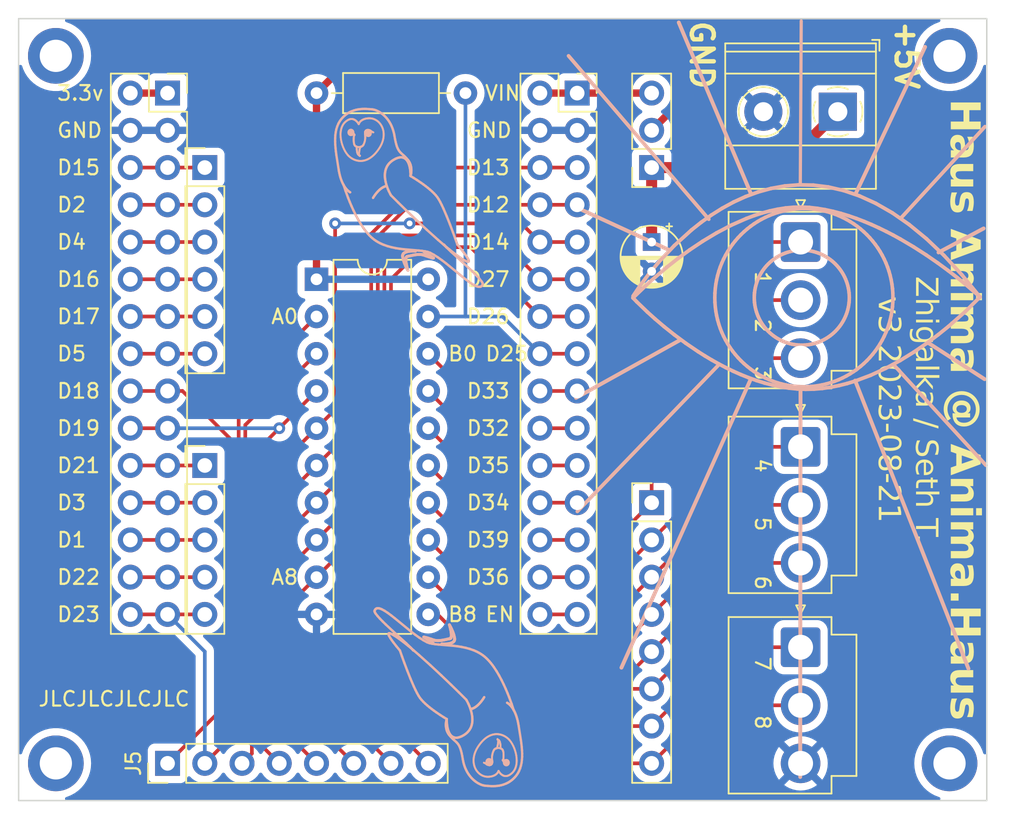
<source format=kicad_pcb>
(kicad_pcb (version 20221018) (generator pcbnew)
  (layers (0 "F.Cu" signal) (31 "B.Cu" signal) (34 "B.Paste" user) (35 "F.Paste" user) (36 "B.SilkS" user "B.Silkscreen") (37 "F.SilkS" user "F.Silkscreen") (38 "B.Mask" user) (39 "F.Mask" user) (44 "Edge.Cuts" user))
  (net 0 "")
  (net 1 "GND")
  (net 2 "+5V")
  (net 3 "/D18")
  (net 4 "/D19")
  (net 5 "/D23")
  (net 6 "/D13")
  (net 7 "/D12")
  (net 8 "/D14")
  (net 9 "/D27")
  (net 10 "/D26")
  (net 11 "Net-(J10-Pin_1)")
  (net 12 "Net-(J10-Pin_2)")
  (net 13 "Net-(J10-Pin_3)")
  (net 14 "Net-(J10-Pin_4)")
  (net 15 "Net-(J10-Pin_5)")
  (net 16 "Net-(J10-Pin_7)")
  (net 17 "Net-(J10-Pin_8)")
  (net 18 "Net-(J10-Pin_6)")
  (net 19 "/D25")
  (net 20 "/VIN")
  (net 21 "/ShifterPower")
  (net 22 "/D5")
  (net 23 "/D4")
  (net 24 "/D3")
  (net 25 "/D22")
  (net 26 "/D21")
  (net 27 "/D2")
  (net 28 "/D17")
  (net 29 "/D16")
  (net 30 "/D15")
  (net 31 "/D1")
  (net 32 "+3.3V")
  (net 33 "/D33")
  (net 34 "/D32")
  (net 35 "/D35")
  (net 36 "/D34")
  (net 37 "/D39")
  (net 38 "/D36")
  (net 39 "/EN")
  (footprint "MountingHole:MountingHole_2.2mm_M2_DIN965_Pad" (layer "F.Cu") (at 45.72 101.6)
    (fp_text reference "J14" hide)
    (fp_text value "Conn_01x01_MountingPin" hide)
  )
  (footprint "Resistor_THT:R_Axial_DIN0207_L6.3mm_D2.5mm_P10.16mm_Horizontal" (layer "F.Cu") (at 73.66 55.88 180)
    (fp_text reference "R1" hide)
    (fp_text value "R_Small_US" hide)
  )
  (footprint "Connector_PinSocket_2.54mm:PinSocket_2x15_P2.54mm_Vertical" (layer "F.Cu") (at 81.28 55.88)
    (fp_text reference "J4" hide)
    (fp_text value "Conn_02x15_Odd_Even" hide)
  )
  (footprint "Connector_JST:JST_VH_B3P-VH-B_1x03_P3.96mm_Vertical" (layer "F.Cu") (at 96.52 93.68 -90)
    (fp_text reference "J8" hide)
    (fp_text value "Conn_01x03_Pin" hide)
  )
  (footprint "MountingHole:MountingHole_2.2mm_M2_DIN965_Pad" (layer "F.Cu") (at 45.72 53.34)
    (fp_text reference "J15" hide)
    (fp_text value "Conn_01x01_MountingPin" hide)
  )
  (footprint "Connector_PinHeader_2.54mm:PinHeader_1x06_P2.54mm_Vertical" (layer "F.Cu") (at 55.88 60.96)
    (fp_text reference "J11" hide)
    (fp_text value "Conn_01x06_Pin" hide)
  )
  (footprint "Connector_PinHeader_2.54mm:PinHeader_1x08_P2.54mm_Vertical" (layer "F.Cu") (at 53.34 101.6 90)
    (fp_text reference "J5")
    (fp_text value "Conn_01x08_Pin" hide)
  )
  (footprint "Capacitor_THT:CP_Radial_D4.0mm_P2.00mm" (layer "F.Cu") (at 86.36 66.04 -90)
    (fp_text reference "C1" hide)
    (fp_text value "C_Polarized" hide)
  )
  (footprint "Connector_JST:JST_VH_B3P-VH_1x03_P3.96mm_Vertical" (layer "F.Cu") (at 96.52 66.04 -90)
    (fp_text reference "J6" hide)
    (fp_text value "Conn_01x03_Pin" hide)
  )
  (footprint "Connector_PinSocket_2.54mm:PinSocket_2x15_P2.54mm_Vertical" (layer "F.Cu") (at 53.34 55.88)
    (fp_text reference "J3" hide)
    (fp_text value "Conn_02x15_Odd_Even" hide)
  )
  (footprint "Connector_PinHeader_2.54mm:PinHeader_1x05_P2.54mm_Vertical" (layer "F.Cu") (at 55.88 81.28)
    (fp_text reference "J2" hide)
    (fp_text value "Conn_01x05_Pin" hide)
  )
  (footprint "MountingHole:MountingHole_2.2mm_M2_DIN965_Pad" (layer "F.Cu") (at 106.68 53.34)
    (fp_text reference "J12" hide)
    (fp_text value "Conn_01x01_MountingPin" hide)
  )
  (footprint "MountingHole:MountingHole_2.2mm_M2_DIN965_Pad" (layer "F.Cu") (at 106.68 101.6)
    (fp_text reference "J13" hide)
    (fp_text value "Conn_01x01_MountingPin" hide)
  )
  (footprint "Package_DIP:DIP-20_W7.62mm" (layer "F.Cu") (at 63.5 68.58)
    (fp_text reference "U1" hide)
    (fp_text value "74HC245")
  )
  (footprint "Connector_JST:JST_VH_B3P-VH_1x03_P3.96mm_Vertical" (layer "F.Cu") (at 96.52 80.01 -90)
    (fp_text reference "J7" hide)
    (fp_text value "Conn_01x03_Pin" hide)
  )
  (footprint "Connector_PinSocket_2.54mm:PinSocket_1x03_P2.54mm_Vertical" (layer "F.Cu") (at 86.36 60.96 180)
    (fp_text reference "J9" hide)
    (fp_text value "Conn_01x03_Pin" hide)
  )
  (footprint "TerminalBlock_Phoenix:TerminalBlock_Phoenix_MKDS-1,5-2-5.08_1x02_P5.08mm_Horizontal" (layer "F.Cu") (at 99.06 57.15 180)
    (fp_text reference "J1" hide)
    (fp_text value "Conn_01x02_Pin" hide)
  )
  (footprint "Connector_PinHeader_2.54mm:PinHeader_1x08_P2.54mm_Vertical" (layer "F.Cu") (at 86.36 83.82)
    (fp_text reference "J10" hide)
    (fp_text value "Conn_01x08_Pin" hide)
  )
  (gr_line (start 74.216351 101.312523) (end 74.213199 101.404715) (stroke (width 0.132793)) (layer "B.SilkS"))
  (gr_line (start 75.809862 100.546309) (end 75.802491 100.556826) (stroke (width 0.132793)) (layer "B.SilkS"))
  (gr_line (start 72.844372 93.581855) (end 71.814796 93.494194) (stroke (width 0.164794)) (layer "B.SilkS"))
  (gr_line (start 71.507836 66.911284) (end 71.780979 67.085828) (stroke (width 0.164794)) (layer "B.SilkS"))
  (gr_line (start 73.940663 68.781439) (end 74.157987 68.924577) (stroke (width 0.164794)) (layer "B.SilkS"))
  (gr_line (start 94.540409 67.330898) (end 94.662865 67.234667) (stroke (width 0.243416)) (layer "B.SilkS"))
  (gr_line (start 70.787629 62.109212) (end 70.637589 62.002154) (stroke (width 0.164794)) (layer "B.SilkS"))
  (gr_line (start 75.865351 99.986148) (end 75.882904 100.003053) (stroke (width 0.132793)) (layer "B.SilkS"))
  (gr_line (start 75.473715 101.287774) (end 75.480094 101.360946) (stroke (width 0.132793)) (layer "B.SilkS"))
  (gr_line (start 76.456825 102.464791) (end 76.50074 102.457328) (stroke (width 0.132793)) (layer "B.SilkS"))
  (gr_line (start 73.661663 66.91369) (end 73.558494 66.772304) (stroke (width 0.164794)) (layer "B.SilkS"))
  (gr_line (start 72.594173 93.421485) (end 72.635173 93.411022) (stroke (width 0.201463)) (layer "B.SilkS"))
  (gr_line (start 66.820614 58.519602) (end 66.824176 58.509136) (stroke (width 0.132793)) (layer "B.SilkS"))
  (gr_line (start 99.741854 69.022124) (end 99.77805 69.178953) (stroke (width 0.243416)) (layer "B.SilkS"))
  (gr_line (start 75.471556 101.200692) (end 75.471864 101.245923) (stroke (width 0.132793)) (layer "B.SilkS"))
  (gr_line (start 93.91439 68.019855) (end 94.004765 67.892766) (stroke (width 0.243416)) (layer "B.SilkS"))
  (gr_line (start 72.727559 99.749307) (end 72.781599 99.787139) (stroke (width 0.164794)) (layer "B.SilkS"))
  (gr_line (start 75.691275 102.389443) (end 75.717325 102.372359) (stroke (width 0.132793)) (layer "B.SilkS"))
  (gr_line (start 74.287118 97.792682) (end 74.242427 97.81778) (stroke (width 0.164794)) (layer "B.SilkS"))
  (gr_line (start 100.830553 74.333168) (end 100.610093 74.524135) (stroke (width 0.243416)) (layer "B.SilkS"))
  (gr_line (start 99.290299 71.644628) (end 99.199924 71.771718) (stroke (width 0.243416)) (layer "B.SilkS"))
  (gr_line (start 69.80276 67.000397) (end 69.928963 66.971503) (stroke (width 0.201463)) (layer "B.SilkS"))
  (gr_line (start 69.068881 59.713848) (end 69.117092 59.795002) (stroke (width 0.160961)) (layer "B.SilkS"))
  (gr_line (start 72.905973 99.83869) (end 72.976807 99.8508) (stroke (width 0.164794)) (layer "B.SilkS"))
  (gr_line (start 65.219429 61.883903) (end 65.188362 61.80309) (stroke (width 0.160961)) (layer "B.SilkS"))
  (gr_line (start 77.044896 98.154894) (end 77.076764 98.230624) (stroke (width 0.160961)) (layer "B.SilkS"))
  (gr_line (start 68.376015 62.441158) (end 68.437297 62.580179) (stroke (width 0.164794)) (layer "B.SilkS"))
  (gr_line (start 72.860738 92.81846) (end 72.834301 92.735657) (stroke (width 0.201463)) (layer "B.SilkS"))
  (gr_line (start 74.849088 100.051201) (end 74.775529 100.12923) (stroke (width 0.132793)) (layer "B.SilkS"))
  (gr_line (start 75.445221 101.654591) (end 75.437791 101.663533) (stroke (width 0.132793)) (layer "B.SilkS"))
  (gr_line (start 102.221993 67.201575) (end 102.343667 67.470712) (stroke (width 0.243416)) (layer "B.SilkS"))
  (gr_line (start 72.509749 93.437744) (end 72.594173 93.421485) (stroke (width 0.201463)) (layer "B.SilkS"))
  (gr_line (start 98.781899 72.231703) (end 98.66428 72.333587) (stroke (width 0.243416)) (layer "B.SilkS"))
  (gr_line (start 75.528109 102.464684) (end 75.565385 102.45141) (stroke (width 0.132793)) (layer "B.SilkS"))
  (gr_line (start 99.374615 68.151375) (end 99.452668 68.287122) (stroke (width 0.243416)) (layer "B.SilkS"))
  (gr_line (start 65.604353 62.500585) (end 65.575296 62.470748) (stroke (width 0.160961)) (layer "B.SilkS"))
  (gr_line (start 73.85326 67.224965) (end 73.826177 67.171231) (stroke (width 0.164794)) (layer "B.SilkS"))
  (gr_line (start 67.548352 91.404029) (end 67.666912 91.553734) (stroke (width 0.164794)) (layer "B.SilkS"))
  (gr_poly (pts (xy 76.458159 101.365459) (xy 76.466964 101.36618) (xy 76.475641 101.367368) (xy 76.484179 101.36901) (xy 76.492567 101.371095) (xy 76.500795 101.373611) (xy 76.508851 101.376546) (xy 76.516724 101.379889) (xy 76.524404 101.383629) (xy 76.53188 101.387752) (xy 76.53914 101.392248) (xy 76.546175 101.397105) (xy 76.552972 101.40231) (xy 76.559522 101.407853) (xy 76.565813 101.413722) (xy 76.571834 101.419904) (xy 76.577575 101.426389) (xy 76.583024 101.433164) (xy 76.588171 101.440217) (xy 76.593005 101.447538) (xy 76.597514 101.455114) (xy 76.601689 101.462933) (xy 76.605518 101.470984) (xy 76.60899 101.479255) (xy 76.612094 101.487734) (xy 76.61482 101.49641) (xy 76.617156 101.50527) (xy 76.619092 101.514304) (xy 76.620617 101.523499) (xy 76.621719 101.532843) (xy 76.622389 101.542326) (xy 76.622614 101.551934) (xy 76.622389 101.561543) (xy 76.621719 101.571026) (xy 76.620617 101.580371) (xy 76.619092 101.589566) (xy 76.617156 101.5986) (xy 76.61482 101.60746) (xy 76.612094 101.616136) (xy 76.60899 101.624616) (xy 76.605518 101.632886) (xy 76.601689 101.640937) (xy 76.597514 101.648757) (xy 76.593005 101.656332) (xy 76.588171 101.663653) (xy 76.583024 101.670706) (xy 76.577575 101.677481) (xy 76.571834 101.683966) (xy 76.565813 101.690148) (xy 76.559522 101.696017) (xy 76.552972 101.70156) (xy 76.546175 101.706765) (xy 76.53914 101.711622) (xy 76.53188 101.716117) (xy 76.524404 101.720241) (xy 76.516724 101.72398) (xy 76.508851 101.727323) (xy 76.500795 101.730258) (xy 76.492567 101.732774) (xy 76.484179 101.734859) (xy 76.475641 101.736501) (xy 76.466964 101.737688) (xy 76.458159 101.738409) (xy 76.449236 101.738652) (xy 76.440314 101.738409) (xy 76.431509 101.737688) (xy 76.422832 101.736501) (xy 76.414294 101.734859) (xy 76.405905 101.732774) (xy 76.397677 101.730258) (xy 76.389621 101.727323) (xy 76.381748 101.72398) (xy 76.374067 101.720241) (xy 76.366591 101.716117) (xy 76.35933 101.711622) (xy 76.352296 101.706765) (xy 76.345498 101.70156) (xy 76.338948 101.696017) (xy 76.332656 101.690148) (xy 76.326635 101.683966) (xy 76.320894 101.677481) (xy 76.315444 101.670706) (xy 76.310297 101.663653) (xy 76.305463 101.656332) (xy 76.300953 101.648757) (xy 76.296778 101.640937) (xy 76.292949 101.632886) (xy 76.289476 101.624616) (xy 76.286372 101.616136) (xy 76.283646 101.60746) (xy 76.281309 101.5986) (xy 76.279373 101.589566) (xy 76.277849 101.580371) (xy 76.276746 101.571026) (xy 76.276076 101.561543) (xy 76.275851 101.551934) (xy 76.276076 101.542326) (xy 76.276746 101.532843) (xy 76.277849 101.523499) (xy 76.279373 101.514304) (xy 76.281309 101.50527) (xy 76.283646 101.49641) (xy 76.286372 101.487734) (xy 76.289476 101.479255) (xy 76.292949 101.470984) (xy 76.296778 101.462933) (xy 76.300953 101.455114) (xy 76.305463 101.447538) (xy 76.310297 101.440217) (xy 76.315444 101.433164) (xy 76.320894 101.426389) (xy 76.326635 101.419904) (xy 76.332656 101.413722) (xy 76.338948 101.407853) (xy 76.345498 101.40231) (xy 76.352296 101.397105) (xy 76.35933 101.392248) (xy 76.366591 101.387752) (xy 76.374067 101.383629) (xy 76.381748 101.379889) (xy 76.389621 101.376546) (xy 76.397677 101.373611) (xy 76.405905 101.371095) (xy 76.414294 101.36901) (xy 76.422832 101.367368) (xy 76.431509 101.36618) (xy 76.440314 101.365459) (xy 76.449236 101.365216)) (stroke (width 0.132793)) (fill solid) (layer "B.SilkS"))
  (gr_line (start 72.384074 98.579564) (end 72.383394 98.656847) (stroke (width 0.164794)) (layer "B.SilkS"))
  (gr_line (start 74.294209 100.924218) (end 74.264478 101.023853) (stroke (width 0.132793)) (layer "B.SilkS"))
  (gr_line (start 75.069842 99.859313) (end 74.996342 99.916477) (stroke (width 0.132793)) (layer "B.SilkS"))
  (gr_line (start 75.763455 102.337156) (end 75.802133 102.301408) (stroke (width 0.132793)) (layer "B.SilkS"))
  (gr_line (start 87.383965 67.766968) (end 86.163097 68.816149) (stroke (width 0.251782)) (layer "B.SilkS"))
  (gr_line (start 69.90414 61.260155) (end 69.891295 61.13239) (stroke (width 0.164794)) (layer "B.SilkS"))
  (gr_line (start 98.55206 75.638404) (end 98.263737 75.720278) (stroke (width 0.243416)) (layer "B.SilkS"))
  (gr_line (start 74.524957 102.224555) (end 74.578569 102.2766) (stroke (width 0.132793)) (layer "B.SilkS"))
  (gr_line (start 101.041563 65.539432) (end 101.242743 65.750443) (stroke (width 0.243416)) (layer "B.SilkS"))
  (gr_line (start 94.100997 71.894174) (end 94.004765 71.771718) (stroke (width 0.243416)) (layer "B.SilkS"))
  (gr_line (start 67.801764 62.476148) (end 67.840895 62.442283) (stroke (width 0.164794)) (layer "B.SilkS"))
  (gr_line (start 75.480094 101.360946) (end 75.486787 101.419427) (stroke (width 0.132793)) (layer "B.SilkS"))
  (gr_line (start 77.076764 98.230624) (end 77.107832 98.311436) (stroke (width 0.160961)) (layer "B.SilkS"))
  (gr_line (start 67.007532 60.388727) (end 67.080094 60.350318) (stroke (width 0.132793)) (layer "B.SilkS"))
  (gr_line (start 72.886632 93.255801) (end 72.903106 93.225694) (stroke (width 0.201463)) (layer "B.SilkS"))
  (gr_line (start 65.604942 57.277178) (end 65.676803 57.231917) (stroke (width 0.160961)) (layer "B.SilkS"))
  (gr_line (start 66.246198 59.537554) (end 66.265981 59.543931) (stroke (width 0.132793)) (layer "B.SilkS"))
  (gr_line (start 66.982126 58.389518) (end 67.000301 58.387024) (stroke (width 0.132793)) (layer "B.SilkS"))
  (gr_line (start 95.340581 66.845422) (end 95.487786 66.787381) (stroke (width 0.243416)) (layer "B.SilkS"))
  (gr_line (start 66.70226 65.086108) (end 66.800334 65.221259) (stroke (width 0.164794)) (layer "B.SilkS"))
  (gr_line (start 75.103769 101.662039) (end 75.093864 101.653106) (stroke (width 0.132793)) (layer "B.SilkS"))
  (gr_line (start 102.343667 72.200708) (end 102.221993 72.469846) (stroke (width 0.243416)) (layer "B.SilkS"))
  (gr_line (start 66.317363 60.029905) (end 66.32784 60.047881) (stroke (width 0.132793)) (layer "B.SilkS"))
  (gr_line (start 93.360783 69.832239) (end 93.365001 69.665429) (stroke (width 0.243416)) (layer "B.SilkS"))
  (gr_line (start 69.409561 66.858725) (end 69.393087 66.888832) (stroke (width 0.201463)) (layer "B.SilkS"))
  (gr_line (start 66.448731 59.560575) (end 66.4686 59.557839) (stroke (width 0.132793)) (layer "B.SilkS"))
  (gr_line (start 97.566287 66.736419) (end 97.716903 66.787381) (stroke (width 0.243416)) (layer "B.SilkS"))
  (gr_line (start 68.571121 92.757329) (end 68.513039 92.736289) (stroke (width 0.164794)) (layer "B.SilkS"))
  (gr_line (start 96.579085 63.655891) (end 96.038097 63.66917) (stroke (width 0.251782)) (layer "B.SilkS"))
  (gr_line (start 93.830074 71.513108) (end 93.752021 71.377361) (stroke (width 0.243416)) (layer "B.SilkS"))
  (gr_line (start 71.658604 98.112372) (end 71.938076 98.301621) (stroke (width 0.164794)) (layer "B.SilkS"))
  (gr_line (start 67.983301 58.211977) (end 67.949152 58.139957) (stroke (width 0.132793)) (layer "B.SilkS"))
  (gr_line (start 91.935541 74.854874) (end 92.451724 75.083664) (stroke (width 0.251782)) (layer "B.SilkS"))
  (gr_line (start 75.076975 94.419289) (end 74.96596 94.321439) (stroke (width 0.164794)) (layer "B.SilkS"))
  (gr_line (start 76.762995 100.139754) (end 76.675584 100.025687) (stroke (width 0.132793)) (layer "B.SilkS"))
  (gr_line (start 77.160302 102.385903) (end 77.099429 102.46502) (stroke (width 0.160961)) (layer "B.SilkS"))
  (gr_line (start 69.547183 66.745636) (end 69.51349 66.763653) (stroke (width 0.201463)) (layer "B.SilkS"))
  (gr_line (start 75.50291 99.644332) (end 75.432164 99.666096) (stroke (width 0.132793)) (layer "B.SilkS"))
  (gr_line (start 66.170557 59.503143) (end 66.188839 59.513076) (stroke (width 0.132793)) (layer "B.SilkS"))
  (gr_line (start 94.380288 64.237329) (end 94.656202 64.128539) (stroke (width 0.243416)) (layer "B.SilkS"))
  (gr_line (start 66.440174 60.149184) (end 66.449116 60.154398) (stroke (width 0.132793)) (layer "B.SilkS"))
  (gr_line (start 90.677336 69.523047) (end 90.700799 69.214489) (stroke (width 0.243416)) (layer "B.SilkS"))
  (gr_line (start 99.379421 64.359003) (end 99.641399 64.49318) (stroke (width 0.243416)) (layer "B.SilkS"))
  (gr_line (start 66.451847 60.155592) (end 66.453527 60.155938) (stroke (width 0.132793)) (layer "B.SilkS"))
  (gr_line (start 69.920868 61.507701) (end 69.912119 61.534962) (stroke (width 0.160961)) (layer "B.SilkS"))
  (gr_line (start 67.920553 59.393585) (end 67.965009 59.291341) (stroke (width 0.132793)) (layer "B.SilkS"))
  (gr_line (start 76.188847 100.668715) (end 76.175229 100.650516) (stroke (width 0.132793)) (layer "B.SilkS"))
  (gr_line (start 76.236765 100.791619) (end 76.229643 100.763493) (stroke (width 0.132793)) (layer "B.SilkS"))
  (gr_line (start 69.926323 60.807444) (end 69.949326 60.902311) (stroke (width 0.160961)) (layer "B.SilkS"))
  (gr_line (start 93.62254 62.626791) (end 94.513862 62.382514) (stroke (width 0.251782)) (layer "B.SilkS"))
  (gr_line (start 91.787699 64.891692) (end 90.792656 65.41454) (stroke (width 0.251782)) (layer "B.SilkS"))
  (gr_line (start 71.421168 93.165608) (end 71.346717 93.137137) (stroke (width 0.201463)) (layer "B.SilkS"))
  (gr_line (start 96.270913 73.057065) (end 96.108686 73.036451) (stroke (width 0.243416)) (layer "B.SilkS"))
  (gr_line (start 65.251297 61.959632) (end 65.219429 61.883903) (stroke (width 0.160961)) (layer "B.SilkS"))
  (gr_line (start 76.912934 97.899776) (end 76.946245 97.95669) (stroke (width 0.160961)) (layer "B.SilkS"))
  (gr_line (start 76.743077 102.340128) (end 76.795959 102.298216) (stroke (width 0.132793)) (layer "B.SilkS"))
  (gr_line (start 102.358387 65.319454) (end 101.861519 65.076913) (stroke (width 0.251782)) (layer "B.SilkS"))
  (gr_line (start 73.323646 99.78937) (end 73.427484 99.742523) (stroke (width 0.164794)) (layer "B.SilkS"))
  (gr_line (start 76.69164 102.375407) (end 76.743077 102.340128) (stroke (width 0.132793)) (layer "B.SilkS"))
  (gr_line (start 74.474759 102.168145) (end 74.524957 102.224555) (stroke (width 0.132793)) (layer "B.SilkS"))
  (gr_line (start 69.936225 93.715529) (end 70.039492 93.826465) (stroke (width 0.164794)) (layer "B.SilkS"))
  (gr_line (start 65.327408 57.504915) (end 65.394994 57.44059) (stroke (width 0.160961)) (layer "B.SilkS"))
  (gr_line (start 69.732913 67.966076) (end 69.692204 67.823316) (stroke (width 0.201463)) (layer "B.SilkS"))
  (gr_line (start 67.566459 62.727123) (end 67.626258 62.655443) (stroke (width 0.164794)) (layer "B.SilkS"))
  (gr_line (start 95.226834 63.951142) (end 95.520788 63.883298) (stroke (width 0.243416)) (layer "B.SilkS"))
  (gr_line (start 74.578569 102.2766) (end 74.635356 102.324092) (stroke (width 0.132793)) (layer "B.SilkS"))
  (gr_line (start 96.500797 62.107775) (end 96.563847 50.957712) (stroke (width 0.219133)) (layer "B.SilkS"))
  (gr_line (start 66.347029 59.560435) (end 66.387972 59.563242) (stroke (width 0.132793)) (layer "B.SilkS"))
  (gr_line (start 65.500234 57.816311) (end 65.445925 57.865212) (stroke (width 0.132793)) (layer "B.SilkS"))
  (gr_line (start 65.393637 57.919825) (end 65.346706 57.978445) (stroke (width 0.132793)) (layer "B.SilkS"))
  (gr_line (start 67.472069 57.026155) (end 67.574684 57.062169) (stroke (width 0.160961)) (layer "B.SilkS"))
  (gr_line (start 75.980025 102.215553) (end 76.015009 102.2597) (stroke (width 0.132793)) (layer "B.SilkS"))
  (gr_line (start 72.658489 92.521609) (end 72.674808 92.607958) (stroke (width 0.201463)) (layer "B.SilkS"))
  (gr_line (start 90.700799 69.214489) (end 90.739437 68.910417) (stroke (width 0.243416)) (layer "B.SilkS"))
  (gr_line (start 66.034755 60.402207) (end 66.089441 60.425925) (stroke (width 0.132793)) (layer "B.SilkS"))
  (gr_line (start 75.844785 99.964259) (end 75.849987 99.970337) (stroke (width 0.132793)) (layer "B.SilkS"))
  (gr_line (start 76.005025 100.144767) (end 75.997127 100.123817) (stroke (width 0.132793)) (layer "B.SilkS"))
  (gr_line (start 96.933776 73.057065) (end 96.769155 73.069583) (stroke (width 0.243416)) (layer "B.SilkS"))
  (gr_line (start 66.875645 58.434323) (end 66.885536 58.426671) (stroke (width 0.132793)) (layer "B.SilkS"))
  (gr_line (start 72.659897 99.793465) (end 72.572688 99.692388) (stroke (width 0.160961)) (layer "B.SilkS"))
  (gr_line (start 72.813672 93.330673) (end 72.841555 93.308173) (stroke (width 0.201463)) (layer "B.SilkS"))
  (gr_line (start 96.745285 75.911562) (end 96.432622 75.903656) (stroke (width 0.243416)) (layer "B.SilkS"))
  (gr_line (start 69.636297 60.321062) (end 69.723505 60.422139) (stroke (width 0.160961)) (layer "B.SilkS"))
  (gr_line (start 66.507448 59.549579) (end 66.526322 59.544048) (stroke (width 0.132793)) (layer "B.SilkS"))
  (gr_line (start 67.376747 57.002022) (end 67.472069 57.026155) (stroke (width 0.160961)) (layer "B.SilkS"))
  (gr_line (start 102.789768 69.214489) (end 102.813231 69.523047) (stroke (width 0.243416)) (layer "B.SilkS"))
  (gr_line (start 67.867979 58.006974) (end 67.821435 57.946382) (stroke (width 0.132793)) (layer "B.SilkS"))
  (gr_line (start 68.138206 91.189949) (end 67.943569 91.085707) (stroke (width 0.164794)) (layer "B.SilkS"))
  (gr_line (start 69.451821 66.532671) (end 70.481397 66.620332) (stroke (width 0.164794)) (layer "B.SilkS"))
  (gr_line (start 75.709949 99.60858) (end 75.6419 99.615809) (stroke (width 0.132793)) (layer "B.SilkS"))
  (gr_line (start 75.005816 103.125173) (end 74.919446 103.112505) (stroke (width 0.160961)) (layer "B.SilkS"))
  (gr_line (start 66.633061 57.708512) (end 66.604919 57.725084) (stroke (width 0.132793)) (layer "B.SilkS"))
  (gr_line (start 71.735285 62.972935) (end 71.633024 62.846133) (stroke (width 0.164794)) (layer "B.SilkS"))
  (gr_line (start 75.856019 99.965343) (end 75.847077 99.960129) (stroke (width 0.132793)) (layer "B.SilkS"))
  (gr_line (start 72.888033 100.015793) (end 72.817195 99.951787) (stroke (width 0.160961)) (layer "B.SilkS"))
  (gr_line (start 66.800668 59.126602) (end 66.811417 59.068829) (stroke (width 0.132793)) (layer "B.SilkS"))
  (gr_line (start 91.549052 72.986263) (end 91.402753 72.731825) (stroke (width 0.243416)) (layer "B.SilkS"))
  (gr_line (start 66.059428 58.732118) (end 66.047759 58.834021) (stroke (width 0.132793)) (layer "B.SilkS"))
  (gr_line (start 67.808234 59.600964) (end 67.868374 59.496854) (stroke (width 0.132793)) (layer "B.SilkS"))
  (gr_line (start 66.643297 59.47889) (end 66.657216 59.465766) (stroke (width 0.132793)) (layer "B.SilkS"))
  (gr_line (start 74.790173 68.774465) (end 74.747842 68.710497) (stroke (width 0.164794)) (layer "B.SilkS"))
  (gr_line (start 72.26296 93.457665) (end 72.341267 93.454893) (stroke (width 0.201463)) (layer "B.SilkS"))
  (gr_line (start 75.314067 101.725009) (end 75.295893 101.727503) (stroke (width 0.132793)) (layer "B.SilkS"))
  (gr_line (start 75.553635 100.797647) (end 75.529466 100.863801) (stroke (width 0.132793)) (layer "B.SilkS"))
  (gr_line (start 105.894943 72.369718) (end 106.606594 71.797403) (stroke (width 0.251782)) (layer "B.SilkS"))
  (gr_line (start 73.336013 67.128709) (end 73.458615 67.20933) (stroke (width 0.164794)) (layer "B.SilkS"))
  (gr_line (start 73.585453 101.753552) (end 73.553355 101.650231) (stroke (width 0.160961)) (layer "B.SilkS"))
  (gr_line (start 75.97883 100.084622) (end 75.968353 100.066646) (stroke (width 0.132793)) (layer "B.SilkS"))
  (gr_line (start 68.173568 61.318462) (end 68.165096 61.419321) (stroke (width 0.164794)) (layer "B.SilkS"))
  (gr_line (start 72.332439 99.120047) (end 72.325333 99.031637) (stroke (width 0.160961)) (layer "B.SilkS"))
  (gr_line (start 97.655885 63.743447) (end 97.118042 63.682062) (stroke (width 0.251782)) (layer "B.SilkS"))
  (gr_line (start 75.652896 100.635637) (end 75.638977 100.648761) (stroke (width 0.132793)) (layer "B.SilkS"))
  (gr_line (start 93.110004 64.966914) (end 93.348217 64.797517) (stroke (width 0.243416)) (layer "B.SilkS"))
  (gr_line (start 71.04883 93.038566) (end 70.963892 93.016155) (stroke (width 0.201463)) (layer "B.SilkS"))
  (gr_line (start 69.893493 60.710936) (end 69.911215 60.759329) (stroke (width 0.160961)) (layer "B.SilkS"))
  (gr_line (start 75.916666 102.115941) (end 75.916674 102.115941) (stroke (width 0.132793)) (layer "B.SilkS"))
  (gr_line (start 74.356575 93.946037) (end 74.225258 93.89034) (stroke (width 0.164794)) (layer "B.SilkS"))
  (gr_line (start 74.128735 98.493091) (end 74.119118 98.392809) (stroke (width 0.164794)) (layer "B.SilkS"))
  (gr_line (start 75.093864 101.653106) (end 75.073092 101.634078) (stroke (width 0.132793)) (layer "B.SilkS"))
  (gr_line (start 76.134264 102.372545) (end 76.16341 102.392687) (stroke (width 0.132793)) (layer "B.SilkS"))
  (gr_line (start 72.392053 98.854372) (end 72.404898 98.982136) (stroke (width 0.164794)) (layer "B.SilkS"))
  (gr_line (start 66.554833 57.759639) (end 66.532738 57.777371) (stroke (width 0.132793)) (layer "B.SilkS"))
  (gr_line (start 74.695078 102.366847) (end 74.757497 102.404678) (stroke (width 0.132793)) (layer "B.SilkS"))
  (gr_line (start 74.427819 100.617672) (end 74.375641 100.720942) (stroke (width 0.132793)) (layer "B.SilkS"))
  (gr_line (start 66.238855 57.808688) (end 66.214984 57.785762) (stroke (width 0.132793)) (layer "B.SilkS"))
  (gr_line (start 75.410657 101.687856) (end 75.399867 101.695) (stroke (width 0.132793)) (layer "B.SilkS"))
  (gr_line (start 67.774916 91.027443) (end 67.701363 91.017765) (stroke (width 0.164794)) (layer "B.SilkS"))
  (gr_line (start 66.83298 58.488714) (end 66.8383 58.478834) (stroke (width 0.132793)) (layer "B.SilkS"))
  (gr_line (start 70.560908 97.141591) (end 70.663169 97.268394) (stroke (width 0.164794)) (layer "B.SilkS"))
  (gr_line (start 76.252985 103.048545) (end 76.106012 103.090356) (stroke (width 0.160961)) (layer "B.SilkS"))
  (gr_line (start 69.688724 95.269533) (end 69.90865 95.821196) (stroke (width 0.164794)) (layer "B.SilkS"))
  (gr_line (start 74.271264 102.781206) (end 74.213926 102.732159) (stroke (width 0.160961)) (layer "B.SilkS"))
  (gr_line (start 97.969783 75.788122) (end 97.670579 75.841554) (stroke (width 0.243416)) (layer "B.SilkS"))
  (gr_line (start 98.147467 66.981923) (end 98.283214 67.059976) (stroke (width 0.243416)) (layer "B.SilkS"))
  (gr_line (start 64.77936 59.405804) (end 64.77 59.182) (stroke (width 0.160961)) (layer "B.SilkS"))
  (gr_line (start 71.514456 62.718364) (end 71.382741 62.590893) (stroke (width 0.164794)) (layer "B.SilkS"))
  (gr_line (start 76.532212 96.81741) (end 76.409015 96.527057) (stroke (width 0.164794)) (layer "B.SilkS"))
  (gr_line (start 97.864108 72.819063) (end 97.716903 72.877104) (stroke (width 0.243416)) (layer "B.SilkS"))
  (gr_line (start 76.991204 102.073742) (end 77.027854 102.007965) (stroke (width 0.132793)) (layer "B.SilkS"))
  (gr_line (start 69.723505 60.422139) (end 69.760198 60.469424) (stroke (width 0.160961)) (layer "B.SilkS"))
  (gr_line (start 99.110283 75.434092) (end 98.834369 75.542881) (stroke (width 0.243416)) (layer "B.SilkS"))
  (gr_line (start 95.439905 62.21685) (end 96.399288 62.139218) (stroke (width 0.251782)) (layer "B.SilkS"))
  (gr_line (start 68.340136 66.319111) (end 68.615698 66.394507) (stroke (width 0.164794)) (layer "B.SilkS"))
  (gr_line (start 65.341837 62.126301) (end 65.484203 62.559652) (stroke (width 0.164794)) (layer "B.SilkS"))
  (gr_line (start 74.282253 68.192137) (end 74.06846 67.983371) (stroke (width 0.164794)) (layer "B.SilkS"))
  (gr_line (start 106.606594 71.797403) (end 107.759234 70.78159) (stroke (width 0.251782)) (layer "B.SilkS"))
  (gr_line (start 73.858698 67.38349) (end 73.877988 67.369554) (stroke (width 0.164794)) (layer "B.SilkS"))
  (gr_line (start 66.32784 60.047881) (end 66.339254 60.064596) (stroke (width 0.132793)) (layer "B.SilkS"))
  (gr_line (start 89.735068 64.697686) (end 90.432075 64.201636) (stroke (width 0.251782)) (layer "B.SilkS"))
  (gr_line (start 101.614082 66.200429) (end 101.783478 66.438641) (stroke (width 0.243416)) (layer "B.SilkS"))
  (gr_line (start 76.050051 100.555509) (end 76.051714 100.486948) (stroke (width 0.132793)) (layer "B.SilkS"))
  (gr_line (start 68.437297 62.580179) (end 68.53959 62.78197) (stroke (width 0.164794)) (layer "B.SilkS"))
  (gr_line (start 73.538676 99.68147) (end 73.647057 99.610305) (stroke (width 0.164794)) (layer "B.SilkS"))
  (gr_line (start 66.875726 56.959887) (end 67.103719 56.972853) (stroke (width 0.160961)) (layer "B.SilkS"))
  (gr_line (start 67.266849 57.611467) (end 67.19454 57.601036) (stroke (width 0.132793)) (layer "B.SilkS"))
  (gr_line (start 94.662865 67.234667) (end 94.789955 67.144291) (stroke (width 0.243416)) (layer "B.SilkS"))
  (gr_line (start 76.691251 102.837349) (end 76.61939 102.88261) (stroke (width 0.160961)) (layer "B.SilkS"))
  (gr_line (start 75.8182 103.140383) (end 75.679847 103.151693) (stroke (width 0.160961)) (layer "B.SilkS"))
  (gr_line (start 74.131097 98.695205) (end 74.132931 98.594052) (stroke (width 0.164794)) (layer "B.SilkS"))
  (gr_line (start 69.417607 93.31816) (end 69.101199 93.083646) (stroke (width 0.164794)) (layer "B.SilkS"))
  (gr_line (start 66.793283 60.470195) (end 66.864029 60.448431) (stroke (width 0.132793)) (layer "B.SilkS"))
  (gr_line (start 74.373432 97.73597) (end 74.330804 97.765328) (stroke (width 0.164794)) (layer "B.SilkS"))
  (gr_line (start 66.766727 59.250725) (end 66.785934 59.187267) (stroke (width 0.132793)) (layer "B.SilkS"))
  (gr_line (start 102.332613 74.651676) (end 103.314569 74.119713) (stroke (width 0.251782)) (layer "B.SilkS"))
  (gr_line (start 75.196649 101.707518) (end 75.168279 101.697762) (stroke (width 0.132793)) (layer "B.SilkS"))
  (gr_line (start 74.258666 101.748379) (end 74.283354 101.82709) (stroke (width 0.132793)) (layer "B.SilkS"))
  (gr_line (start 71.499288 93.191666) (end 71.459949 93.179636) (stroke (width 0.201463)) (layer "B.SilkS"))
  (gr_line (start 72.603989 92.29121) (end 72.640445 92.438291) (stroke (width 0.201463)) (layer "B.SilkS"))
  (gr_line (start 103.350185 64.421808) (end 109.09679 58.169107) (stroke (width 0.251782)) (layer "B.SilkS"))
  (gr_line (start 69.02313 59.618002) (end 69.068881 59.713848) (stroke (width 0.160961)) (layer "B.SilkS"))
  (gr_line (start 72.169002 98.449299) (end 72.384081 98.579557) (stroke (width 0.164794)) (layer "B.SilkS"))
  (gr_line (start 68.96018 92.985817) (end 68.837578 92.905196) (stroke (width 0.164794)) (layer "B.SilkS"))
  (gr_line (start 97.412462 66.692737) (end 97.566287 66.736419) (stroke (width 0.243416)) (layer "B.SilkS"))
  (gr_line (start 72.070281 93.203529) (end 71.989965 93.2148) (stroke (width 0.201463)) (layer "B.SilkS"))
  (gr_line (start 65.655375 63.024775) (end 65.763981 63.297116) (stroke (width 0.164794)) (layer "B.SilkS"))
  (gr_line (start 75.833971 102.266116) (end 75.859579 102.232281) (stroke (width 0.132793)) (layer "B.SilkS"))
  (gr_line (start 75.457893 101.635692) (end 75.451909 101.645298) (stroke (width 0.132793)) (layer "B.SilkS"))
  (gr_line (start 94.789955 67.144291) (end 94.921476 67.059976) (stroke (width 0.243416)) (layer "B.SilkS"))
  (gr_line (start 74.959369 101.572016) (end 74.916399 101.555795) (stroke (width 0.132793)) (layer "B.SilkS"))
  (gr_line (start 76.018518 100.188702) (end 76.012143 100.16644) (stroke (width 0.132793)) (layer "B.SilkS"))
  (gr_line (start 99.839689 69.665429) (end 99.843906 69.832239) (stroke (width 0.243416)) (layer "B.SilkS"))
  (gr_line (start 72.679978 93.020265) (end 72.669141 93.043344) (stroke (width 0.201463)) (layer "B.SilkS"))
  (gr_line (start 96.602345 66.590685) (end 96.769155 66.594903) (stroke (width 0.243416)) (layer "B.SilkS"))
  (gr_line (start 68.894749 66.453289) (end 69.174414 66.498372) (stroke (width 0.164794)) (layer "B.SilkS"))
  (gr_line (start 87.9076 66.28074) (end 89.081066 65.215833) (stroke (width 0.251782)) (layer "B.SilkS"))
  (gr_line (start 75.842259 100.45974) (end 75.830182 100.500275) (stroke (width 0.132793)) (layer "B.SilkS"))
  (gr_line (start 91.402753 72.731825) (end 91.268575 72.469846) (stroke (width 0.243416)) (layer "B.SilkS"))
  (gr_line (start 77.265899 102.220016) (end 77.215729 102.30421) (stroke (width 0.160961)) (layer "B.SilkS"))
  (gr_line (start 74.157045 102.679572) (end 74.100827 102.623393) (stroke (width 0.160961)) (layer "B.SilkS"))
  (gr_line (start 75.786838 100.569287) (end 75.778551 100.570786) (stroke (width 0.132793)) (layer "B.SilkS"))
  (gr_line (start 76.593181 102.427493) (end 76.641668 102.40441) (stroke (width 0.132793)) (layer "B.SilkS"))
  (gr_line (start 76.16341 102.392687) (end 76.194274 102.411188) (stroke (width 0.132793)) (layer "B.SilkS"))
  (gr_line (start 66.544761 59.53758) (end 66.56271 59.530169) (stroke (width 0.132793)) (layer "B.SilkS"))
  (gr_line (start 75.871651 100.310431) (end 75.862974 100.36304) (stroke (width 0.132793)) (layer "B.SilkS"))
  (gr_line (start 102.087815 66.939596) (end 102.221993 67.201575) (stroke (width 0.243416)) (layer "B.SilkS"))
  (gr_line (start 92.451724 75.083664) (end 92.978131 75.294646) (stroke (width 0.251782)) (layer "B.SilkS"))
  (gr_line (start 68.615698 66.394507) (end 68.894749 66.453289) (stroke (width 0.164794)) (layer "B.SilkS"))
  (gr_line (start 94.662865 72.429818) (end 94.540409 72.333587) (stroke (width 0.243416)) (layer "B.SilkS"))
  (gr_line (start 104.233542 66.373146) (end 103.320654 65.83352) (stroke (width 0.251782)) (layer "B.SilkS"))
  (gr_line (start 72.224715 93.174845) (end 72.148714 93.189958) (stroke (width 0.201463)) (layer "B.SilkS"))
  (gr_line (start 72.915057 93.192817) (end 72.922127 93.157051) (stroke (width 0.201463)) (layer "B.SilkS"))
  (gr_line (start 65.51395 62.400685) (end 65.482013 62.360155) (stroke (width 0.160961)) (layer "B.SilkS"))
  (gr_line (start 75.733483 100.584357) (end 75.716074 100.592712) (stroke (width 0.132793)) (layer "B.SilkS"))
  (gr_line (start 76.946245 97.95669) (end 76.979461 98.01808) (stroke (width 0.160961)) (layer "B.SilkS"))
  (gr_line (start 74.532289 97.603514) (end 74.494429 97.638378) (stroke (width 0.164794)) (layer "B.SilkS"))
  (gr_line (start 73.877988 67.369554) (end 73.886174 67.345808) (stroke (width 0.164794)) (layer "B.SilkS"))
  (gr_line (start 65.666131 60.139623) (end 65.712672 60.18586) (stroke (width 0.132793)) (layer "B.SilkS"))
  (gr_line (start 75.059818 101.623653) (end 75.043012 101.6124) (stroke (width 0.132793)) (layer "B.SilkS"))
  (gr_line (start 66.742558 59.31688) (end 66.766727 59.250725) (stroke (width 0.132793)) (layer "B.SilkS"))
  (gr_line (start 71.579369 93.210117) (end 71.539118 93.201795) (stroke (width 0.201463)) (layer "B.SilkS"))
  (gr_line (start 97.44021 76.07145) (end 98.00876 76.023602) (stroke (width 0.251782)) (layer "B.SilkS"))
  (gr_line (start 71.018934 67.002697) (end 71.142977 67.044556) (stroke (width 0.201463)) (layer "B.SilkS"))
  (gr_line (start 65.482013 62.360155) (end 65.449468 62.315757) (stroke (width 0.160961)) (layer "B.SilkS"))
  (gr_line (start 68.596376 58.076085) (end 68.637301 58.166921) (stroke (width 0.160961)) (layer "B.SilkS"))
  (gr_line (start 66.136086 59.479588) (end 66.152781 59.492329) (stroke (width 0.132793)) (layer "B.SilkS"))
  (gr_line (start 73.742705 99.533982) (end 73.826229 99.452986) (stroke (width 0.164794)) (layer "B.SilkS"))
  (gr_line (start 95.487786 66.787381) (end 95.638402 66.736419) (stroke (width 0.243416)) (layer "B.SilkS"))
  (gr_line (start 67.202329 58.461421) (end 67.223101 58.480449) (stroke (width 0.132793)) (layer "B.SilkS"))
  (gr_line (start 99.641399 64.49318) (end 99.895838 64.639479) (stroke (width 0.243416)) (layer "B.SilkS"))
  (gr_line (start 76.125636 100.611384) (end 76.107354 100.601451) (stroke (width 0.132793)) (layer "B.SilkS"))
  (gr_line (start 67.19454 57.601036) (end 67.120971 57.596642) (stroke (width 0.132793)) (layer "B.SilkS"))
  (gr_line (start 66.120964 59.464011) (end 66.136086 59.479588) (stroke (width 0.132793)) (layer "B.SilkS"))
  (gr_line (start 75.778551 100.570786) (end 75.769953 100.568833) (stroke (width 0.132793)) (layer "B.SilkS"))
  (gr_line (start 76.414473 102.467762) (end 76.456825 102.464791) (stroke (width 0.132793)) (layer "B.SilkS"))
  (gr_line (start 73.358684 100.745816) (end 73.316729 100.610443) (stroke (width 0.160961)) (layer "B.SilkS"))
  (gr_line (start 76.258919 100.981252) (end 76.254998 100.915482) (stroke (width 0.132793)) (layer "B.SilkS"))
  (gr_line (start 73.451143 68.406798) (end 73.703949 68.606485) (stroke (width 0.164794)) (layer "B.SilkS"))
  (gr_line (start 75.74136 102.354888) (end 75.763455 102.337156) (stroke (width 0.132793)) (layer "B.SilkS"))
  (gr_line (start 66.204342 60.465623) (end 66.264362 60.481135) (stroke (width 0.132793)) (layer "B.SilkS"))
  (gr_line (start 73.827392 67.386693) (end 73.858698 67.38349) (stroke (width 0.164794)) (layer "B.SilkS"))
  (gr_line (start 72.669141 93.043344) (end 72.655768 93.062607) (stroke (width 0.201463)) (layer "B.SilkS"))
  (gr_line (start 66.466011 59.614252) (end 66.479261 59.581297) (stroke (width 0.132793)) (layer "B.SilkS"))
  (gr_line (start 66.03511 57.672688) (end 65.999204 57.66125) (stroke (width 0.132793)) (layer "B.SilkS"))
  (gr_line (start 93.377518 70.16367) (end 93.365001 69.99905) (stroke (width 0.243416)) (layer "B.SilkS"))
  (gr_line (start 76.106012 103.090356) (end 75.960669 103.120453) (stroke (width 0.160961)) (layer "B.SilkS"))
  (gr_line (start 96.515522 76.211275) (end 96.49493 102.528417) (stroke (width 0.264879)) (layer "B.SilkS"))
  (gr_line (start 69.583243 66.729684) (end 69.547183 66.745636) (stroke (width 0.201463)) (layer "B.SilkS"))
  (gr_line (start 91.876487 66.200429) (end 92.05686 65.970902) (stroke (width 0.243416)) (layer "B.SilkS"))
  (gr_line (start 76.590498 97.525675) (end 76.63784 97.563896) (stroke (width 0.160961)) (layer "B.SilkS"))
  (gr_line (start 93.506517 68.8683) (end 93.557479 68.717684) (stroke (width 0.243416)) (layer "B.SilkS"))
  (gr_line (start 71.346717 93.137137) (end 71.277259 93.111829) (stroke (width 0.201463)) (layer "B.SilkS"))
  (gr_line (start 72.345059 98.736724) (end 72.355762 98.682967) (stroke (width 0.160961)) (layer "B.SilkS"))
  (gr_line (start 91.949581 63.313504) (end 92.767319 62.94026) (stroke (width 0.251782)) (layer "B.SilkS"))
  (gr_line (start 69.594808 67.255467) (end 69.59522 67.218207) (stroke (width 0.201463)) (layer "B.SilkS"))
  (gr_line (start 99.26436 64.087626) (end 98.730157 63.948192) (stroke (width 0.251782)) (layer "B.SilkS"))
  (gr_line (start 75.699259 100.602014) (end 75.683089 100.612267) (stroke (width 0.132793)) (layer "B.SilkS"))
  (gr_line (start 105.929539 66.750124) (end 109.007542 65.112886) (stroke (width 0.264583)) (layer "B.SilkS"))
  (gr_line (start 72.344926 67.502342) (end 73.451143 68.406798) (stroke (width 0.164794)) (layer "B.SilkS"))
  (gr_line (start 65.9314 60.348208) (end 65.982042 60.376224) (stroke (width 0.132793)) (layer "B.SilkS"))
  (gr_line (start 66.69593 57.677403) (end 66.663373 57.692576) (stroke (width 0.132793)) (layer "B.SilkS"))
  (gr_line (start 74.521277 69.087083) (end 74.59483 69.096761) (stroke (width 0.164794)) (layer "B.SilkS"))
  (gr_line (start 65.188362 61.80309) (end 65.158272 61.717042) (stroke (width 0.160961)) (layer "B.SilkS"))
  (gr_line (start 68.210132 61.918298) (end 68.257558 62.106327) (stroke (width 0.164794)) (layer "B.SilkS"))
  (gr_line (start 65.253221 59.393656) (end 65.310451 59.5531) (stroke (width 0.132793)) (layer "B.SilkS"))
  (gr_line (start 66.519289 60.508799) (end 66.586244 60.505946) (stroke (width 0.132793)) (layer "B.SilkS"))
  (gr_line (start 65.129335 61.625605) (end 65.101729 61.52863) (stroke (width 0.160961)) (layer "B.SilkS"))
  (gr_line (start 68.193333 62.237499) (end 68.241509 62.223937) (stroke (width 0.164794)) (layer "B.SilkS"))
  (gr_line (start 97.566287 72.928067) (end 97.412462 72.971748) (stroke (width 0.243416)) (layer "B.SilkS"))
  (gr_line (start 74.819982 68.830329) (end 74.790173 68.774465) (stroke (width 0.164794)) (layer "B.SilkS"))
  (gr_line (start 72.884352 92.903302) (end 72.860738 92.81846) (stroke (width 0.201463)) (layer "B.SilkS"))
  (gr_line (start 76.261438 99.712319) (end 76.206752 99.688602) (stroke (width 0.132793)) (layer "B.SilkS"))
  (gr_line (start 65.445925 57.865212) (end 65.393637 57.919825) (stroke (width 0.132793)) (layer "B.SilkS"))
  (gr_line (start 73.226909 99.822817) (end 73.323646 99.78937) (stroke (width 0.164794)) (layer "B.SilkS"))
  (gr_line (start 107.523083 68.276882) (end 108.758083 69.78927) (stroke (width 0.251782)) (layer "B.SilkS"))
  (gr_line (start 93.752021 68.287122) (end 93.830074 68.151375) (stroke (width 0.243416)) (layer "B.SilkS"))
  (gr_line (start 65.545103 62.437498) (end 65.51395 62.400685) (stroke (width 0.160961)) (layer "B.SilkS"))
  (gr_line (start 65.140249 58.722262) (end 65.148785 58.890591) (stroke (width 0.132793)) (layer "B.SilkS"))
  (gr_line (start 75.944549 100.034609) (end 75.931142 100.020817) (stroke (width 0.132793)) (layer "B.SilkS"))
  (gr_line (start 72.688429 92.993696) (end 72.679978 93.020265) (stroke (width 0.201463)) (layer "B.SilkS"))
  (gr_line (start 97.864108 66.845422) (end 98.007697 66.910337) (stroke (width 0.243416)) (layer "B.SilkS"))
  (gr_line (start 66.850972 58.459936) (end 66.858402 58.450994) (stroke (width 0.132793)) (layer "B.SilkS"))
  (gr_line (start 72.384081 98.579557) (end 72.384074 98.579564) (stroke (width 0.164794)) (layer "B.SilkS"))
  (gr_line (start 75.593933 95.028419) (end 75.495859 94.893267) (stroke (width 0.164794)) (layer "B.SilkS"))
  (gr_line (start 71.089074 66.715686) (end 71.244975 66.768658) (stroke (width 0.164794)) (layer "B.SilkS"))
  (gr_line (start 72.976807 99.8508) (end 73.053741 99.852728) (stroke (width 0.164794)) (layer "B.SilkS"))
  (gr_line (start 65.158272 61.717042) (end 65.129335 61.625605) (stroke (width 0.160961)) (layer "B.SilkS"))
  (gr_line (start 75.249812 102.516057) (end 75.303081 102.511486) (stroke (width 0.132793)) (layer "B.SilkS"))
  (gr_line (start 93.61552 71.094002) (end 93.557479 70.946798) (stroke (width 0.243416)) (layer "B.SilkS"))
  (gr_line (start 66.246142 59.559018) (end 66.244479 59.627579) (stroke (width 0.132793)) (layer "B.SilkS"))
  (gr_line (start 101.614082 73.470992) (end 101.433709 73.700519) (stroke (width 0.243416)) (layer "B.SilkS"))
  (gr_line (start 67.476211 91.284197) (end 67.50602 91.340061) (stroke (width 0.164794)) (layer "B.SilkS"))
  (gr_line (start 75.842124 99.960154) (end 75.844785 99.964259) (stroke (width 0.132793)) (layer "B.SilkS"))
  (gr_line (start 71.938076 98.301621) (end 72.169002 98.449299) (stroke (width 0.164794)) (layer "B.SilkS"))
  (gr_line (start 76.030212 100.570596) (end 75.989967 100.560537) (stroke (width 0.132793)) (layer "B.SilkS"))
  (gr_line (start 74.629038 100.307795) (end 74.5563 100.408799) (stroke (width 0.132793)) (layer "B.SilkS"))
  (gr_line (start 72.782703 93.350873) (end 72.813672 93.330673) (stroke (width 0.201463)) (layer "B.SilkS"))
  (gr_line (start 75.399867 101.695) (end 75.388139 101.701597) (stroke (width 0.132793)) (layer "B.SilkS"))
  (gr_line (start 96.769155 66.594903) (end 96.933776 66.60742) (stroke (width 0.243416)) (layer "B.SilkS"))
  (gr_line (start 91.038111 67.746626) (end 91.146901 67.470712) (stroke (width 0.243416)) (layer "B.SilkS"))
  (gr_line (start 71.989965 93.2148) (end 71.908317 93.223013) (stroke (width 0.201463)) (layer "B.SilkS"))
  (gr_line (start 72.355762 98.682967) (end 72.375325 98.606825) (stroke (width 0.160961)) (layer "B.SilkS"))
  (gr_line (start 99.452668 71.377361) (end 99.374615 71.513108) (stroke (width 0.243416)) (layer "B.SilkS"))
  (gr_line (start 76.248435 101.280506) (end 76.256457 101.173523) (stroke (width 0.132793)) (layer "B.SilkS"))
  (gr_line (start 97.390631 62.159037) (end 98.412553 62.285726) (stroke (width 0.251782)) (layer "B.SilkS"))
  (gr_line (start 102.973759 74.525041) (end 109.164715 81.267389) (stroke (width 0.251782)) (layer "B.SilkS"))
  (gr_line (start 90.860714 68.317258) (end 90.942588 68.028936) (stroke (width 0.243416)) (layer "B.SilkS"))
  (gr_line (start 95.792227 66.692737) (end 95.949056 66.656542) (stroke (width 0.243416)) (layer "B.SilkS"))
  (gr_line (start 66.041195 59.199045) (end 66.048397 59.262822) (stroke (width 0.132793)) (layer "B.SilkS"))
  (gr_line (start 76.409015 96.527057) (end 76.271791 96.225071) (stroke (width 0.164794)) (layer "B.SilkS"))
  (gr_line (start 99.698172 68.8683) (end 99.741854 69.022124) (stroke (width 0.243416)) (layer "B.SilkS"))
  (gr_line (start 76.521427 97.479848) (end 76.551224 97.498065) (stroke (width 0.160961)) (layer "B.SilkS"))
  (gr_line (start 77.44455 101.7642) (end 77.38677 101.953192) (stroke (width 0.160961)) (layer "B.SilkS"))
  (gr_line (start 71.244975 66.768658) (end 71.507836 66.911284) (stroke (width 0.164794)) (layer "B.SilkS"))
  (gr_line (start 76.641668 102.40441) (end 76.69164 102.375407) (stroke (width 0.132793)) (layer "B.SilkS"))
  (gr_line (start 68.071396 58.532588) (end 68.057126 58.447927) (stroke (width 0.132793)) (layer "B.SilkS"))
  (gr_line (start 91.430541 74.610526) (end 91.935541 74.854874) (stroke (width 0.251782)) (layer "B.SilkS"))
  (gr_line (start 92.819807 64.43547) (end 91.787699 64.891692) (stroke (width 0.251782)) (layer "B.SilkS"))
  (gr_line (start 66.265981 59.543931) (end 66.306226 59.553989) (stroke (width 0.132793)) (layer "B.SilkS"))
  (gr_line (start 70.209915 66.660468) (end 70.103751 66.656704) (stroke (width 0.201463)) (layer "B.SilkS"))
  (gr_line (start 93.849172 64.49318) (end 94.111151 64.359003) (stroke (width 0.243416)) (layer "B.SilkS"))
  (gr_line (start 99.895838 64.639479) (end 100.142354 64.797517) (stroke (width 0.243416)) (layer "B.SilkS"))
  (gr_line (start 65.383259 62.21475) (end 65.349948 62.157836) (stroke (width 0.160961)) (layer "B.SilkS"))
  (gr_line (start 66.416623 57.913622) (end 66.401637 57.941539) (stroke (width 0.132793)) (layer "B.SilkS"))
  (gr_line (start 69.598735 67.335229) (end 69.594808 67.255467) (stroke (width 0.201463)) (layer "B.SilkS"))
  (gr_line (start 73.886729 102.361724) (end 73.836934 102.286809) (stroke (width 0.160961)) (layer "B.SilkS"))
  (gr_line (start 66.428635 59.562385) (end 66.448731 59.560575) (stroke (width 0.132793)) (layer "B.SilkS"))
  (gr_line (start 75.885742 100.205583) (end 75.871651 100.310431) (stroke (width 0.132793)) (layer "B.SilkS"))
  (gr_line (start 74.5563 100.408799) (end 74.487959 100.513563) (stroke (width 0.132793)) (layer "B.SilkS"))
  (gr_line (start 66.074835 59.3776) (end 66.08435 59.402394) (stroke (width 0.132793)) (layer "B.SilkS"))
  (gr_line (start 90.937684 74.352868) (end 91.430541 74.610526) (stroke (width 0.251782)) (layer "B.SilkS"))
  (gr_line (start 65.961658 57.652879) (end 65.92249 57.647932) (stroke (width 0.132793)) (layer "B.SilkS"))
  (gr_line (start 68.167459 61.621435) (end 68.177075 61.721717) (stroke (width 0.164794)) (layer "B.SilkS"))
  (gr_line (start 65.982042 60.376224) (end 66.034755 60.402207) (stroke (width 0.132793)) (layer "B.SilkS"))
  (gr_line (start 64.823169 59.868223) (end 64.79759 59.634748) (stroke (width 0.160961)) (layer "B.SilkS"))
  (gr_line (start 70.788357 93.203242) (end 70.515214 93.028698) (stroke (width 0.164794)) (layer "B.SilkS"))
  (gr_line (start 72.045779 93.451131) (end 72.086279 93.454058) (stroke (width 0.201463)) (layer "B.SilkS"))
  (gr_line (start 74.922725 99.980361) (end 74.849088 100.051201) (stroke (width 0.132793)) (layer "B.SilkS"))
  (gr_line (start 74.119118 98.392809) (end 74.086061 98.196228) (stroke (width 0.164794)) (layer "B.SilkS"))
  (gr_line (start 98.283214 67.059976) (end 98.414734 67.144291) (stroke (width 0.243416)) (layer "B.SilkS"))
  (gr_line (start 76.901199 102.673937) (end 76.832312 102.733206) (stroke (width 0.160961)) (layer "B.SilkS"))
  (gr_line (start 101.242743 65.750443) (end 101.433709 65.970902) (stroke (width 0.243416)) (layer "B.SilkS"))
  (gr_line (start 102.751129 70.761004) (end 102.697697 71.060208) (stroke (width 0.243416)) (layer "B.SilkS"))
  (gr_line (start 76.175229 100.650516) (end 76.160107 100.634939) (stroke (width 0.132793)) (layer "B.SilkS"))
  (gr_line (start 68.037527 58.366148) (end 68.012839 58.287436) (stroke (width 0.132793)) (layer "B.SilkS"))
  (gr_line (start 66.316168 57.898974) (end 66.281184 57.854827) (stroke (width 0.132793)) (layer "B.SilkS"))
  (gr_line (start 69.430198 66.831271) (end 69.409561 66.858725) (stroke (width 0.201463)) (layer "B.SilkS"))
  (gr_line (start 69.871705 66.665959) (end 69.786444 66.676782) (stroke (width 0.201463)) (layer "B.SilkS"))
  (gr_line (start 70.757075 66.912731) (end 70.796905 66.92286) (stroke (width 0.201463)) (layer "B.SilkS"))
  (gr_line (start 67.330233 65.793087) (end 67.444619 65.882305) (stroke (width 0.164794)) (layer "B.SilkS"))
  (gr_line (start 92.880477 65.147286) (end 93.110004 64.966914) (stroke (width 0.243416)) (layer "B.SilkS"))
  (gr_line (start 90.792656 65.41454) (end 89.844718 65.983753) (stroke (width 0.251782)) (layer "B.SilkS"))
  (gr_line (start 76.091851 99.648904) (end 76.031831 99.633392) (stroke (width 0.132793)) (layer "B.SilkS"))
  (gr_line (start 72.192442 93.457822) (end 72.26296 93.457665) (stroke (width 0.201463)) (layer "B.SilkS"))
  (gr_line (start 68.165096 61.419321) (end 68.163262 61.520474) (stroke (width 0.164794)) (layer "B.SilkS"))
  (gr_line (start 75.583254 100.728894) (end 75.553635 100.797647) (stroke (width 0.132793)) (layer "B.SilkS"))
  (gr_line (start 99.103692 67.77031) (end 99.199924 67.892766) (stroke (width 0.243416)) (layer "B.SilkS"))
  (gr_line (start 101.303062 75.126762) (end 102.332613 74.651676) (stroke (width 0.251782)) (layer "B.SilkS"))
  (gr_line (start 66.095165 59.425201) (end 66.107346 59.445811) (stroke (width 0.132793)) (layer "B.SilkS"))
  (gr_line (start 66.037275 59.133274) (end 66.041195 59.199045) (stroke (width 0.132793)) (layer "B.SilkS"))
  (gr_line (start 66.101919 57.703339) (end 66.069354 57.686836) (stroke (width 0.132793)) (layer "B.SilkS"))
  (gr_line (start 66.036089 59.067211) (end 66.037275 59.133274) (stroke (width 0.132793)) (layer "B.SilkS"))
  (gr_line (start 66.266995 59.880073) (end 66.277675 59.925825) (stroke (width 0.132793)) (layer "B.SilkS"))
  (gr_line (start 75.841953 99.959018) (end 75.842124 99.960154) (stroke (width 0.132793)) (layer "B.SilkS"))
  (gr_line (start 75.6419 99.615809) (end 75.572854 99.627648) (stroke (width 0.132793)) (layer "B.SilkS"))
  (gr_line (start 69.760198 60.469424) (end 69.793337 60.517225) (stroke (width 0.160961)) (layer "B.SilkS"))
  (gr_line (start 97.366507 63.791228) (end 97.670579 63.829866) (stroke (width 0.243416)) (layer "B.SilkS"))
  (gr_line (start 73.703949 68.606485) (end 73.940663 68.781439) (stroke (width 0.164794)) (layer "B.SilkS"))
  (gr_line (start 66.654293 60.498718) (end 66.723339 60.486879) (stroke (width 0.132793)) (layer "B.SilkS"))
  (gr_line (start 66.188839 59.513076) (end 66.207575 59.522124) (stroke (width 0.132793)) (layer "B.SilkS"))
  (gr_line (start 103.314569 74.119713) (end 104.240938 73.549589) (stroke (width 0.251782)) (layer "B.SilkS"))
  (gr_line (start 68.949297 93.613234) (end 69.188776 93.901067) (stroke (width 0.164794)) (layer "B.SilkS"))
  (gr_line (start 71.825884 93.227409) (end 71.743216 93.22723) (stroke (width 0.201463)) (layer "B.SilkS"))
  (gr_line (start 67.666912 91.553734) (end 67.824554 91.728218) (stroke (width 0.164794)) (layer "B.SilkS"))
  (gr_line (start 68.057126 58.447927) (end 68.037527 58.366148) (stroke (width 0.132793)) (layer "B.SilkS"))
  (gr_line (start 67.824554 91.728218) (end 68.01394 91.922389) (stroke (width 0.164794)) (layer "B.SilkS"))
  (gr_line (start 73.756604 97.332556) (end 73.713839 97.258374) (stroke (width 0.164794)) (layer "B.SilkS"))
  (gr_line (start 66.248705 59.742661) (end 66.252822 59.787416) (stroke (width 0.132793)) (layer "B.SilkS"))
  (gr_line (start 94.004765 71.771718) (end 93.91439 71.644628) (stroke (width 0.243416)) (layer "B.SilkS"))
  (gr_line (start 98.263737 75.720278) (end 97.969783 75.788122) (stroke (width 0.243416)) (layer "B.SilkS"))
  (gr_line (start 68.818163 58.800057) (end 68.857233 59.020079) (stroke (width 0.160961)) (layer "B.SilkS"))
  (gr_line (start 72.148714 93.189958) (end 72.070281 93.203529) (stroke (width 0.201463)) (layer "B.SilkS"))
  (gr_line (start 70.67622 66.897799) (end 70.716824 66.904409) (stroke (width 0.201463)) (layer "B.SilkS"))
  (gr_line (start 85.09 69.85) (end 85.090008 69.849993) (stroke (width 0.251782)) (layer "B.SilkS"))
  (gr_line (start 99.64721 70.946798) (end 99.589169 71.094002) (stroke (width 0.243416)) (layer "B.SilkS"))
  (gr_line (start 65.533198 59.974772) (end 65.620609 60.08884) (stroke (width 0.132793)) (layer "B.SilkS"))
  (gr_line (start 67.181234 58.443721) (end 67.192424 58.452488) (stroke (width 0.132793)) (layer "B.SilkS"))
  (gr_line (start 68.470016 92.943295) (end 68.542865 93.065394) (stroke (width 0.164794)) (layer "B.SilkS"))
  (gr_line (start 65.999204 57.66125) (end 65.961658 57.652879) (stroke (width 0.132793)) (layer "B.SilkS"))
  (gr_line (start 68.732476 92.840858) (end 68.643962 92.791877) (stroke (width 0.164794)) (layer "B.SilkS"))
  (gr_line (start 66.426035 60.139731) (end 66.440174 60.149184) (stroke (width 0.132793)) (layer "B.SilkS"))
  (gr_line (start 71.092515 62.341887) (end 70.940325 62.222878) (stroke (width 0.164794)) (layer "B.SilkS"))
  (gr_line (start 90.677336 70.148373) (end 90.66943 69.83571) (stroke (width 0.243416)) (layer "B.SilkS"))
  (gr_line (start 99.589169 68.57048) (end 99.64721 68.717684) (stroke (width 0.243416)) (layer "B.SilkS"))
  (gr_line (start 66.580119 59.521815) (end 66.596934 59.512513) (stroke (width 0.132793)) (layer "B.SilkS"))
  (gr_line (start 67.513245 62.795768) (end 67.566459 62.727123) (stroke (width 0.164794)) (layer "B.SilkS"))
  (gr_line (start 95.819992 75.841554) (end 95.520788 75.788122) (stroke (width 0.243416)) (layer "B.SilkS"))
  (gr_line (start 65.744969 62.616462) (end 65.705695 62.588851) (stroke (width 0.160961)) (layer "B.SilkS"))
  (gr_line (start 102.845136 65.572311) (end 102.358387 65.319454) (stroke (width 0.251782)) (layer "B.SilkS"))
  (gr_line (start 66.446207 60.144189) (end 66.430842 60.128379) (stroke (width 0.132793)) (layer "B.SilkS"))
  (gr_line (start 69.675379 67.026151) (end 69.69726 67.020298) (stroke (width 0.201463)) (layer "B.SilkS"))
  (gr_line (start 66.604919 57.725084) (end 66.578868 57.742168) (stroke (width 0.132793)) (layer "B.SilkS"))
  (gr_line (start 67.667155 59.806732) (end 67.739893 59.705727) (stroke (width 0.132793)) (layer "B.SilkS"))
  (gr_line (start 90.739437 68.910417) (end 90.79287 68.611213) (stroke (width 0.243416)) (layer "B.SilkS"))
  (gr_line (start 91.268575 72.469846) (end 91.146901 72.200708) (stroke (width 0.243416)) (layer "B.SilkS"))
  (gr_line (start 66.858402 58.450994) (end 66.866613 58.442444) (stroke (width 0.132793)) (layer "B.SilkS"))
  (gr_line (start 74.242427 97.81778) (end 74.196785 97.840371) (stroke (width 0.164794)) (layer "B.SilkS"))
  (gr_line (start 76.720897 97.643779) (end 76.75109 97.677028) (stroke (width 0.160961)) (layer "B.SilkS"))
  (gr_line (start 76.63784 97.563896) (end 76.664096 97.587365) (stroke (width 0.160961)) (layer "B.SilkS"))
  (gr_line (start 70.14748 66.924568) (end 70.225913 66.910997) (stroke (width 0.201463)) (layer "B.SilkS"))
  (gr_line (start 69.174414 66.498372) (end 69.451821 66.532671) (stroke (width 0.164794)) (layer "B.SilkS"))
  (gr_line (start 101.242743 73.920978) (end 101.041563 74.131988) (stroke (width 0.243416)) (layer "B.SilkS"))
  (gr_line (start 94.955048 63.803948) (end 94.415498 63.920381) (stroke (width 0.251782)) (layer "B.SilkS"))
  (gr_line (start 96.435534 66.594903) (end 96.602345 66.590685) (stroke (width 0.243416)) (layer "B.SilkS"))
  (gr_line (start 69.372238 66.996247) (end 69.376009 67.038143) (stroke (width 0.201463)) (layer "B.SilkS"))
  (gr_line (start 69.514594 60.327388) (end 69.455206 60.297325) (stroke (width 0.164794)) (layer "B.SilkS"))
  (gr_line (start 71.633024 62.846133) (end 71.514456 62.718364) (stroke (width 0.164794)) (layer "B.SilkS"))
  (gr_line (start 73.886174 67.345808) (end 73.884173 67.313178) (stroke (width 0.164794)) (layer "B.SilkS"))
  (gr_line (start 75.021471 101.600153) (end 74.993992 101.586746) (stroke (width 0.132793)) (layer "B.SilkS"))
  (gr_line (start 96.399288 62.139218) (end 97.390631 62.159037) (stroke (width 0.251782)) (layer "B.SilkS"))
  (gr_line (start 69.687185 67.886332) (end 69.732913 67.966076) (stroke (width 0.201463)) (layer "B.SilkS"))
  (gr_line (start 71.277259 93.111829) (end 71.153216 93.06997) (stroke (width 0.201463)) (layer "B.SilkS"))
  (gr_line (start 92.247827 73.920978) (end 92.05686 73.700519) (stroke (width 0.243416)) (layer "B.SilkS"))
  (gr_line (start 66.730808 57.663117) (end 66.69593 57.677403) (stroke (width 0.132793)) (layer "B.SilkS"))
  (gr_line (start 75.486787 101.419427) (end 75.489886 101.462434) (stroke (width 0.132793)) (layer "B.SilkS"))
  (gr_line (start 66.307785 60.010803) (end 66.317363 60.029905) (stroke (width 0.132793)) (layer "B.SilkS"))
  (gr_line (start 74.225788 101.218191) (end 74.216351 101.312523) (stroke (width 0.132793)) (layer "B.SilkS"))
  (gr_line (start 66.712939 59.385632) (end 66.742558 59.31688) (stroke (width 0.132793)) (layer "B.SilkS"))
  (gr_line (start 76.314151 99.738303) (end 76.261438 99.712319) (stroke (width 0.132793)) (layer "B.SilkS"))
  (gr_line (start 74.157987 68.924577) (end 74.352624 69.028819) (stroke (width 0.164794)) (layer "B.SilkS"))
  (gr_line (start 69.794625 60.710317) (end 69.767403 60.642762) (stroke (width 0.164794)) (layer "B.SilkS"))
  (gr_line (start 94.202881 67.652691) (end 94.310213 67.540114) (stroke (width 0.243416)) (layer "B.SilkS"))
  (gr_line (start 70.913452 97.523634) (end 71.055152 97.649547) (stroke (width 0.164794)) (layer "B.SilkS"))
  (gr_line (start 95.949056 66.656542) (end 96.108686 66.628035) (stroke (width 0.243416)) (layer "B.SilkS"))
  (gr_line (start 65.135891 57.728624) (end 65.196764 57.649507) (stroke (width 0.160961)) (layer "B.SilkS"))
  (gr_line (start 68.35553 91.333087) (end 68.138206 91.189949) (stroke (width 0.164794)) (layer "B.SilkS"))
  (gr_line (start 75.769871 100.570478) (end 75.751433 100.576947) (stroke (width 0.132793)) (layer "B.SilkS"))
  (gr_line (start 76.551224 97.498065) (end 76.590498 97.525675) (stroke (width 0.160961)) (layer "B.SilkS"))
  (gr_line (start 66.28405 59.948086) (end 66.291168 59.96976) (stroke (width 0.132793)) (layer "B.SilkS"))
  (gr_line (start 71.142977 67.044556) (end 71.247363 67.07596) (stroke (width 0.201463)) (layer "B.SilkS"))
  (gr_line (start 72.341267 93.454893) (end 72.424488 93.448567) (stroke (width 0.201463)) (layer "B.SilkS"))
  (gr_line (start 74.747842 68.710497) (end 74.629281 68.560792) (stroke (width 0.164794)) (layer "B.SilkS"))
  (gr_line (start 66.908054 58.41293) (end 66.920759 58.406919) (stroke (width 0.132793)) (layer "B.SilkS"))
  (gr_line (start 100.610093 74.524135) (end 100.380566 74.704507) (stroke (width 0.243416)) (layer "B.SilkS"))
  (gr_line (start 67.943569 91.085707) (end 67.855789 91.050385) (stroke (width 0.164794)) (layer "B.SilkS"))
  (gr_line (start 66.175088 64.196692) (end 66.338669 64.502801) (stroke (width 0.164794)) (layer "B.SilkS"))
  (gr_line (start 67.50602 91.340061) (end 67.548352 91.404029) (stroke (width 0.164794)) (layer "B.SilkS"))
  (gr_line (start 74.889464 102.464829) (end 74.958535 102.486777) (stroke (width 0.132793)) (layer "B.SilkS"))
  (gr_line (start 75.101653 102.513491) (end 75.175222 102.517885) (stroke (width 0.132793)) (layer "B.SilkS"))
  (gr_line (start 75.114959 101.670806) (end 75.103769 101.662039) (stroke (width 0.132793)) (layer "B.SilkS"))
  (gr_line (start 97.096003 66.628035) (end 97.255633 66.656542) (stroke (width 0.243416)) (layer "B.SilkS"))
  (gr_line (start 93.346622 64.238675) (end 92.819807 64.43547) (stroke (width 0.251782)) (layer "B.SilkS"))
  (gr_line (start 70.24998 96.593202) (end 70.359452 96.809569) (stroke (width 0.164794)) (layer "B.SilkS"))
  (gr_line (start 98.541824 67.234667) (end 98.66428 67.330898) (stroke (width 0.243416)) (layer "B.SilkS"))
  (gr_line (start 76.795959 102.298216) (end 76.850268 102.249314) (stroke (width 0.132793)) (layer "B.SilkS"))
  (gr_line (start 66.277675 59.925825) (end 66.28405 59.948086) (stroke (width 0.132793)) (layer "B.SilkS"))
  (gr_line (start 93.462835 69.022124) (end 93.506517 68.8683) (stroke (width 0.243416)) (layer "B.SilkS"))
  (gr_line (start 77.166858 98.488921) (end 77.194464 98.585897) (stroke (width 0.160961)) (layer "B.SilkS"))
  (gr_line (start 99.686977 75.691806) (end 100.233908 75.526255) (stroke (width 0.251782)) (layer "B.SilkS"))
  (gr_line (start 77.154634 101.475266) (end 77.155944 101.392265) (stroke (width 0.132793)) (layer "B.SilkS"))
  (gr_line (start 68.857233 59.020079) (end 68.89689 59.208503) (stroke (width 0.160961)) (layer "B.SilkS"))
  (gr_line (start 72.387543 64.29333) (end 72.159064 63.762537) (stroke (width 0.164794)) (layer "B.SilkS"))
  (gr_line (start 76.81199 97.554874) (end 76.640818 97.089752) (stroke (width 0.164794)) (layer "B.SilkS"))
  (gr_line (start 107.21319 68.473224) (end 106.586874 67.988371) (stroke (width 0.251782)) (layer "B.SilkS"))
  (gr_line (start 67.739893 59.705727) (end 67.808234 59.600964) (stroke (width 0.132793)) (layer "B.SilkS"))
  (gr_line (start 76.15019 99.667385) (end 76.091851 99.648904) (stroke (width 0.132793)) (layer "B.SilkS"))
  (gr_line (start 70.103751 66.656704) (end 70.033233 66.656861) (stroke (width 0.201463)) (layer "B.SilkS"))
  (gr_line (start 68.304985 57.614474) (end 68.357971 57.681739) (stroke (width 0.160961)) (layer "B.SilkS"))
  (gr_line (start 75.683089 100.612267) (end 75.667617 100.623473) (stroke (width 0.132793)) (layer "B.SilkS"))
  (gr_line (start 68.009075 62.321844) (end 68.053766 62.296746) (stroke (width 0.164794)) (layer "B.SilkS"))
  (gr_line (start 73.956057 93.795415) (end 73.680495 93.720019) (stroke (width 0.164794)) (layer "B.SilkS"))
  (gr_line (start 97.716903 72.877104) (end 97.566287 72.928067) (stroke (width 0.243416)) (layer "B.SilkS"))
  (gr_line (start 96.933776 66.60742) (end 97.096003 66.628035) (stroke (width 0.243416)) (layer "B.SilkS"))
  (gr_line (start 68.163262 61.520474) (end 68.167459 61.621435) (stroke (width 0.164794)) (layer "B.SilkS"))
  (gr_line (start 69.7604 93.589921) (end 69.417607 93.31816) (stroke (width 0.164794)) (layer "B.SilkS"))
  (gr_line (start 70.358117 61.812905) (end 70.127192 61.665227) (stroke (width 0.164794)) (layer "B.SilkS"))
  (gr_line (start 72.781599 99.787139) (end 72.840987 99.817201) (stroke (width 0.164794)) (layer "B.SilkS"))
  (gr_line (start 66.934479 58.401533) (end 66.949254 58.396812) (stroke (width 0.132793)) (layer "B.SilkS"))
  (gr_line (start 67.3748 62.999784) (end 67.428285 62.915908) (stroke (width 0.164794)) (layer "B.SilkS"))
  (gr_line (start 90.888393 74.464609) (end 81.291985 84.415941) (stroke (width 0.251782)) (layer "B.SilkS"))
  (gr_line (start 69.736338 60.578151) (end 69.701179 60.517286) (stroke (width 0.164794)) (layer "B.SilkS"))
  (gr_poly (pts (xy 67.04196 58.438945) (xy 67.050765 58.439666) (xy 67.059442 58.440854) (xy 67.06798 58.442496) (xy 67.076368 58.444581) (xy 67.084596 58.447097) (xy 67.092652 58.450032) (xy 67.100525 58.453375) (xy 67.108205 58.457114) (xy 67.115681 58.461237) (xy 67.122942 58.465733) (xy 67.129976 58.47059) (xy 67.136774 58.475795) (xy 67.143323 58.481338) (xy 67.149614 58.487207) (xy 67.155635 58.493389) (xy 67.161376 58.499874) (xy 67.166825 58.506648) (xy 67.171972 58.513702) (xy 67.176806 58.521023) (xy 67.181316 58.528598) (xy 67.18549 58.536417) (xy 67.189319 58.544468) (xy 67.192791 58.552739) (xy 67.195895 58.561219) (xy 67.198621 58.569894) (xy 67.200957 58.578755) (xy 67.202893 58.587789) (xy 67.204418 58.596984) (xy 67.205521 58.606329) (xy 67.20619 58.615812) (xy 67.206416 58.625421) (xy 67.20619 58.635029) (xy 67.205521 58.644512) (xy 67.204418 58.653856) (xy 67.202893 58.663051) (xy 67.200957 58.672084) (xy 67.198621 58.680945) (xy 67.195895 58.68962) (xy 67.192791 58.6981) (xy 67.189319 58.70637) (xy 67.18549 58.714421) (xy 67.181316 58.72224) (xy 67.176806 58.729816) (xy 67.171972 58.737136) (xy 67.166825 58.744189) (xy 67.161376 58.750964) (xy 67.155635 58.757449) (xy 67.149614 58.763631) (xy 67.143323 58.769499) (xy 67.136774 58.775042) (xy 67.129976 58.780248) (xy 67.122942 58.785104) (xy 67.115681 58.7896) (xy 67.108205 58.793723) (xy 67.100525 58.797462) (xy 67.092652 58.800805) (xy 67.084596 58.803741) (xy 67.076368 58.806257) (xy 67.06798 58.808341) (xy 67.059442 58.809983) (xy 67.050765 58.811171) (xy 67.04196 58.811892) (xy 67.033038 58.812135) (xy 67.024115 58.811892) (xy 67.01531 58.811171) (xy 67.006633 58.809983) (xy 66.998095 58.808341) (xy 66.989707 58.806257) (xy 66.981479 58.803741) (xy 66.973423 58.800805) (xy 66.96555 58.797462) (xy 66.95787 58.793723) (xy 66.950394 58.7896) (xy 66.943134 58.785104) (xy 66.936099 58.780248) (xy 66.929302 58.775042) (xy 66.922752 58.769499) (xy 66.916461 58.763631) (xy 66.91044 58.757449) (xy 66.904699 58.750964) (xy 66.89925 58.744189) (xy 66.894103 58.737136) (xy 66.889269 58.729816) (xy 66.88476 58.72224) (xy 66.880585 58.714421) (xy 66.876756 58.70637) (xy 66.873284 58.6981) (xy 66.87018 58.68962) (xy 66.867454 58.680945) (xy 66.865118 58.672084) (xy 66.863182 58.663051) (xy 66.861657 58.653856) (xy 66.860555 58.644512) (xy 66.859885 58.635029) (xy 66.85966 58.625421) (xy 66.859885 58.615812) (xy 66.860555 58.606329) (xy 66.861657 58.596984) (xy 66.863182 58.587789) (xy 66.865118 58.578755) (xy 66.867454 58.569894) (xy 66.87018 58.561219) (xy 66.873284 58.552739) (xy 66.876756 58.544468) (xy 66.880585 58.536417) (xy 66.88476 58.528598) (xy 66.889269 58.521023) (xy 66.894103 58.513702) (xy 66.89925 58.506648) (xy 66.904699 58.499874) (xy 66.91044 58.493389) (xy 66.916461 58.487207) (xy 66.922752 58.481338) (xy 66.929302 58.475795) (xy 66.936099 58.47059) (xy 66.943134 58.465733) (xy 66.950394 58.461237) (xy 66.95787 58.457114) (xy 66.96555 58.453375) (xy 66.973423 58.450032) (xy 66.981479 58.447097) (xy 66.989707 58.444581) (xy 66.998095 58.442496) (xy 67.006633 58.440854) (xy 67.01531 58.439666) (xy 67.024115 58.438945) (xy 67.033038 58.438703)) (stroke (width 0.132793)) (fill solid) (layer "B.SilkS"))
  (gr_line (start 70.781737 97.396162) (end 70.913452 97.523634) (stroke (width 0.164794)) (layer "B.SilkS"))
  (gr_line (start 72.535995 99.645102) (end 72.502856 99.597302) (stroke (width 0.160961)) (layer "B.SilkS"))
  (gr_line (start 67.965009 59.291341) (end 68.001984 59.190309) (stroke (width 0.132793)) (layer "B.SilkS"))
  (gr_line (start 75.830182 100.500275) (end 75.816933 100.53323) (stroke (width 0.132793)) (layer "B.SilkS"))
  (gr_line (start 75.870158 99.974796) (end 75.856019 99.965343) (stroke (width 0.132793)) (layer "B.SilkS"))
  (gr_line (start 101.783478 66.438641) (end 101.941517 66.685158) (stroke (width 0.243416)) (layer "B.SilkS"))
  (gr_line (start 65.658353 62.550631) (end 65.632097 62.527162) (stroke (width 0.160961)) (layer "B.SilkS"))
  (gr_line (start 76.640818 97.089752) (end 76.532212 96.81741) (stroke (width 0.164794)) (layer "B.SilkS"))
  (gr_line (start 99.133143 75.83144) (end 99.686977 75.691806) (stroke (width 0.251782)) (layer "B.SilkS"))
  (gr_line (start 70.637589 62.002154) (end 70.358117 61.812905) (stroke (width 0.164794)) (layer "B.SilkS"))
  (gr_line (start 66.190181 57.024171) (end 66.335524 56.994073) (stroke (width 0.160961)) (layer "B.SilkS"))
  (gr_line (start 69.568634 60.365219) (end 69.514594 60.327388) (stroke (width 0.164794)) (layer "B.SilkS"))
  (gr_line (start 76.271791 96.225071) (end 76.121105 95.917834) (stroke (width 0.164794)) (layer "B.SilkS"))
  (gr_line (start 66.436614 57.882246) (end 66.416623 57.913622) (stroke (width 0.132793)) (layer "B.SilkS"))
  (gr_line (start 65.156056 58.477008) (end 65.146779 58.557414) (stroke (width 0.132793)) (layer "B.SilkS"))
  (gr_line (start 75.849987 99.970337) (end 75.865351 99.986148) (stroke (width 0.132793)) (layer "B.SilkS"))
  (gr_line (start 100.28767 62.720232) (end 105.014149 52.730188) (stroke (width 0.264583)) (layer "B.SilkS"))
  (gr_line (start 94.540409 72.333587) (end 94.42279 72.231703) (stroke (width 0.243416)) (layer "B.SilkS"))
  (gr_line (start 100.54261 62.897392) (end 101.647984 63.401208) (stroke (width 0.251782)) (layer "B.SilkS"))
  (gr_line (start 96.124064 63.791228) (end 96.432622 63.767765) (stroke (width 0.243416)) (layer "B.SilkS"))
  (gr_line (start 65.839368 57.649735) (end 65.795453 57.657199) (stroke (width 0.132793)) (layer "B.SilkS"))
  (gr_line (start 92.247827 65.750443) (end 92.449007 65.539432) (stroke (width 0.243416)) (layer "B.SilkS"))
  (gr_line (start 66.291168 59.96976) (end 66.299066 59.99071) (stroke (width 0.132793)) (layer "B.SilkS"))
  (gr_line (start 76.206752 99.688602) (end 76.15019 99.667385) (stroke (width 0.132793)) (layer "B.SilkS"))
  (gr_line (start 74.213199 101.404715) (end 74.216094 101.494582) (stroke (width 0.132793)) (layer "B.SilkS"))
  (gr_line (start 66.258815 59.833579) (end 66.266995 59.880073) (stroke (width 0.132793)) (layer "B.SilkS"))
  (gr_line (start 65.553117 57.774399) (end 65.500234 57.816311) (stroke (width 0.132793)) (layer "B.SilkS"))
  (gr_line (start 97.670579 75.841554) (end 97.366507 75.880193) (stroke (width 0.243416)) (layer "B.SilkS"))
  (gr_line (start 66.785934 59.187267) (end 66.800668 59.126602) (stroke (width 0.132793)) (layer "B.SilkS"))
  (gr_line (start 74.836352 68.877451) (end 74.819982 68.830329) (stroke (width 0.164794)) (layer "B.SilkS"))
  (gr_line (start 74.838366 68.915196) (end 74.836352 68.877451) (stroke (width 0.164794)) (layer "B.SilkS"))
  (gr_line (start 66.49406 57.813119) (end 66.462222 57.848411) (stroke (width 0.132793)) (layer "B.SilkS"))
  (gr_line (start 74.06846 67.983371) (end 73.597002 67.542429) (stroke (width 0.164794)) (layer "B.SilkS"))
  (gr_line (start 68.742838 58.464296) (end 68.77158 58.571882) (stroke (width 0.160961)) (layer "B.SilkS"))
  (gr_line (start 77.512228 101.362289) (end 77.485863 101.567029) (stroke (width 0.160961)) (layer "B.SilkS"))
  (gr_line (start 66.807835 57.637707) (end 66.768084 57.649843) (stroke (width 0.132793)) (layer "B.SilkS"))
  (gr_line (start 66.453934 59.654787) (end 66.466011 59.614252) (stroke (width 0.132793)) (layer "B.SilkS"))
  (gr_line (start 75.353494 102.505151) (end 75.401127 102.497179) (stroke (width 0.132793)) (layer "B.SilkS"))
  (gr_line (start 66.493702 59.5577) (end 66.501376 59.549967) (stroke (width 0.132793)) (layer "B.SilkS"))
  (gr_line (start 73.783155 67.378237) (end 73.827392 67.386693) (stroke (width 0.164794)) (layer "B.SilkS"))
  (gr_line (start 93.377518 69.500809) (end 93.398133 69.338582) (stroke (width 0.243416)) (layer "B.SilkS"))
  (gr_line (start 75.93272 102.144647) (end 75.952544 102.176251) (stroke (width 0.132793)) (layer "B.SilkS"))
  (gr_line (start 99.795124 64.249152) (end 99.26436 64.087626) (stroke (width 0.251782)) (layer "B.SilkS"))
  (gr_line (start 98.007697 72.754148) (end 97.864108 72.819063) (stroke (width 0.243416)) (layer "B.SilkS"))
  (gr_line (start 72.086279 93.454058) (end 72.192442 93.457822) (stroke (width 0.201463)) (layer "B.SilkS"))
  (gr_line (start 89.992227 73.806618) (end 90.457926 74.084149) (stroke (width 0.251782)) (layer "B.SilkS"))
  (gr_line (start 65.416492 62.26734) (end 65.383259 62.21475) (stroke (width 0.160961)) (layer "B.SilkS"))
  (gr_line (start 95.057222 66.981923) (end 95.196992 66.910337) (stroke (width 0.243416)) (layer "B.SilkS"))
  (gr_line (start 75.471864 101.245923) (end 75.473715 101.287774) (stroke (width 0.132793)) (layer "B.SilkS"))
  (gr_line (start 68.437495 92.731036) (end 68.418206 92.744972) (stroke (width 0.164794)) (layer "B.SilkS"))
  (gr_line (start 73.273063 100.496525) (end 73.227312 100.400679) (stroke (width 0.160961)) (layer "B.SilkS"))
  (gr_line (start 76.031831 99.633392) (end 75.970229 99.621084) (stroke (width 0.132793)) (layer "B.SilkS"))
  (gr_line (start 90.257694 64.48224) (end 80.693726 53.340463) (stroke (width 0.251782)) (layer "B.SilkS"))
  (gr_line (start 99.895838 75.031942) (end 99.641399 75.178241) (stroke (width 0.243416)) (layer "B.SilkS"))
  (gr_line (start 95.729987 76.003742) (end 96.297612 76.060658) (stroke (width 0.251782)) (layer "B.SilkS"))
  (gr_line (start 72.700973 92.896319) (end 72.698776 92.931396) (stroke (width 0.201463)) (layer "B.SilkS"))
  (gr_line (start 98.263737 63.951142) (end 98.55206 64.033017) (stroke (width 0.243416)) (layer "B.SilkS"))
  (gr_line (start 98.414734 72.520194) (end 98.283214 72.60451) (stroke (width 0.243416)) (layer "B.SilkS"))
  (gr_line (start 75.911954 102.131538) (end 75.916666 102.115941) (stroke (width 0.132793)) (layer "B.SilkS"))
  (gr_line (start 88.2756 72.740129) (end 81.202744 76.669496) (stroke (width 0.264583)) (layer "B.SilkS"))
  (gr_line (start 67.290377 56.989354) (end 67.376747 57.002022) (stroke (width 0.160961)) (layer "B.SilkS"))
  (gr_line (start 70.387876 66.891513) (end 70.470309 66.887117) (stroke (width 0.201463)) (layer "B.SilkS"))
  (gr_line (start 67.939618 66.168489) (end 68.070935 66.224186) (stroke (width 0.164794)) (layer "B.SilkS"))
  (gr_line (start 76.373703 102.466595) (end 76.414473 102.467762) (stroke (width 0.132793)) (layer "B.SilkS"))
  (gr_line (start 74.629281 68.560792) (end 74.471639 68.386308) (stroke (width 0.164794)) (layer "B.SilkS"))
  (gr_line (start 67.910632 58.07156) (end 67.867979 58.006974) (stroke (width 0.132793)) (layer "B.SilkS"))
  (gr_line (start 74.824124 103.088372) (end 74.721509 103.052357) (stroke (width 0.160961)) (layer "B.SilkS"))
  (gr_line (start 74.851574 94.232221) (end 74.733083 94.150437) (stroke (width 0.164794)) (layer "B.SilkS"))
  (gr_line (start 90.860714 71.354162) (end 90.79287 71.060208) (stroke (width 0.243416)) (layer "B.SilkS"))
  (gr_line (start 75.437791 101.663533) (end 75.42958 101.672083) (stroke (width 0.132793)) (layer "B.SilkS"))
  (gr_line (start 71.743216 93.22723) (end 71.660861 93.221719) (stroke (width 0.201463)) (layer "B.SilkS"))
  (gr_line (start 101.941517 66.685158) (end 102.087815 66.939596) (stroke (width 0.243416)) (layer "B.SilkS"))
  (gr_line (start 72.865995 93.283255) (end 72.886632 93.255801) (stroke (width 0.201463)) (layer "B.SilkS"))
  (gr_line (start 97.366507 75.880193) (end 97.057948 75.903656) (stroke (width 0.243416)) (layer "B.SilkS"))
  (gr_line (start 92.880477 74.524135) (end 92.660017 74.333168) (stroke (width 0.243416)) (layer "B.SilkS"))
  (gr_line (start 99.77805 70.485528) (end 99.741854 70.642357) (stroke (width 0.243416)) (layer "B.SilkS"))
  (gr_poly (pts (xy 65.855879 58.376117) (xy 65.864684 58.376838) (xy 65.873361 58.378026) (xy 65.881899 58.379668) (xy 65.890288 58.381753) (xy 65.898516 58.384269) (xy 65.906572 58.387204) (xy 65.914446 58.390547) (xy 65.922126 58.394286) (xy 65.929602 58.398409) (xy 65.936863 58.402905) (xy 65.943898 58.407762) (xy 65.950695 58.412967) (xy 65.957245 58.41851) (xy 65.963537 58.424379) (xy 65.969558 58.430561) (xy 65.975299 58.437046) (xy 65.980749 58.44382) (xy 65.985896 58.450874) (xy 65.99073 58.458194) (xy 65.99524 58.46577) (xy 65.999415 58.473589) (xy 66.003244 58.48164) (xy 66.006717 58.489911) (xy 66.009821 58.498391) (xy 66.012547 58.507066) (xy 66.014884 58.515927) (xy 66.01682 58.524961) (xy 66.018345 58.534156) (xy 66.019447 58.543501) (xy 66.020117 58.552984) (xy 66.020342 58.562592) (xy 66.020117 58.572201) (xy 66.019447 58.581684) (xy 66.018345 58.591028) (xy 66.01682 58.600223) (xy 66.014884 58.609257) (xy 66.012547 58.618117) (xy 66.009821 58.626793) (xy 66.006717 58.635272) (xy 66.003244 58.643543) (xy 65.999415 58.651594) (xy 65.99524 58.659413) (xy 65.99073 58.666989) (xy 65.985896 58.674309) (xy 65.980749 58.681363) (xy 65.975299 58.688138) (xy 65.969558 58.694622) (xy 65.963537 58.700805) (xy 65.957245 58.706674) (xy 65.950695 58.712217) (xy 65.943898 58.717422) (xy 65.936863 58.722279) (xy 65.929602 58.726775) (xy 65.922126 58.730898) (xy 65.914446 58.734637) (xy 65.906572 58.737981) (xy 65.898516 58.740916) (xy 65.890288 58.743432) (xy 65.881899 58.745517) (xy 65.873361 58.747159) (xy 65.864684 58.748346) (xy 65.855879 58.749068) (xy 65.846957 58.74931) (xy 65.838034 58.749068) (xy 65.829229 58.748346) (xy 65.820552 58.747159) (xy 65.812014 58.745517) (xy 65.803626 58.743432) (xy 65.795398 58.740916) (xy 65.787343 58.737981) (xy 65.779469 58.734637) (xy 65.771789 58.730898) (xy 65.764313 58.726775) (xy 65.757053 58.722279) (xy 65.750018 58.717422) (xy 65.743221 58.712217) (xy 65.736671 58.706674) (xy 65.73038 58.700805) (xy 65.724359 58.694622) (xy 65.718618 58.688138) (xy 65.713169 58.681363) (xy 65.708022 58.674309) (xy 65.703188 58.666989) (xy 65.698679 58.659413) (xy 65.694504 58.651594) (xy 65.690675 58.643543) (xy 65.687203 58.635272) (xy 65.684099 58.626793) (xy 65.681373 58.618117) (xy 65.679037 58.609257) (xy 65.677101 58.600223) (xy 65.675576 58.591028) (xy 65.674474 58.581684) (xy 65.673804 58.572201) (xy 65.673579 58.562592) (xy 65.673804 58.552984) (xy 65.674474 58.543501) (xy 65.675576 58.534156) (xy 65.677101 58.524961) (xy 65.679037 58.515927) (xy 65.681373 58.507066) (xy 65.684099 58.498391) (xy 65.687203 58.489911) (xy 65.690675 58.48164) (xy 65.694504 58.473589) (xy 65.698679 58.46577) (xy 65.703188 58.458194) (xy 65.708022 58.450874) (xy 65.713169 58.44382) (xy 65.718618 58.437046) (xy 65.724359 58.430561) (xy 65.73038 58.424379) (xy 65.736671 58.41851) (xy 65.743221 58.412967) (xy 65.750018 58.407762) (xy 65.757053 58.402905) (xy 65.764313 58.398409) (xy 65.771789 58.394286) (xy 65.779469 58.390547) (xy 65.787343 58.387204) (xy 65.795398 58.384269) (xy 65.803626 58.381753) (xy 65.812014 58.379668) (xy 65.820552 58.378026) (xy 65.829229 58.376838) (xy 65.838034 58.376117) (xy 65.846957 58.375874)) (stroke (width 0.132793)) (fill solid) (layer "B.SilkS"))
  (gr_line (start 99.001808 67.652691) (end 99.103692 67.77031) (stroke (width 0.243416)) (layer "B.SilkS"))
  (gr_line (start 75.663132 102.406015) (end 75.691275 102.389443) (stroke (width 0.132793)) (layer "B.SilkS"))
  (gr_line (start 66.526322 59.544048) (end 66.544761 59.53758) (stroke (width 0.132793)) (layer "B.SilkS"))
  (gr_line (start 74.487959 100.513563) (end 74.427819 100.617672) (stroke (width 0.132793)) (layer "B.SilkS"))
  (gr_line (start 69.951268 92.612184) (end 68.84505 91.707728) (stroke (width 0.164794)) (layer "B.SilkS"))
  (gr_line (start 69.077282 63.348343) (end 69.618453 63.876855) (stroke (width 0.164794)) (layer "B.SilkS"))
  (gr_line (start 66.811417 59.068829) (end 66.818669 59.014045) (stroke (width 0.132793)) (layer "B.SilkS"))
  (gr_line (start 67.601115 57.74768) (end 67.538696 57.709849) (stroke (width 0.132793)) (layer "B.SilkS"))
  (gr_line (start 67.967343 57.287763) (end 68.024929 57.333321) (stroke (width 0.160961)) (layer "B.SilkS"))
  (gr_line (start 76.61939 102.88261) (end 76.546848 102.923588) (stroke (width 0.160961)) (layer "B.SilkS"))
  (gr_line (start 77.086526 101.867244) (end 77.108838 101.79287) (stroke (width 0.132793)) (layer "B.SilkS"))
  (gr_line (start 106.586874 67.988371) (end 105.875557 67.466273) (stroke (width 0.251782)) (layer "B.SilkS"))
  (gr_line (start 67.236376 58.490874) (end 67.253181 58.502127) (stroke (width 0.132793)) (layer "B.SilkS"))
  (gr_line (start 72.74901 93.36889) (end 72.782703 93.350873) (stroke (width 0.201463)) (layer "B.SilkS"))
  (gr_line (start 64.81033 58.547497) (end 64.851643 58.350327) (stroke (width 0.160961)) (layer "B.SilkS"))
  (gr_line (start 64.79759 59.634748) (end 64.77936 59.405804) (stroke (width 0.160961)) (layer "B.SilkS"))
  (gr_line (start 66.39287 60.092511) (end 66.400579 60.001443) (stroke (width 0.132793)) (layer "B.SilkS"))
  (gr_line (start 66.949254 58.396812) (end 66.965124 58.392794) (stroke (width 0.132793)) (layer "B.SilkS"))
  (gr_line (start 75.388139 101.701597) (end 75.375434 101.707608) (stroke (width 0.132793)) (layer "B.SilkS"))
  (gr_line (start 75.894556 102.172988) (end 75.905146 102.149532) (stroke (width 0.132793)) (layer "B.SilkS"))
  (gr_line (start 97.969783 63.883298) (end 98.263737 63.951142) (stroke (width 0.243416)) (layer "B.SilkS"))
  (gr_line (start 68.145948 62.254322) (end 68.193333 62.237499) (stroke (width 0.164794)) (layer "B.SilkS"))
  (gr_line (start 75.47328 101.152179) (end 75.471556 101.200692) (stroke (width 0.132793)) (layer "B.SilkS"))
  (gr_line (start 99.827171 69.500809) (end 99.839689 69.665429) (stroke (width 0.243416)) (layer "B.SilkS"))
  (gr_line (start 75.073092 101.634078) (end 75.059818 101.623653) (stroke (width 0.132793)) (layer "B.SilkS"))
  (gr_line (start 74.330804 97.765328) (end 74.287118 97.792682) (stroke (width 0.164794)) (layer "B.SilkS"))
  (gr_line (start 70.81444 92.987157) (end 71.456866 93.397588) (stroke (width 0.201463)) (layer "B.SilkS"))
  (gr_line (start 68.77158 58.571882) (end 68.796757 58.683785) (stroke (width 0.160961)) (layer "B.SilkS"))
  (gr_line (start 76.057338 102.305839) (end 76.081209 102.328765) (stroke (width 0.132793)) (layer "B.SilkS"))
  (gr_line (start 71.481753 67.127369) (end 70.839327 66.716938) (stroke (width 0.201463)) (layer "B.SilkS"))
  (gr_line (start 65.676803 57.231917) (end 65.749345 57.190939) (stroke (width 0.160961)) (layer "B.SilkS"))
  (gr_line (start 99.199924 67.892766) (end 99.290299 68.019855) (stroke (width 0.243416)) (layer "B.SilkS"))
  (gr_line (start 75.175222 102.517885) (end 75.249812 102.516057) (stroke (width 0.132793)) (layer "B.SilkS"))
  (gr_line (start 67.949152 58.139957) (end 67.910632 58.07156) (stroke (width 0.132793)) (layer "B.SilkS"))
  (gr_line (start 67.855789 91.050385) (end 67.774916 91.027443) (stroke (width 0.164794)) (layer "B.SilkS"))
  (gr_line (start 102.547979 68.028936) (end 102.629853 68.317258) (stroke (width 0.243416)) (layer "B.SilkS"))
  (gr_line (start 68.423297 92.841937) (end 68.442933 92.889561) (stroke (width 0.164794)) (layer "B.SilkS"))
  (gr_line (start 70.836244 66.93489) (end 70.875025 66.948917) (stroke (width 0.201463)) (layer "B.SilkS"))
  (gr_line (start 75.288662 99.7258) (end 75.216099 99.764208) (stroke (width 0.132793)) (layer "B.SilkS"))
  (gr_line (start 102.697697 68.611213) (end 102.751129 68.910417) (stroke (width 0.243416)) (layer "B.SilkS"))
  (gr_line (start 76.015009 102.2597) (end 76.057338 102.305839) (stroke (width 0.132793)) (layer "B.SilkS"))
  (gr_line (start 76.229643 100.763493) (end 76.221358 100.736926) (stroke (width 0.132793)) (layer "B.SilkS"))
  (gr_line (start 75.957524 95.611726) (end 75.781611 95.313127) (stroke (width 0.164794)) (layer "B.SilkS"))
  (gr_line (start 66.433219 59.751487) (end 66.44301 59.701125) (stroke (width 0.132793)) (layer "B.SilkS"))
  (gr_line (start 75.916674 102.115941) (end 75.93272 102.144647) (stroke (width 0.132793)) (layer "B.SilkS"))
  (gr_line (start 75.859579 102.232281) (end 75.87957 102.200904) (stroke (width 0.132793)) (layer "B.SilkS"))
  (gr_line (start 91.038111 71.924794) (end 90.942588 71.642485) (stroke (width 0.243416)) (layer "B.SilkS"))
  (gr_line (start 69.411841 67.211224) (end 69.435455 67.296066) (stroke (width 0.201463)) (layer "B.SilkS"))
  (gr_line (start 66.325964 60.493443) (end 66.389051 60.502313) (stroke (width 0.132793)) (layer "B.SilkS"))
  (gr_line (start 99.77805 69.178953) (end 99.806556 69.338582) (stroke (width 0.243416)) (layer "B.SilkS"))
  (gr_line (start 65.795453 57.657199) (end 65.749994 57.669513) (stroke (width 0.132793)) (layer "B.SilkS"))
  (gr_line (start 67.795165 57.171498) (end 67.909716 57.24564) (stroke (width 0.160961)) (layer "B.SilkS"))
  (gr_line (start 98.66428 67.330898) (end 98.781899 67.432782) (stroke (width 0.243416)) (layer "B.SilkS"))
  (gr_line (start 74.767445 69.037353) (end 74.807596 68.98512) (stroke (width 0.164794)) (layer "B.SilkS"))
  (gr_line (start 69.90865 95.821196) (end 70.137129 96.351989) (stroke (width 0.164794)) (layer "B.SilkS"))
  (gr_line (start 76.400345 102.993471) (end 76.252985 103.048545) (stroke (width 0.160961)) (layer "B.SilkS"))
  (gr_line (start 73.872896 67.272589) (end 73.85326 67.224965) (stroke (width 0.164794)) (layer "B.SilkS"))
  (gr_line (start 70.359452 96.809569) (end 70.463708 96.994546) (stroke (width 0.164794)) (layer "B.SilkS"))
  (gr_line (start 66.807714 58.593952) (end 66.809641 58.572905) (stroke (width 0.132793)) (layer "B.SilkS"))
  (gr_line (start 67.336824 58.542511) (end 67.379794 58.558732) (stroke (width 0.132793)) (layer "B.SilkS"))
  (gr_line (start 66.818669 59.014045) (end 66.822913 58.962347) (stroke (width 0.132793)) (layer "B.SilkS"))
  (gr_line (start 102.778414 64.049571) (end 103.93252 64.8519) (stroke (width 0.251782)) (layer "B.SilkS"))
  (gr_line (start 76.069481 100.584242) (end 76.049995 100.576972) (stroke (width 0.132793)) (layer "B.SilkS"))
  (gr_line (start 66.069354 57.686836) (end 66.03511 57.672688) (stroke (width 0.132793)) (layer "B.SilkS"))
  (gr_line (start 72.549045 93.102676) (end 72.493433 93.114129) (stroke (width 0.201463)) (layer "B.SilkS"))
  (gr_line (start 66.768084 57.649843) (end 66.730808 57.663117) (stroke (width 0.132793)) (layer "B.SilkS"))
  (gr_line (start 74.471639 68.386308) (end 74.282253 68.192137) (stroke (width 0.164794)) (layer "B.SilkS"))
  (gr_line (start 96.038097 63.66917) (end 95.496333 63.719366) (stroke (width 0.251782)) (layer "B.SilkS"))
  (gr_line (start 70.663169 97.268394) (end 70.781737 97.396162) (stroke (width 0.164794)) (layer "B.SilkS"))
  (gr_line (start 76.985742 100.561426) (end 76.919231 100.409905) (stroke (width 0.132793)) (layer "B.SilkS"))
  (gr_line (start 93.398133 70.325898) (end 93.377518 70.16367) (stroke (width 0.243416)) (layer "B.SilkS"))
  (gr_line (start 74.996342 99.916477) (end 74.922725 99.980361) (stroke (width 0.132793)) (layer "B.SilkS"))
  (gr_line (start 93.752021 71.377361) (end 93.680435 71.237591) (stroke (width 0.243416)) (layer "B.SilkS"))
  (gr_line (start 74.428214 102.107553) (end 74.474759 102.168145) (stroke (width 0.132793)) (layer "B.SilkS"))
  (gr_line (start 77.215729 102.30421) (end 77.160302 102.385903) (stroke (width 0.160961)) (layer "B.SilkS"))
  (gr_line (start 75.960669 103.120453) (end 75.8182 103.140383) (stroke (width 0.160961)) (layer "B.SilkS"))
  (gr_line (start 68.637301 58.166921) (end 68.675492 58.261867) (stroke (width 0.160961)) (layer "B.SilkS"))
  (gr_line (start 69.963754 60.994479) (end 69.97086 61.08289) (stroke (width 0.160961)) (layer "B.SilkS"))
  (gr_line (start 67.274722 58.514374) (end 67.302201 58.52778) (stroke (width 0.132793)) (layer "B.SilkS"))
  (gr_line (start 73.652231 67.322649) (end 73.725072 67.357197) (stroke (width 0.164794)) (layer "B.SilkS"))
  (gr_line (start 94.921476 72.60451) (end 94.789955 72.520194) (stroke (width 0.243416)) (layer "B.SilkS"))
  (gr_line (start 76.260104 101.047316) (end 76.258919 100.981252) (stroke (width 0.132793)) (layer "B.SilkS"))
  (gr_line (start 94.938512 64.033017) (end 95.226834 63.951142) (stroke (width 0.243416)) (layer "B.SilkS"))
  (gr_line (start 88.953929 66.579069) (end 88.130331 67.180228) (stroke (width 0.251782)) (layer "B.SilkS"))
  (gr_line (start 75.529466 100.863801) (end 75.510259 100.92726) (stroke (width 0.132793)) (layer "B.SilkS"))
  (gr_line (start 76.259101 101.111972) (end 76.260104 101.047316) (stroke (width 0.132793)) (layer "B.SilkS"))
  (gr_line (start 69.376009 67.038143) (end 69.391782 67.125024) (stroke (width 0.201463)) (layer "B.SilkS"))
  (gr_line (start 71.051218 93.345868) (end 70.788357 93.203242) (stroke (width 0.164794)) (layer "B.SilkS"))
  (gr_line (start 65.749994 57.669513) (end 65.703012 57.687033) (stroke (width 0.132793)) (layer "B.SilkS"))
  (gr_line (start 65.632097 62.527162) (end 65.604353 62.500585) (stroke (width 0.160961)) (layer "B.SilkS"))
  (gr_line (start 67.660837 57.790435) (end 67.601115 57.74768) (stroke (width 0.132793)) (layer "B.SilkS"))
  (gr_line (start 94.057785 75.654194) (end 94.609115 75.798262) (stroke (width 0.251782)) (layer "B.SilkS"))
  (gr_line (start 67.594046 59.899843) (end 67.667155 59.806732) (stroke (width 0.132793)) (layer "B.SilkS"))
  (gr_line (start 75.931142 100.020817) (end 75.916682 100.008687) (stroke (width 0.132793)) (layer "B.SilkS"))
  (gr_line (start 96.432622 63.767765) (end 96.745285 63.759859) (stroke (width 0.243416)) (layer "B.SilkS"))
  (gr_line (start 90.79287 71.060208) (end 90.739437 70.761004) (stroke (width 0.243416)) (layer "B.SilkS"))
  (gr_line (start 68.099408 62.274155) (end 68.145948 62.254322) (stroke (width 0.164794)) (layer "B.SilkS"))
  (gr_line (start 73.991208 102.500053) (end 73.938222 102.432788) (stroke (width 0.160961)) (layer "B.SilkS"))
  (gr_line (start 102.452456 67.746626) (end 102.547979 68.028936) (stroke (width 0.243416)) (layer "B.SilkS"))
  (gr_line (start 65.310451 59.5531) (end 65.376962 59.704622) (stroke (width 0.132793)) (layer "B.SilkS"))
  (gr_line (start 68.737699 93.342222) (end 68.949297 93.613234) (stroke (width 0.164794)) (layer "B.SilkS"))
  (gr_line (start 72.36987 99.307082) (end 72.346867 99.212215) (stroke (width 0.160961)) (layer "B.SilkS"))
  (gr_line (start 75.128639 101.679572) (end 75.114959 101.670806) (stroke (width 0.132793)) (layer "B.SilkS"))
  (gr_line (start 99.806556 70.325898) (end 99.77805 70.485528) (stroke (width 0.243416)) (layer "B.SilkS"))
  (gr_line (start 95.792227 72.971748) (end 95.638402 72.928067) (stroke (width 0.243416)) (layer "B.SilkS"))
  (gr_line (start 74.196785 97.840371) (end 74.150245 97.860204) (stroke (width 0.164794)) (layer "B.SilkS"))
  (gr_line (start 73.884173 67.313178) (end 73.872896 67.272589) (stroke (width 0.164794)) (layer "B.SilkS"))
  (gr_line (start 102.751129 68.910417) (end 102.789768 69.214489) (stroke (width 0.243416)) (layer "B.SilkS"))
  (gr_line (start 100.610093 65.147286) (end 100.830553 65.338253) (stroke (width 0.243416)) (layer "B.SilkS"))
  (gr_line (start 75.847462 100.553952) (end 75.827593 100.556687) (stroke (width 0.132793)) (layer "B.SilkS"))
  (gr_line (start 74.919446 103.112505) (end 74.824124 103.088372) (stroke (width 0.160961)) (layer "B.SilkS"))
  (gr_line (start 65.484203 62.559652) (end 65.655375 63.024775) (stroke (width 0.164794)) (layer "B.SilkS"))
  (gr_line (start 66.56271 59.530169) (end 66.580119 59.521815) (stroke (width 0.132793)) (layer "B.SilkS"))
  (gr_line (start 67.302201 58.52778) (end 67.336824 58.542511) (stroke (width 0.132793)) (layer "B.SilkS"))
  (gr_line (start 74.485225 94.007709) (end 74.356575 93.946037) (stroke (width 0.164794)) (layer "B.SilkS"))
  (gr_line (start 91.70709 66.438641) (end 91.876487 66.200429) (stroke (width 0.243416)) (layer "B.SilkS"))
  (gr_line (start 68.286039 60.927694) (end 68.244916 61.022512) (stroke (width 0.164794)) (layer "B.SilkS"))
  (gr_line (start 64.783965 58.752238) (end 64.81033 58.547497) (stroke (width 0.160961)) (layer "B.SilkS"))
  (gr_line (start 66.214984 57.785762) (end 66.189336 57.763408) (stroke (width 0.132793)) (layer "B.SilkS"))
  (gr_line (start 68.71074 58.360975) (end 68.742838 58.464296) (stroke (width 0.160961)) (layer "B.SilkS"))
  (gr_line (start 69.960783 61.315) (end 69.951135 61.377803) (stroke (width 0.160961)) (layer "B.SilkS"))
  (gr_line (start 73.620701 101.85266) (end 73.585453 101.753552) (stroke (width 0.160961)) (layer "B.SilkS"))
  (gr_line (start 66.089441 60.425925) (end 66.146003 60.447141) (stroke (width 0.132793)) (layer "B.SilkS"))
  (gr_line (start 91.268575 67.201575) (end 91.402753 66.939596) (stroke (width 0.243416)) (layer "B.SilkS"))
  (gr_line (start 94.789955 72.520194) (end 94.662865 72.429818) (stroke (width 0.243416)) (layer "B.SilkS"))
  (gr_line (start 87.206501 71.806046) (end 87.908165 72.365481) (stroke (width 0.251782)) (layer "B.SilkS"))
  (gr_line (start 69.222393 59.926759) (end 69.280232 59.984124) (stroke (width 0.160961)) (layer "B.SilkS"))
  (gr_line (start 66.477993 56.974144) (end 66.616346 56.962834) (stroke (width 0.160961)) (layer "B.SilkS"))
  (gr_line (start 68.241509 62.223937) (end 68.290423 62.213887) (stroke (width 0.164794)) (layer "B.SilkS"))
  (gr_line (start 69.381136 66.921709) (end 69.374066 66.957475) (stroke (width 0.201463)) (layer "B.SilkS"))
  (gr_line (start 65.451597 59.845939) (end 65.533198 59.974772) (stroke (width 0.132793)) (layer "B.SilkS"))
  (gr_line (start 72.324295 98.948041) (end 72.328072 98.870318) (stroke (width 0.160961)) (layer "B.SilkS"))
  (gr_line (start 68.699191 92.572097) (end 69.612137 93.405027) (stroke (width 0.164794)) (layer "B.SilkS"))
  (gr_line (start 66.281184 57.854827) (end 66.238855 57.808688) (stroke (width 0.132793)) (layer "B.SilkS"))
  (gr_line (start 66.81756 58.530184) (end 66.820614 58.519602) (stroke (width 0.132793)) (layer "B.SilkS"))
  (gr_line (start 77.485863 101.567029) (end 77.44455 101.7642) (stroke (width 0.160961)) (layer "B.SilkS"))
  (gr_line (start 93.365001 69.665429) (end 93.377518 69.500809) (stroke (width 0.243416)) (layer "B.SilkS"))
  (gr_line (start 68.357971 57.681739) (end 68.409465 57.752803) (stroke (width 0.160961)) (layer "B.SilkS"))
  (gr_line (start 68.012839 58.287436) (end 67.983301 58.211977) (stroke (width 0.132793)) (layer "B.SilkS"))
  (gr_line (start 66.430842 60.128379) (end 66.413289 60.111474) (stroke (width 0.132793)) (layer "B.SilkS"))
  (gr_line (start 66.244479 59.627579) (end 66.24615 59.700386) (stroke (width 0.132793)) (layer "B.SilkS"))
  (gr_line (start 76.954356 97.988225) (end 76.81199 97.554874) (stroke (width 0.164794)) (layer "B.SilkS"))
  (gr_line (start 102.343667 67.470712) (end 102.452456 67.746626) (stroke (width 0.243416)) (layer "B.SilkS"))
  (gr_line (start 72.67774 96.237672) (end 72.009644 95.597972) (stroke (width 0.164794)) (layer "B.SilkS"))
  (gr_line (start 76.211843 100.712133) (end 76.201029 100.689325) (stroke (width 0.132793)) (layer "B.SilkS"))
  (gr_line (start 75.477524 101.100482) (end 75.47328 101.152179) (stroke (width 0.132793)) (layer "B.SilkS"))
  (gr_line (start 74.414947 97.704858) (end 74.373432 97.73597) (stroke (width 0.164794)) (layer "B.SilkS"))
  (gr_line (start 77.042972 100.720871) (end 76.985742 100.561426) (stroke (width 0.132793)) (layer "B.SilkS"))
  (gr_line (start 76.143412 100.622197) (end 76.125636 100.611384) (stroke (width 0.132793)) (layer "B.SilkS"))
  (gr_line (start 66.935477 60.421353) (end 67.007532 60.388727) (stroke (width 0.132793)) (layer "B.SilkS"))
  (gr_line (start 73.789046 102.207992) (end 73.743271 102.12522) (stroke (width 0.160961)) (layer "B.SilkS"))
  (gr_line (start 66.410451 59.908943) (end 66.424542 59.804096) (stroke (width 0.132793)) (layer "B.SilkS"))
  (gr_line (start 65.533916 57.326915) (end 65.604942 57.277178) (stroke (width 0.160961)) (layer "B.SilkS"))
  (gr_line (start 75.276507 101.729177) (end 75.232324 101.717934) (stroke (width 0.132793)) (layer "B.SilkS"))
  (gr_line (start 76.107354 100.601451) (end 76.088618 100.592403) (stroke (width 0.132793)) (layer "B.SilkS"))
  (gr_line (start 65.376962 59.704622) (end 65.451597 59.845939) (stroke (width 0.132793)) (layer "B.SilkS"))
  (gr_line (start 76.106857 102.351119) (end 76.134264 102.372545) (stroke (width 0.132793)) (layer "B.SilkS"))
  (gr_line (start 67.635543 91.022238) (end 67.577867 91.041745) (stroke (width 0.164794)) (layer "B.SilkS"))
  (gr_line (start 68.079842 58.802004) (end 68.082994 58.709812) (stroke (width 0.132793)) (layer "B.SilkS"))
  (gr_line (start 66.514582 64.801399) (end 66.70226 65.086108) (stroke (width 0.164794)) (layer "B.SilkS"))
  (gr_line (start 72.634517 99.653554) (end 72.678615 99.704511) (stroke (width 0.164794)) (layer "B.SilkS"))
  (gr_line (start 96.124064 75.880193) (end 95.819992 75.841554) (stroke (width 0.243416)) (layer "B.SilkS"))
  (gr_line (start 92.449007 65.539432) (end 92.660017 65.338253) (stroke (width 0.243416)) (layer "B.SilkS"))
  (gr_line (start 98.834369 64.128539) (end 99.110283 64.237329) (stroke (width 0.243416)) (layer "B.SilkS"))
  (gr_line (start 75.781611 95.313127) (end 75.593933 95.028419) (stroke (width 0.164794)) (layer "B.SilkS"))
  (gr_line (start 70.796905 66.92286) (end 70.836244 66.93489) (stroke (width 0.201463)) (layer "B.SilkS"))
  (gr_line (start 99.110283 64.237329) (end 99.379421 64.359003) (stroke (width 0.243416)) (layer "B.SilkS"))
  (gr_line (start 69.621308 66.715679) (end 69.583243 66.729684) (stroke (width 0.201463)) (layer "B.SilkS"))
  (gr_line (start 66.24615 59.700386) (end 66.248705 59.742661) (stroke (width 0.132793)) (layer "B.SilkS"))
  (gr_line (start 76.413267 99.796131) (end 76.364793 99.766318) (stroke (width 0.132793)) (layer "B.SilkS"))
  (gr_line (start 77.498603 100.479778) (end 77.516833 100.708722) (stroke (width 0.160961)) (layer "B.SilkS"))
  (gr_line (start 98.894476 72.12437) (end 98.781899 72.231703) (stroke (width 0.243416)) (layer "B.SilkS"))
  (gr_line (start 75.143127 99.808635) (end 75.069842 99.859313) (stroke (width 0.132793)) (layer "B.SilkS"))
  (gr_line (start 76.902556 102.194701) (end 76.949487 102.136082) (stroke (width 0.132793)) (layer "B.SilkS"))
  (gr_line (start 91.170706 63.737102) (end 91.949581 63.313504) (stroke (width 0.251782)) (layer "B.SilkS"))
  (gr_line (start 73.107417 66.213459) (end 72.962815 65.801551) (stroke (width 0.164794)) (layer "B.SilkS"))
  (gr_line (start 71.388264 93.439275) (end 71.207119 93.39884) (stroke (width 0.164794)) (layer "B.SilkS"))
  (gr_line (start 73.524613 101.542645) (end 73.499436 101.430742) (stroke (width 0.160961)) (layer "B.SilkS"))
  (gr_line (start 66.993112 57.603041) (end 66.942699 57.609375) (stroke (width 0.132793)) (layer "B.SilkS"))
  (gr_line (start 99.839689 69.99905) (end 99.827171 70.16367) (stroke (width 0.243416)) (layer "B.SilkS"))
  (gr_line (start 72.607469 64.844993) (end 72.387543 64.29333) (stroke (width 0.164794)) (layer "B.SilkS"))
  (gr_line (start 65.209667 58.247283) (end 65.187355 58.321657) (stroke (width 0.132793)) (layer "B.SilkS"))
  (gr_line (start 72.805773 92.655573) (end 72.775885 92.578888) (stroke (width 0.201463)) (layer "B.SilkS"))
  (gr_line (start 85.562917 69.026184) (end 86.13748 68.26127) (stroke (width 0.251782)) (layer "B.SilkS"))
  (gr_line (start 73.563717 67.273668) (end 73.652231 67.322649) (stroke (width 0.164794)) (layer "B.SilkS"))
  (gr_line (start 71.266282 94.904902) (end 70.499315 94.216279) (stroke (width 0.164794)) (layer "B.SilkS"))
  (gr_line (start 72.841555 93.308173) (end 72.865995 93.283255) (stroke (width 0.201463)) (layer "B.SilkS"))
  (gr_line (start 67.373468 60.134165) (end 67.447105 60.063326) (stroke (width 0.132793)) (layer "B.SilkS"))
  (gr_line (start 65.940142 58.574658) (end 66.05942 58.732118) (stroke (width 0.212938)) (layer "B.SilkS"))
  (gr_line (start 96.435534 73.069583) (end 96.270913 73.057065) (stroke (width 0.243416)) (layer "B.SilkS"))
  (gr_line (start 75.478633 101.584343) (end 75.475579 101.594925) (stroke (width 0.132793)) (layer "B.SilkS"))
  (gr_line (start 67.473821 57.677126) (end 67.406729 57.649698) (stroke (width 0.132793)) (layer "B.SilkS"))
  (gr_line (start 74.494429 97.638378) (end 74.455298 97.672243) (stroke (width 0.164794)) (layer "B.SilkS"))
  (gr_line (start 95.638402 66.736419) (end 95.792227 66.692737) (stroke (width 0.243416)) (layer "B.SilkS"))
  (gr_line (start 74.352624 69.028819) (end 74.440404 69.064141) (stroke (width 0.164794)) (layer "B.SilkS"))
  (gr_line (start 75.185542 94.526194) (end 75.076975 94.419289) (stroke (width 0.164794)) (layer "B.SilkS"))
  (gr_line (start 99.741854 70.642357) (end 99.698172 70.796181) (stroke (width 0.243416)) (layer "B.SilkS"))
  (gr_line (start 88.689069 72.943637) (end 89.541546 73.522523) (stroke (width 0.251782)) (layer "B.SilkS"))
  (gr_line (start 97.670579 63.829866) (end 97.969783 63.883298) (stroke (width 0.243416)) (layer "B.SilkS"))
  (gr_line (start 72.563281 92.14845) (end 72.603989 92.29121) (stroke (width 0.201463)) (layer "B.SilkS"))
  (gr_line (start 65.196764 57.649507) (end 65.26128 57.574489) (stroke (width 0.160961)) (layer "B.SilkS"))
  (gr_line (start 66.351644 60.079918) (end 66.365051 60.09371) (stroke (width 0.132793)) (layer "B.SilkS"))
  (gr_line (start 66.809406 58.6951) (end 66.806307 58.652093) (stroke (width 0.132793)) (layer "B.SilkS"))
  (gr_line (start 76.473781 102.960477) (end 76.400345 102.993471) (stroke (width 0.160961)) (layer "B.SilkS"))
  (gr_line (start 72.535793 66.524605) (end 72.878587 66.796366) (stroke (width 0.164794)) (layer "B.SilkS"))
  (gr_line (start 73.826229 99.452986) (end 73.898239 99.367806) (stroke (width 0.164794)) (layer "B.SilkS"))
  (gr_line (start 68.592244 91.508041) (end 68.35553 91.333087) (stroke (width 0.164794)) (layer "B.SilkS"))
  (gr_line (start 77.059579 101.939037) (end 77.086526 101.867244) (stroke (width 0.132793)) (layer "B.SilkS"))
  (gr_line (start 72.328072 98.870318) (end 72.335411 98.799527) (stroke (width 0.160961)) (layer "B.SilkS"))
  (gr_line (start 72.920184 93.076383) (end 72.904411 92.989502) (stroke (width 0.201463)) (layer "B.SilkS"))
  (gr_line (start 73.898239 99.367806) (end 73.959345 99.278926) (stroke (width 0.164794)) (layer "B.SilkS"))
  (gr_line (start 93.594733 64.639479) (end 93.849172 64.49318) (stroke (width 0.243416)) (layer "B.SilkS"))
  (gr_line (start 66.462222 57.848411) (end 66.436614 57.882246) (stroke (width 0.132793)) (layer "B.SilkS"))
  (gr_line (start 73.558494 66.772304) (end 73.346897 66.501292) (stroke (width 0.164794)) (layer "B.SilkS"))
  (gr_line (start 69.637704 67.592917) (end 69.621385 67.506568) (stroke (width 0.201463)) (layer "B.SilkS"))
  (gr_line (start 69.912799 61.45768) (end 69.90414 61.260155) (stroke (width 0.164794)) (layer "B.SilkS"))
  (gr_line (start 70.286549 64.516554) (end 71.029911 65.209624) (stroke (width 0.164794)) (layer "B.SilkS"))
  (gr_line (start 66.895066 57.617348) (end 66.850137 57.626834) (stroke (width 0.132793)) (layer "B.SilkS"))
  (gr_line (start 71.241041 62.46498) (end 71.092515 62.341887) (stroke (width 0.164794)) (layer "B.SilkS"))
  (gr_line (start 67.110651 65.588332) (end 67.219219 65.695237) (stroke (width 0.164794)) (layer "B.SilkS"))
  (gr_line (start 74.224797 101.581939) (end 74.239067 101.6666) (stroke (width 0.132793)) (layer "B.SilkS"))
  (gr_line (start 102.547979 71.642485) (end 102.452456 71.924794) (stroke (width 0.243416)) (layer "B.SilkS"))
  (gr_line (start 73.858896 97.534348) (end 73.756604 97.332556) (stroke (width 0.164794)) (layer "B.SilkS"))
  (gr_line (start 67.457827 91.19933) (end 67.459841 91.237075) (stroke (width 0.164794)) (layer "B.SilkS"))
  (gr_line (start 103.320654 65.83352) (end 102.845136 65.572311) (stroke (width 0.251782)) (layer "B.SilkS"))
  (gr_line (start 74.283354 101.82709) (end 74.312892 101.902549) (stroke (width 0.132793)) (layer "B.SilkS"))
  (gr_line (start 66.453525 60.507509) (end 66.519289 60.508799) (stroke (width 0.132793)) (layer "B.SilkS"))
  (gr_line (start 93.557479 68.717684) (end 93.61552 68.57048) (stroke (width 0.243416)) (layer "B.SilkS"))
  (gr_line (start 66.34365 57.938275) (end 66.316168 57.898974) (stroke (width 0.132793)) (layer "B.SilkS"))
  (gr_line (start 74.782948 97.318759) (end 74.729734 97.387403) (stroke (width 0.164794)) (layer "B.SilkS"))
  (gr_line (start 65.206428 59.228569) (end 65.253221 59.393656) (stroke (width 0.132793)) (layer "B.SilkS"))
  (gr_line (start 72.71295 93.384842) (end 72.74901 93.36889) (stroke (width 0.201463)) (layer "B.SilkS"))
  (gr_line (start 70.940325 62.222878) (end 70.787629 62.109212) (stroke (width 0.164794)) (layer "B.SilkS"))
  (gr_line (start 72.423192 99.45213) (end 72.4027 99.403591) (stroke (width 0.160961)) (layer "B.SilkS"))
  (gr_line (start 75.895614 100.113083) (end 75.885742 100.205583) (stroke (width 0.132793)) (layer "B.SilkS"))
  (gr_line (start 77.107832 98.311436) (end 77.137921 98.397485) (stroke (width 0.160961)) (layer "B.SilkS"))
  (gr_line (start 68.070935 66.224186) (end 68.340136 66.319111) (stroke (width 0.164794)) (layer "B.SilkS"))
  (gr_line (start 75.463213 101.625813) (end 75.457893 101.635692) (stroke (width 0.132793)) (layer "B.SilkS"))
  (gr_line (start 75.488479 101.520574) (end 75.486552 101.541622) (stroke (width 0.132793)) (layer "B.SilkS"))
  (gr_line (start 77.140137 101.637519) (end 77.149414 101.557113) (stroke (width 0.132793)) (layer "B.SilkS"))
  (gr_line (start 75.361714 101.712994) (end 75.346939 101.717715) (stroke (width 0.132793)) (layer "B.SilkS"))
  (gr_line (start 74.241751 101.121906) (end 74.225788 101.218191) (stroke (width 0.132793)) (layer "B.SilkS"))
  (gr_line (start 66.047759 58.834021) (end 66.039736 58.941004) (stroke (width 0.132793)) (layer "B.SilkS"))
  (gr_line (start 69.640425 67.051919) (end 69.656483 67.0368) (stroke (width 0.201463)) (layer "B.SilkS"))
  (gr_line (start 69.82308 60.565409) (end 69.849582 60.613843) (stroke (width 0.160961)) (layer "B.SilkS"))
  (gr_line (start 65.146779 58.557414) (end 65.141559 58.63926) (stroke (width 0.132793)) (layer "B.SilkS"))
  (gr_line (start 95.196992 72.754148) (end 95.057222 72.682562) (stroke (width 0.243416)) (layer "B.SilkS"))
  (gr_line (start 69.891295 61.13239) (end 69.870097 60.993872) (stroke (width 0.164794)) (layer "B.SilkS"))
  (gr_line (start 69.40816 60.098734) (end 69.478999 60.16274) (stroke (width 0.160961)) (layer "B.SilkS"))
  (gr_line (start 66.682436 59.436625) (end 66.693633 59.420601) (stroke (width 0.132793)) (layer "B.SilkS"))
  (gr_line (start 71.203678 97.772639) (end 71.355868 97.891649) (stroke (width 0.164794)) (layer "B.SilkS"))
  (gr_line (start 101.647984 63.401208) (end 102.778414 64.049571) (stroke (width 0.251782)) (layer "B.SilkS"))
  (gr_line (start 76.844596 100.268587) (end 76.762995 100.139754) (stroke (width 0.132793)) (layer "B.SilkS"))
  (gr_line (start 73.836934 102.286809) (end 73.789046 102.207992) (stroke (width 0.160961)) (layer "B.SilkS"))
  (gr_line (start 75.842668 99.607017) (end 75.776904 99.605728) (stroke (width 0.132793)) (layer "B.SilkS"))
  (gr_line (start 74.045479 102.563571) (end 73.991208 102.500053) (stroke (width 0.160961)) (layer "B.SilkS"))
  (gr_line (start 70.225913 66.910997) (end 70.306228 66.899726) (stroke (width 0.201463)) (layer "B.SilkS"))
  (gr_line (start 75.192474 103.141674) (end 75.005816 103.125173) (stroke (width 0.160961)) (layer "B.SilkS"))
  (gr_line (start 90.942588 68.028936) (end 91.038111 67.746626) (stroke (width 0.243416)) (layer "B.SilkS"))
  (gr_line (start 66.363473 57.96988) (end 66.34365 57.938275) (stroke (width 0.132793)) (layer "B.SilkS"))
  (gr_line (start 105.209156 72.906137) (end 109.073025 75.394731) (stroke (width 0.264583)) (layer "B.SilkS"))
  (gr_line (start 75.486552 101.541622) (end 75.483374 101.562982) (stroke (width 0.132793)) (layer "B.SilkS"))
  (gr_line (start 76.850268 102.249314) (end 76.902556 102.194701) (stroke (width 0.132793)) (layer "B.SilkS"))
  (gr_line (start 67.046381 57.59847) (end 66.993112 57.603041) (stroke (width 0.132793)) (layer "B.SilkS"))
  (gr_line (start 68.418206 92.744972) (end 68.410019 92.768718) (stroke (width 0.164794)) (layer "B.SilkS"))
  (gr_line (start 76.201029 100.689325) (end 76.188847 100.668715) (stroke (width 0.132793)) (layer "B.SilkS"))
  (gr_line (start 86.922723 67.321004) (end 87.9076 66.28074) (stroke (width 0.251782)) (layer "B.SilkS"))
  (gr_line (start 69.455206 60.297325) (end 69.39022 60.275837) (stroke (width 0.164794)) (layer "B.SilkS"))
  (gr_line (start 66.379519 57.998586) (end 66.363473 57.96988) (stroke (width 0.132793)) (layer "B.SilkS"))
  (gr_line (start 68.250715 57.550956) (end 68.304985 57.614474) (stroke (width 0.160961)) (layer "B.SilkS"))
  (gr_line (start 101.861519 65.076913) (end 101.355645 64.846649) (stroke (width 0.251782)) (layer "B.SilkS"))
  (gr_line (start 94.100997 67.77031) (end 94.202881 67.652691) (stroke (width 0.243416)) (layer "B.SilkS"))
  (gr_line (start 91.146901 72.200708) (end 91.038111 71.924794) (stroke (width 0.243416)) (layer "B.SilkS"))
  (gr_line (start 65.051208 61.317451) (end 65.028647 61.202945) (stroke (width 0.160961)) (layer "B.SilkS"))
  (gr_line (start 67.226351 60.255214) (end 67.299851 60.19805) (stroke (width 0.132793)) (layer "B.SilkS"))
  (gr_line (start 66.413289 60.111474) (end 66.39287 60.092511) (stroke (width 0.132793)) (layer "B.SilkS"))
  (gr_line (start 72.383394 98.656847) (end 72.392053 98.854372) (stroke (width 0.164794)) (layer "B.SilkS"))
  (gr_line (start 76.236765 101.382409) (end 76.248435 101.280506) (stroke (width 0.132793)) (layer "B.SilkS"))
  (gr_line (start 75.716074 100.592712) (end 75.699259 100.602014) (stroke (width 0.132793)) (layer "B.SilkS"))
  (gr_line (start 69.51349 66.763653) (end 69.482522 66.783853) (stroke (width 0.201463)) (layer "B.SilkS"))
  (gr_line (start 108.49308 69.5473) (end 107.7456 68.905131) (stroke (width 0.251782)) (layer "B.SilkS"))
  (gr_line (start 75.788745 100.564947) (end 75.769871 100.570478) (stroke (width 0.132793)) (layer "B.SilkS"))
  (gr_line (start 77.124962 101.054406) (end 77.089765 100.885958) (stroke (width 0.132793)) (layer "B.SilkS"))
  (gr_line (start 67.120971 57.596642) (end 67.046381 57.59847) (stroke (width 0.132793)) (layer "B.SilkS"))
  (gr_line (start 105.108921 65.817616) (end 106.306235 66.956136) (stroke (width 0.251782)) (layer "B.SilkS"))
  (gr_line (start 66.628576 59.491053) (end 66.643297 59.47889) (stroke (width 0.132793)) (layer "B.SilkS"))
  (gr_line (start 66.454069 60.154373) (end 66.451408 60.150268) (stroke (width 0.132793)) (layer "B.SilkS"))
  (gr_line (start 64.854578 60.105622) (end 64.823169 59.868223) (stroke (width 0.160961)) (layer "B.SilkS"))
  (gr_line (start 75.291593 94.641357) (end 75.185542 94.526194) (stroke (width 0.164794)) (layer "B.SilkS"))
  (gr_line (start 66.06655 59.351034) (end 66.074835 59.3776) (stroke (width 0.132793)) (layer "B.SilkS"))
  (gr_line (start 74.100827 102.623393) (end 74.045479 102.563571) (stroke (width 0.160961)) (layer "B.SilkS"))
  (gr_line (start 71.780979 67.085828) (end 72.061108 67.285208) (stroke (width 0.164794)) (layer "B.SilkS"))
  (gr_line (start 86.591747 71.283321) (end 87.206501 71.806046) (stroke (width 0.251782)) (layer "B.SilkS"))
  (gr_line (start 68.507147 57.906535) (end 68.552922 57.989307) (stroke (width 0.160961)) (layer "B.SilkS"))
  (gr_line (start 66.596934 59.512513) (end 66.613104 59.50226) (stroke (width 0.132793)) (layer "B.SilkS"))
  (gr_line (start 70.127192 61.665227) (end 69.912112 61.53497) (stroke (width 0.164794)) (layer "B.SilkS"))
  (gr_line (start 66.866613 58.442444) (end 66.875645 58.434323) (stroke (width 0.132793)) (layer "B.SilkS"))
  (gr_line (start 94.42279 67.432782) (end 94.540409 67.330898) (stroke (width 0.243416)) (layer "B.SilkS"))
  (gr_line (start 73.680495 93.720019) (end 73.401444 93.661237) (stroke (width 0.164794)) (layer "B.SilkS"))
  (gr_line (start 67.167555 58.434955) (end 67.181234 58.443721) (stroke (width 0.132793)) (layer "B.SilkS"))
  (gr_line (start 74.775529 100.12923) (end 74.702147 100.214683) (stroke (width 0.132793)) (layer "B.SilkS"))
  (gr_line (start 72.426096 99.120654) (end 72.45765 99.263491) (stroke (width 0.164794)) (layer "B.SilkS"))
  (gr_line (start 93.91439 71.644628) (end 93.830074 71.513108) (stroke (width 0.243416)) (layer "B.SilkS"))
  (gr_line (start 75.903323 100.022016) (end 75.895614 100.113083) (stroke (width 0.132793)) (layer "B.SilkS"))
  (gr_line (start 66.306226 59.553989) (end 66.347029 59.560435) (stroke (width 0.132793)) (layer "B.SilkS"))
  (gr_line (start 73.218911 96.766184) (end 72.67774 96.237672) (stroke (width 0.164794)) (layer "B.SilkS"))
  (gr_line (start 69.951135 61.377803) (end 69.940431 61.431559) (stroke (width 0.160961)) (layer "B.SilkS"))
  (gr_line (start 69.607995 67.419801) (end 69.598735 67.335229) (stroke (width 0.201463)) (layer "B.SilkS"))
  (gr_line (start 102.629853 68.317258) (end 102.697697 68.611213) (stroke (width 0.243416)) (layer "B.SilkS"))
  (gr_line (start 91.549052 66.685158) (end 91.70709 66.438641) (stroke (width 0.243416)) (layer "B.SilkS"))
  (gr_line (start 77.441615 100.008905) (end 77.473024 100.246303) (stroke (width 0.160961)) (layer "B.SilkS"))
  (gr_line (start 65.187355 58.321657) (end 65.169533 58.398327) (stroke (width 0.132793)) (layer "B.SilkS"))
  (gr_line (start 93.506517 70.796181) (end 93.462835 70.642357) (stroke (width 0.243416)) (layer "B.SilkS"))
  (gr_line (start 76.75109 97.677028) (end 76.782243 97.713842) (stroke (width 0.160961)) (layer "B.SilkS"))
  (gr_line (start 68.542865 93.065394) (end 68.63453 93.200836) (stroke (width 0.164794)) (layer "B.SilkS"))
  (gr_line (start 96.432622 75.903656) (end 96.124064 75.880193) (stroke (width 0.243416)) (layer "B.SilkS"))
  (gr_line (start 75.60256 100.693926) (end 75.592375 100.710922) (stroke (width 0.132793)) (layer "B.SilkS"))
  (gr_line (start 67.153066 60.305892) (end 67.226351 60.255214) (stroke (width 0.132793)) (layer "B.SilkS"))
  (gr_line (start 93.121822 62.720232) (end 88.21011 51.063104) (stroke (width 0.264583)) (layer "B.SilkS"))
  (gr_line (start 75.988408 100.103724) (end 75.97883 100.084622) (stroke (width 0.132793)) (layer "B.SilkS"))
  (gr_line (start 74.455298 97.672243) (end 74.414947 97.704858) (stroke (width 0.164794)) (layer "B.SilkS"))
  (gr_line (start 67.406729 57.649698) (end 67.337658 57.62775) (stroke (width 0.132793)) (layer "B.SilkS"))
  (gr_line (start 88.130331 67.180228) (end 87.383965 67.766968) (stroke (width 0.251782)) (layer "B.SilkS"))
  (gr_line (start 98.781899 67.432782) (end 98.894476 67.540114) (stroke (width 0.243416)) (layer "B.SilkS"))
  (gr_line (start 73.699817 102.038442) (end 73.658892 101.947606) (stroke (width 0.160961)) (layer "B.SilkS"))
  (gr_line (start 71.796879 65.898247) (end 72.173071 66.222822) (stroke (width 0.164794)) (layer "B.SilkS"))
  (gr_line (start 99.64721 68.717684) (end 99.698172 68.8683) (stroke (width 0.243416)) (layer "B.SilkS"))
  (gr_line (start 72.775885 92.578888) (end 72.714962 92.438429) (stroke (width 0.201463)) (layer "B.SilkS"))
  (gr_line (start 100.321334 64.430806) (end 99.795124 64.249152) (stroke (width 0.251782)) (layer "B.SilkS"))
  (gr_line (start 74.385561 102.042966) (end 74.428214 102.107553) (stroke (width 0.132793)) (layer "B.SilkS"))
  (gr_poly (pts (xy 75.272078 101.302635) (xy 75.280883 101.303356) (xy 75.28956 101.304543) (xy 75.298098 101.306185) (xy 75.306486 101.30827) (xy 75.314714 101.310786) (xy 75.32277 101.313721) (xy 75.330643 101.317065) (xy 75.338323 101.320804) (xy 75.345799 101.324927) (xy 75.353059 101.329423) (xy 75.360094 101.334279) (xy 75.366891 101.339485) (xy 75.373441 101.345027) (xy 75.379732 101.350896) (xy 75.385753 101.357078) (xy 75.391494 101.363563) (xy 75.396943 101.370337) (xy 75.40209 101.377391) (xy 75.406924 101.384711) (xy 75.411434 101.392287) (xy 75.415608 101.400106) (xy 75.419437 101.408156) (xy 75.422909 101.416427) (xy 75.426013 101.424906) (xy 75.428739 101.433582) (xy 75.431075 101.442442) (xy 75.433011 101.451476) (xy 75.434536 101.460671) (xy 75.435638 101.470015) (xy 75.436308 101.479498) (xy 75.436533 101.489106) (xy 75.436308 101.498715) (xy 75.435638 101.508198) (xy 75.434536 101.517543) (xy 75.433011 101.526738) (xy 75.431075 101.535772) (xy 75.428739 101.544632) (xy 75.426013 101.553308) (xy 75.422909 101.561787) (xy 75.419437 101.570058) (xy 75.415608 101.578109) (xy 75.411434 101.585929) (xy 75.406924 101.593504) (xy 75.40209 101.600825) (xy 75.396943 101.607878) (xy 75.391494 101.614653) (xy 75.385753 101.621138) (xy 75.379732 101.62732) (xy 75.373441 101.633189) (xy 75.366891 101.638731) (xy 75.360094 101.643937) (xy 75.353059 101.648794) (xy 75.345799 101.653289) (xy 75.338323 101.657413) (xy 75.330643 101.661152) (xy 75.32277 101.664495) (xy 75.314714 101.66743) (xy 75.306486 101.669946) (xy 75.298098 101.672031) (xy 75.28956 101.673673) (xy 75.280883 101.67486) (xy 75.272078 101.675581) (xy 75.263155 101.675824) (xy 75.254233 101.675581) (xy 75.245428 101.67486) (xy 75.236751 101.673673) (xy 75.228213 101.672031) (xy 75.219825 101.669946) (xy 75.211597 101.66743) (xy 75.203541 101.664495) (xy 75.195668 101.661152) (xy 75.187988 101.657413) (xy 75.180512 101.653289) (xy 75.173252 101.648794) (xy 75.166217 101.643937) (xy 75.15942 101.638731) (xy 75.15287 101.633189) (xy 75.146579 101.62732) (xy 75.140558 101.621138) (xy 75.134817 101.614653) (xy 75.129368 101.607878) (xy 75.124221 101.600825) (xy 75.119387 101.593504) (xy 75.114877 101.585929) (xy 75.110703 101.578109) (xy 75.106874 101.570058) (xy 75.103402 101.561787) (xy 75.100298 101.553308) (xy 75.097572 101.544632) (xy 75.095236 101.535772) (xy 75.0933 101.526738) (xy 75.091775 101.517543) (xy 75.090673 101.508198) (xy 75.090003 101.498715) (xy 75.089777 101.489106) (xy 75.090003 101.479498) (xy 75.090673 101.470015) (xy 75.091775 101.460671) (xy 75.0933 101.451476) (xy 75.095236 101.442442) (xy 75.097572 101.433582) (xy 75.100298 101.424906) (xy 75.103402 101.416427) (xy 75.106874 101.408156) (xy 75.110703 101.400106) (xy 75.114877 101.392287) (xy 75.119387 101.384711) (xy 75.124221 101.377391) (xy 75.129368 101.370337) (xy 75.134817 101.363563) (xy 75.140558 101.357078) (xy 75.146579 101.350896) (xy 75.15287 101.345027) (xy 75.15942 101.339485) (xy 75.166217 101.334279) (xy 75.173252 101.329423) (xy 75.180512 101.324927) (xy 75.187988 101.320804) (xy 75.195668 101.317065) (xy 75.203541 101.313721) (xy 75.211597 101.310786) (xy 75.219825 101.30827) (xy 75.228213 101.306185) (xy 75.236751 101.304543) (xy 75.245428 101.303356) (xy 75.254233 101.302635) (xy 75.263155 101.302392)) (stroke (width 0.132793)) (fill solid) (layer "B.SilkS"))
  (gr_line (start 76.049995 100.576972) (end 76.030212 100.570596) (stroke (width 0.132793)) (layer "B.SilkS"))
  (gr_line (start 76.968785 102.609612) (end 76.901199 102.673937) (stroke (width 0.160961)) (layer "B.SilkS"))
  (gr_line (start 99.589169 71.094002) (end 99.524254 71.237591) (stroke (width 0.243416)) (layer "B.SilkS"))
  (gr_line (start 67.810968 66.106817) (end 67.939618 66.168489) (stroke (width 0.164794)) (layer "B.SilkS"))
  (gr_line (start 72.80413 65.365181) (end 72.607469 64.844993) (stroke (width 0.164794)) (layer "B.SilkS"))
  (gr_line (start 66.586244 60.505946) (end 66.654293 60.498718) (stroke (width 0.132793)) (layer "B.SilkS"))
  (gr_line (start 66.024402 63.889455) (end 66.175088 64.196692) (stroke (width 0.164794)) (layer "B.SilkS"))
  (gr_line (start 72.701385 92.859059) (end 72.700973 92.896319) (stroke (width 0.201463)) (layer "B.SilkS"))
  (gr_line (start 65.774767 62.634679) (end 65.744969 62.616462) (stroke (width 0.160961)) (layer "B.SilkS"))
  (gr_line (start 74.225258 93.89034) (end 73.956057 93.795415) (stroke (width 0.164794)) (layer "B.SilkS"))
  (gr_line (start 66.365051 60.09371) (end 66.379511 60.10584) (stroke (width 0.132793)) (layer "B.SilkS"))
  (gr_line (start 74.106903 98.896144) (end 74.122625 98.796065) (stroke (width 0.164794)) (layer "B.SilkS"))
  (gr_line (start 66.501376 59.549967) (end 66.509355 59.54524) (stroke (width 0.132793)) (layer "B.SilkS"))
  (gr_line (start 70.704412 66.644438) (end 70.907929 66.675251) (stroke (width 0.164794)) (layer "B.SilkS"))
  (gr_line (start 66.613104 59.50226) (end 66.628576 59.491053) (stroke (width 0.132793)) (layer "B.SilkS"))
  (gr_line (start 91.402753 66.939596) (end 91.549052 66.685158) (stroke (width 0.243416)) (layer "B.SilkS"))
  (gr_line (start 75.970229 99.621084) (end 75.907142 99.612214) (stroke (width 0.132793)) (layer "B.SilkS"))
  (gr_line (start 67.223101 58.480449) (end 67.236376 58.490874) (stroke (width 0.132793)) (layer "B.SilkS"))
  (gr_line (start 75.495525 100.987924) (end 75.484776 101.045698) (stroke (width 0.132793)) (layer "B.SilkS"))
  (gr_line (start 70.250414 66.663395) (end 70.209915 66.660468) (stroke (width 0.201463)) (layer "B.SilkS"))
  (gr_line (start 72.657384 92.319719) (end 72.609008 92.228194) (stroke (width 0.201463)) (layer "B.SilkS"))
  (gr_line (start 68.139148 57.434955) (end 68.195367 57.491134) (stroke (width 0.160961)) (layer "B.SilkS"))
  (gr_line (start 71.398 67.113253) (end 71.444669 67.122071) (stroke (width 0.201463)) (layer "B.SilkS"))
  (gr_line (start 75.667617 100.623473) (end 75.652896 100.635637) (stroke (width 0.132793)) (layer "B.SilkS"))
  (gr_line (start 74.66065 69.092288) (end 74.718326 69.072781) (stroke (width 0.164794)) (layer "B.SilkS"))
  (gr_line (start 69.621385 67.506568) (end 69.607995 67.419801) (stroke (width 0.201463)) (layer "B.SilkS"))
  (gr_line (start 99.698172 70.796181) (end 99.64721 70.946798) (stroke (width 0.243416)) (layer "B.SilkS"))
  (gr_line (start 73.725072 67.357197) (end 73.783155 67.378237) (stroke (width 0.164794)) (layer "B.SilkS"))
  (gr_line (start 67.840895 62.442283) (end 67.881246 62.409669) (stroke (width 0.164794)) (layer "B.SilkS"))
  (gr_line (start 65.763981 63.297116) (end 65.887178 63.58747) (stroke (width 0.164794)) (layer "B.SilkS"))
  (gr_line (start 70.716824 66.904409) (end 70.757075 66.912731) (stroke (width 0.201463)) (layer "B.SilkS"))
  (gr_line (start 100.142354 64.797517) (end 100.380566 64.966914) (stroke (width 0.243416)) (layer "B.SilkS"))
  (gr_line (start 75.802491 100.556826) (end 75.794817 100.56456) (stroke (width 0.132793)) (layer "B.SilkS"))
  (gr_line (start 68.41202 92.801348) (end 68.423297 92.841937) (stroke (width 0.164794)) (layer "B.SilkS"))
  (gr_line (start 67.150183 58.426025) (end 67.167555 58.434955) (stroke (width 0.132793)) (layer "B.SilkS"))
  (gr_line (start 74.213926 102.732159) (end 74.157045 102.679572) (stroke (width 0.160961)) (layer "B.SilkS"))
  (gr_line (start 65.346706 57.978445) (end 65.304989 58.040785) (stroke (width 0.132793)) (layer "B.SilkS"))
  (gr_line (start 64.77 59.182) (end 64.771028 58.963942) (stroke (width 0.160961)) (layer "B.SilkS"))
  (gr_line (start 74.150245 97.860204) (end 74.10286 97.877027) (stroke (width 0.164794)) (layer "B.SilkS"))
  (gr_line (start 75.232324 101.717934) (end 75.196649 101.707518) (stroke (width 0.132793)) (layer "B.SilkS"))
  (gr_line (start 69.971899 61.166485) (end 69.968122 61.244208) (stroke (width 0.160961)) (layer "B.SilkS"))
  (gr_line (start 74.613258 103.004048) (end 74.501028 102.943029) (stroke (width 0.160961)) (layer "B.SilkS"))
  (gr_line (start 77.516833 100.708722) (end 77.526193 100.932527) (stroke (width 0.160961)) (layer "B.SilkS"))
  (gr_line (start 75.451909 101.645298) (end 75.445221 101.654591) (stroke (width 0.132793)) (layer "B.SilkS"))
  (gr_line (start 72.502856 99.597302) (end 72.473113 99.549118) (stroke (width 0.160961)) (layer "B.SilkS"))
  (gr_line (start 64.985191 57.981129) (end 65.030294 57.894511) (stroke (width 0.160961)) (layer "B.SilkS"))
  (gr_line (start 74.331184 100.823185) (end 74.294209 100.924218) (stroke (width 0.132793)) (layer "B.SilkS"))
  (gr_line (start 66.037092 59.002554) (end 66.036089 59.067211) (stroke (width 0.132793)) (layer "B.SilkS"))
  (gr_line (start 69.97086 61.08289) (end 69.971899 61.166485) (stroke (width 0.160961)) (layer "B.SilkS"))
  (gr_line (start 75.592375 100.710922) (end 75.583254 100.728894) (stroke (width 0.132793)) (layer "B.SilkS"))
  (gr_line (start 66.161929 57.741982) (end 66.132783 57.72184) (stroke (width 0.132793)) (layer "B.SilkS"))
  (gr_line (start 69.661021 66.703504) (end 69.621308 66.715679) (stroke (width 0.201463)) (layer "B.SilkS"))
  (gr_line (start 69.49042 67.458953) (end 69.520308 67.535638) (stroke (width 0.201463)) (layer "B.SilkS"))
  (gr_line (start 99.001808 72.011793) (end 98.894476 72.12437) (stroke (width 0.243416)) (layer "B.SilkS"))
  (gr_line (start 67.685346 66.038805) (end 67.810968 66.106817) (stroke (width 0.164794)) (layer "B.SilkS"))
  (gr_line (start 65.463882 57.381321) (end 65.533916 57.326915) (stroke (width 0.160961)) (layer "B.SilkS"))
  (gr_line (start 66.663373 57.692576) (end 66.633061 57.708512) (stroke (width 0.132793)) (layer "B.SilkS"))
  (gr_line (start 76.047488 100.371866) (end 76.043371 100.32711) (stroke (width 0.132793)) (layer "B.SilkS"))
  (gr_line (start 98.541824 72.429818) (end 98.414734 72.520194) (stroke (width 0.243416)) (layer "B.SilkS"))
  (gr_line (start 94.656202 75.542881) (end 94.380288 75.434092) (stroke (width 0.243416)) (layer "B.SilkS"))
  (gr_line (start 71.153216 93.06997) (end 71.04883 93.038566) (stroke (width 0.201463)) (layer "B.SilkS"))
  (gr_line (start 66.424542 59.804096) (end 66.433219 59.751487) (stroke (width 0.132793)) (layer "B.SilkS"))
  (gr_line (start 76.919231 100.409905) (end 76.844596 100.268587) (stroke (width 0.132793)) (layer "B.SilkS"))
  (gr_line (start 76.254998 100.915482) (end 76.247796 100.851704) (stroke (width 0.132793)) (layer "B.SilkS"))
  (gr_line (start 75.395055 94.763981) (end 75.291593 94.641357) (stroke (width 0.164794)) (layer "B.SilkS"))
  (gr_line (start 65.075628 61.425962) (end 65.051208 61.317451) (stroke (width 0.160961)) (layer "B.SilkS"))
  (gr_line (start 66.451408 60.150268) (end 66.446207 60.144189) (stroke (width 0.132793)) (layer "B.SilkS"))
  (gr_line (start 67.099544 58.407009) (end 67.127914 58.416765) (stroke (width 0.132793)) (layer "B.SilkS"))
  (gr_line (start 73.053741 99.852728) (end 73.137025 99.843668) (stroke (width 0.164794)) (layer "B.SilkS"))
  (gr_line (start 65.148785 58.890591) (end 65.171231 59.06012) (stroke (width 0.132793)) (layer "B.SilkS"))
  (gr_line (start 75.216099 99.764208) (end 75.143127 99.808635) (stroke (width 0.132793)) (layer "B.SilkS"))
  (gr_line (start 67.717624 57.837927) (end 67.660837 57.790435) (stroke (width 0.132793)) (layer "B.SilkS"))
  (gr_line (start 72.962815 65.801551) (end 72.80413 65.365181) (stroke (width 0.164794)) (layer "B.SilkS"))
  (gr_line (start 72.572688 99.692388) (end 72.535995 99.645102) (stroke (width 0.160961)) (layer "B.SilkS"))
  (gr_line (start 96.868752 76.084024) (end 97.44021 76.07145) (stroke (width 0.251782)) (layer "B.SilkS"))
  (gr_line (start 73.399303 100.906024) (end 73.358684 100.745816) (stroke (width 0.160961)) (layer "B.SilkS"))
  (gr_line (start 99.524254 68.426891) (end 99.589169 68.57048) (stroke (width 0.243416)) (layer "B.SilkS"))
  (gr_line (start 102.697697 71.060208) (end 102.629853 71.354162) (stroke (width 0.243416)) (layer "B.SilkS"))
  (gr_line (start 94.310213 67.540114) (end 94.42279 67.432782) (stroke (width 0.243416)) (layer "B.SilkS"))
  (gr_line (start 86.163097 68.816149) (end 85.09 69.85) (stroke (width 0.251782)) (layer "B.SilkS"))
  (gr_line (start 76.012143 100.16644) (end 76.005025 100.144767) (stroke (width 0.132793)) (layer "B.SilkS"))
  (gr_line (start 99.199924 71.771718) (end 99.103692 71.894174) (stroke (width 0.243416)) (layer "B.SilkS"))
  (gr_line (start 97.255633 73.007944) (end 97.096003 73.036451) (stroke (width 0.243416)) (layer "B.SilkS"))
  (gr_line (start 75.908222 100.551285) (end 75.867558 100.552142) (stroke (width 0.132793)) (layer "B.SilkS"))
  (gr_line (start 75.483374 101.562982) (end 75.478633 101.584343) (stroke (width 0.132793)) (layer "B.SilkS"))
  (gr_line (start 66.252822 59.787416) (end 66.258815 59.833579) (stroke (width 0.132793)) (layer "B.SilkS"))
  (gr_line (start 69.554919 60.235722) (end 69.636297 60.321062) (stroke (width 0.160961)) (layer "B.SilkS"))
  (gr_line (start 89.541546 73.522523) (end 89.992227 73.806618) (stroke (width 0.251782)) (layer "B.SilkS"))
  (gr_line (start 65.749345 57.190939) (end 65.822412 57.15405) (stroke (width 0.160961)) (layer "B.SilkS"))
  (gr_line (start 66.896327 58.419527) (end 66.908054 58.41293) (stroke (width 0.132793)) (layer "B.SilkS"))
  (gr_line (start 73.194994 67.03088) (end 73.336013 67.128709) (stroke (width 0.164794)) (layer "B.SilkS"))
  (gr_line (start 69.954926 66.659633) (end 69.871705 66.665959) (stroke (width 0.201463)) (layer "B.SilkS"))
  (gr_line (start 70.470309 66.887117) (end 70.552977 66.887296) (stroke (width 0.201463)) (layer "B.SilkS"))
  (gr_line (start 66.4686 59.557839) (end 66.48819 59.554175) (stroke (width 0.132793)) (layer "B.SilkS"))
  (gr_line (start 69.159168 60.270858) (end 69.069284 60.291709) (stroke (width 0.164794)) (layer "B.SilkS"))
  (gr_line (start 93.513804 75.485572) (end 94.057785 75.654194) (stroke (width 0.251782)) (layer "B.SilkS"))
  (gr_line (start 104.240938 73.549589) (end 105.103726 72.960019) (stroke (width 0.251782)) (layer "B.SilkS"))
  (gr_line (start 93.849172 75.178241) (end 93.594733 75.031942) (stroke (width 0.243416)) (layer "B.SilkS"))
  (gr_line (start 66.806724 58.614375) (end 66.807714 58.593952) (stroke (width 0.132793)) (layer "B.SilkS"))
  (gr_line (start 77.288073 99.032235) (end 77.441615 100.008905) (stroke (width 0.160961)) (layer "B.SilkS"))
  (gr_line (start 98.730157 63.948192) (end 98.193628 63.832811) (stroke (width 0.251782)) (layer "B.SilkS"))
  (gr_line (start 67.909716 57.24564) (end 67.967343 57.287763) (stroke (width 0.160961)) (layer "B.SilkS"))
  (gr_line (start 74.010154 99.186833) (end 74.051277 99.092014) (stroke (width 0.164794)) (layer "B.SilkS"))
  (gr_line (start 66.517642 59.543741) (end 66.52624 59.545693) (stroke (width 0.132793)) (layer "B.SilkS"))
  (gr_line (start 69.333378 94.312975) (end 69.492063 94.749345) (stroke (width 0.164794)) (layer "B.SilkS"))
  (gr_line (start 75.043012 101.6124) (end 75.021471 101.600153) (stroke (width 0.132793)) (layer "B.SilkS"))
  (gr_line (start 76.296989 102.453277) (end 76.334535 102.461648) (stroke (width 0.132793)) (layer "B.SilkS"))
  (gr_line (start 69.747148 67.01185) (end 69.80276 67.000397) (stroke (width 0.201463)) (layer "B.SilkS"))
  (gr_line (start 76.194274 102.411188) (end 76.226839 102.42769) (stroke (width 0.132793)) (layer "B.SilkS"))
  (gr_line (start 75.853183 100.413402) (end 75.842259 100.45974) (stroke (width 0.132793)) (layer "B.SilkS"))
  (gr_line (start 98.147467 72.682562) (end 98.007697 72.754148) (stroke (width 0.243416)) (layer "B.SilkS"))
  (gr_line (start 76.037378 100.280948) (end 76.029198 100.234454) (stroke (width 0.132793)) (layer "B.SilkS"))
  (gr_line (start 92.978131 75.294646) (end 93.513804 75.485572) (stroke (width 0.251782)) (layer "B.SilkS"))
  (gr_line (start 77.034913 102.540038) (end 76.968785 102.609612) (stroke (width 0.160961)) (layer "B.SilkS"))
  (gr_line (start 75.432164 99.666096) (end 75.360716 99.693173) (stroke (width 0.132793)) (layer "B.SilkS"))
  (gr_line (start 67.868374 59.496854) (end 67.920553 59.393585) (stroke (width 0.132793)) (layer "B.SilkS"))
  (gr_line (start 66.08435 59.402394) (end 66.095165 59.425201) (stroke (width 0.132793)) (layer "B.SilkS"))
  (gr_line (start 75.827593 100.556687) (end 75.808003 100.560352) (stroke (width 0.132793)) (layer "B.SilkS"))
  (gr_line (start 98.00876 76.023602) (end 98.573404 75.942819) (stroke (width 0.251782)) (layer "B.SilkS"))
  (gr_line (start 94.380288 75.434092) (end 94.111151 75.312418) (stroke (width 0.243416)) (layer "B.SilkS"))
  (gr_line (start 102.452456 71.924794) (end 102.343667 72.200708) (stroke (width 0.243416)) (layer "B.SilkS"))
  (gr_line (start 69.767403 60.642762) (end 69.736338 60.578151) (stroke (width 0.164794)) (layer "B.SilkS"))
  (gr_line (start 93.557479 70.946798) (end 93.506517 70.796181) (stroke (width 0.243416)) (layer "B.SilkS"))
  (gr_line (start 75.905146 102.149532) (end 75.911954 102.131538) (stroke (width 0.132793)) (layer "B.SilkS"))
  (gr_line (start 100.241177 75.490679) (end 107.968937 95.137522) (stroke (width 0.264583)) (layer "B.SilkS"))
  (gr_line (start 66.043208 57.065982) (end 66.190181 57.024171) (stroke (width 0.160961)) (layer "B.SilkS"))
  (gr_line (start 71.444669 67.122071) (end 71.481753 67.127369) (stroke (width 0.201463)) (layer "B.SilkS"))
  (gr_line (start 97.255633 66.656542) (end 97.412462 66.692737) (stroke (width 0.243416)) (layer "B.SilkS"))
  (gr_line (start 76.675584 100.025687) (end 76.630062 99.974903) (stroke (width 0.132793)) (layer "B.SilkS"))
  (gr_line (start 65.304989 58.040785) (end 65.268339 58.106562) (stroke (width 0.132793)) (layer "B.SilkS"))
  (gr_line (start 68.513039 92.736289) (end 68.468801 92.727833) (stroke (width 0.164794)) (layer "B.SilkS"))
  (gr_line (start 94.513862 62.382514) (end 95.439905 62.21685) (stroke (width 0.251782)) (layer "B.SilkS"))
  (gr_line (start 68.01394 91.922389) (end 68.227733 92.131155) (stroke (width 0.164794)) (layer "B.SilkS"))
  (gr_line (start 65.800295 62.647793) (end 65.774767 62.634679) (stroke (width 0.160961)) (layer "B.SilkS"))
  (gr_line (start 96.769155 73.069583) (end 96.602345 73.073801) (stroke (width 0.243416)) (layer "B.SilkS"))
  (gr_line (start 69.617578 60.410016) (end 69.568634 60.365219) (stroke (width 0.164794)) (layer "B.SilkS"))
  (gr_line (start 91.70709 73.232779) (end 91.549052 72.986263) (stroke (width 0.243416)) (layer "B.SilkS"))
  (gr_line (start 74.10286 97.877027) (end 74.054684 97.890589) (stroke (width 0.164794)) (layer "B.SilkS"))
  (gr_line (start 77.525165 101.150585) (end 77.512228 101.362289) (stroke (width 0.160961)) (layer "B.SilkS"))
  (gr_line (start 72.45765 99.263491) (end 72.501568 99.40421) (stroke (width 0.164794)) (layer "B.SilkS"))
  (gr_line (start 66.132783 57.72184) (end 66.101919 57.703339) (stroke (width 0.132793)) (layer "B.SilkS"))
  (gr_line (start 76.762277 102.787612) (end 76.691251 102.837349) (stroke (width 0.160961)) (layer "B.SilkS"))
  (gr_line (start 75.952544 102.176251) (end 75.980025 102.215553) (stroke (width 0.132793)) (layer "B.SilkS"))
  (gr_line (start 77.220565 98.688564) (end 77.244985 98.797075) (stroke (width 0.160961)) (layer "B.SilkS"))
  (gr_line (start 67.080094 60.350318) (end 67.153066 60.305892) (stroke (width 0.132793)) (layer "B.SilkS"))
  (gr_line (start 74.122625 98.796065) (end 74.131097 98.695205) (stroke (width 0.164794)) (layer "B.SilkS"))
  (gr_line (start 67.019686 58.38535) (end 67.06387 58.396593) (stroke (width 0.132793)) (layer "B.SilkS"))
  (gr_line (start 69.581232 67.676097) (end 69.638809 67.794807) (stroke (width 0.201463)) (layer "B.SilkS"))
  (gr_line (start 68.212869 61.119571) (end 68.18929 61.218383) (stroke (width 0.164794)) (layer "B.SilkS"))
  (gr_line (start 71.207119 93.39884) (end 71.051218 93.345868) (stroke (width 0.164794)) (layer "B.SilkS"))
  (gr_line (start 72.404898 98.982136) (end 72.426096 99.120654) (stroke (width 0.164794)) (layer "B.SilkS"))
  (gr_line (start 105.875557 67.466273) (end 105.088144 66.922631) (stroke (width 0.251782)) (layer "B.SilkS"))
  (gr_line (start 100.830553 65.338253) (end 101.041563 65.539432) (stroke (width 0.243416)) (layer "B.SilkS"))
  (gr_line (start 72.635173 93.411022) (end 72.674885 93.398847) (stroke (width 0.201463)) (layer "B.SilkS"))
  (gr_line (start 76.979461 98.01808) (end 77.012403 98.084097) (stroke (width 0.160961)) (layer "B.SilkS"))
  (gr_line (start 71.355868 97.891649) (end 71.508564 98.005314) (stroke (width 0.164794)) (layer "B.SilkS"))
  (gr_line (start 92.660017 65.338253) (end 92.880477 65.147286) (stroke (width 0.243416)) (layer "B.SilkS"))
  (gr_line (start 67.682936 57.110479) (end 67.795165 57.171498) (stroke (width 0.160961)) (layer "B.SilkS"))
  (gr_line (start 76.088618 100.592403) (end 76.069481 100.584242) (stroke (width 0.132793)) (layer "B.SilkS"))
  (gr_line (start 68.397954 60.746721) (end 68.336849 60.835601) (stroke (width 0.164794)) (layer "B.SilkS"))
  (gr_line (start 71.591781 93.470088) (end 71.388264 93.439275) (stroke (width 0.164794)) (layer "B.SilkS"))
  (gr_line (start 69.393087 66.888832) (end 69.381136 66.921709) (stroke (width 0.201463)) (layer "B.SilkS"))
  (gr_line (start 72.655768 93.062607) (end 72.63971 93.077726) (stroke (width 0.201463)) (layer "B.SilkS"))
  (gr_line (start 75.613757 100.677902) (end 75.60256 100.693926) (stroke (width 0.132793)) (layer "B.SilkS"))
  (gr_line (start 95.166835 75.915528) (end 95.729987 76.003742) (stroke (width 0.251782)) (layer "B.SilkS"))
  (gr_line (start 75.751433 100.576947) (end 75.733483 100.584357) (stroke (width 0.132793)) (layer "B.SilkS"))
  (gr_line (start 71.247363 67.07596) (end 71.332301 67.098371) (stroke (width 0.201463)) (layer "B.SilkS"))
  (gr_line (start 86.07157 70.815296) (end 86.591747 71.283321) (stroke (width 0.251782)) (layer "B.SilkS"))
  (gr_line (start 69.607764 67.12083) (end 69.616215 67.094261) (stroke (width 0.201463)) (layer "B.SilkS"))
  (gr_line (start 67.528748 91.077173) (end 67.488597 91.129406) (stroke (width 0.164794)) (layer "B.SilkS"))
  (gr_line (start 69.912119 61.534962) (end 69.912799 61.45768) (stroke (width 0.164794)) (layer "B.SilkS"))
  (gr_line (start 74.733083 94.150437) (end 74.610847 94.075721) (stroke (width 0.164794)) (layer "B.SilkS"))
  (gr_line (start 69.492063 94.749345) (end 69.688724 95.269533) (stroke (width 0.164794)) (layer "B.SilkS"))
  (gr_line (start 75.600263 102.437124) (end 75.63282 102.421951) (stroke (width 0.132793)) (layer "B.SilkS"))
  (gr_line (start 73.658892 101.947606) (end 73.620701 101.85266) (stroke (width 0.160961)) (layer "B.SilkS"))
  (gr_line (start 68.409465 57.752803) (end 68.459259 57.827718) (stroke (width 0.160961)) (layer "B.SilkS"))
  (gr_line (start 73.015961 100.130403) (end 72.888033 100.015793) (stroke (width 0.160961)) (layer "B.SilkS"))
  (gr_line (start 75.420548 101.680204) (end 75.410657 101.687856) (stroke (width 0.132793)) (layer "B.SilkS"))
  (gr_line (start 74.807596 68.98512) (end 74.838366 68.915196) (stroke (width 0.164794)) (layer "B.SilkS"))
  (gr_line (start 72.4027 99.403591) (end 72.384978 99.355198) (stroke (width 0.160961)) (layer "B.SilkS"))
  (gr_line (start 65.703012 57.687033) (end 65.654525 57.710117) (stroke (width 0.132793)) (layer "B.SilkS"))
  (gr_line (start 92.449007 74.131988) (end 92.247827 73.920978) (stroke (width 0.243416)) (layer "B.SilkS"))
  (gr_line (start 66.453527 60.155938) (end 66.45424 60.155509) (stroke (width 0.132793)) (layer "B.SilkS"))
  (gr_line (start 66.693633 59.420601) (end 66.703818 59.403605) (stroke (width 0.132793)) (layer "B.SilkS"))
  (gr_line (start 65.895848 57.121056) (end 66.043208 57.065982) (stroke (width 0.160961)) (layer "B.SilkS"))
  (gr_line (start 67.881246 62.409669) (end 67.922761 62.378557) (stroke (width 0.164794)) (layer "B.SilkS"))
  (gr_line (start 74.083324 98.994956) (end 74.106903 98.896144) (stroke (width 0.164794)) (layer "B.SilkS"))
  (gr_line (start 72.446611 99.500683) (end 72.423192 99.45213) (stroke (width 0.160961)) (layer "B.SilkS"))
  (gr_line (start 75.401127 102.497179) (end 75.446056 102.487693) (stroke (width 0.132793)) (layer "B.SilkS"))
  (gr_line (start 89.081066 65.215833) (end 89.735068 64.697686) (stroke (width 0.251782)) (layer "B.SilkS"))
  (gr_line (start 73.981716 97.832616) (end 73.920178 97.673368) (stroke (width 0.164794)) (layer "B.SilkS"))
  (gr_line (start 73.401444 93.661237) (end 73.121779 93.616154) (stroke (width 0.164794)) (layer "B.SilkS"))
  (gr_line (start 66.657216 59.465766) (end 66.67028 59.451678) (stroke (width 0.132793)) (layer "B.SilkS"))
  (gr_line (start 66.8383 58.478834) (end 66.844284 58.469229) (stroke (width 0.132793)) (layer "B.SilkS"))
  (gr_line (start 76.160107 100.634939) (end 76.143412 100.622197) (stroke (width 0.132793)) (layer "B.SilkS"))
  (gr_line (start 99.806556 69.338582) (end 99.827171 69.500809) (stroke (width 0.243416)) (layer "B.SilkS"))
  (gr_line (start 101.041563 74.131988) (end 100.830553 74.333168) (stroke (width 0.243416)) (layer "B.SilkS"))
  (gr_line (start 97.096003 73.036451) (end 96.933776 73.057065) (stroke (width 0.243416)) (layer "B.SilkS"))
  (gr_line (start 98.283214 72.60451) (end 98.147467 72.682562) (stroke (width 0.243416)) (layer "B.SilkS"))
  (gr_line (start 66.189336 57.763408) (end 66.161929 57.741982) (stroke (width 0.132793)) (layer "B.SilkS"))
  (gr_line (start 74.669935 97.459084) (end 74.603977 97.531791) (stroke (width 0.164794)) (layer "B.SilkS"))
  (gr_line (start 106.306235 66.956136) (end 107.523083 68.276882) (stroke (width 0.251782)) (layer "B.SilkS"))
  (gr_line (start 93.462835 70.642357) (end 93.42664 70.485528) (stroke (width 0.243416)) (layer "B.SilkS"))
  (gr_line (start 68.675492 58.261867) (end 68.71074 58.360975) (stroke (width 0.160961)) (layer "B.SilkS"))
  (gr_line (start 75.862974 100.36304) (end 75.853183 100.413402) (stroke (width 0.132793)) (layer "B.SilkS"))
  (gr_line (start 68.410019 92.768718) (end 68.41202 92.801348) (stroke (width 0.164794)) (layer "B.SilkS"))
  (gr_line (start 65.887178 63.58747) (end 66.024402 63.889455) (stroke (width 0.164794)) (layer "B.SilkS"))
  (gr_line (start 67.574684 57.062169) (end 67.682936 57.110479) (stroke (width 0.160961)) (layer "B.SilkS"))
  (gr_line (start 71.055152 97.649547) (end 71.203678 97.772639) (stroke (width 0.164794)) (layer "B.SilkS"))
  (gr_line (start 68.082994 58.709812) (end 68.080099 58.619945) (stroke (width 0.132793)) (layer "B.SilkS"))
  (gr_line (start 70.481397 66.620332) (end 70.704412 66.644438) (stroke (width 0.164794)) (layer "B.SilkS"))
  (gr_line (start 66.809641 58.572905) (end 66.812819 58.551544) (stroke (width 0.132793)) (layer "B.SilkS"))
  (gr_line (start 99.103692 71.894174) (end 99.001808 72.011793) (stroke (width 0.243416)) (layer "B.SilkS"))
  (gr_line (start 107.7456 68.905131) (end 107.21319 68.473224) (stroke (width 0.251782)) (layer "B.SilkS"))
  (gr_line (start 65.101729 61.52863) (end 65.075628 61.425962) (stroke (width 0.160961)) (layer "B.SilkS"))
  (gr_line (start 69.661676 60.460973) (end 69.617578 60.410016) (stroke (width 0.164794)) (layer "B.SilkS"))
  (gr_line (start 102.629853 71.354162) (end 102.547979 71.642485) (stroke (width 0.243416)) (layer "B.SilkS"))
  (gr_line (start 65.449468 62.315757) (end 65.416492 62.26734) (stroke (width 0.160961)) (layer "B.SilkS"))
  (gr_line (start 69.461892 67.378869) (end 69.49042 67.458953) (stroke (width 0.201463)) (layer "B.SilkS"))
  (gr_line (start 68.054442 58.99262) (end 68.070405 58.896335) (stroke (width 0.132793)) (layer "B.SilkS"))
  (gr_line (start 74.086061 98.196228) (end 74.038635 98.0082) (stroke (width 0.164794)) (layer "B.SilkS"))
  (gr_line (start 92.05686 65.970902) (end 92.247827 65.750443) (stroke (width 0.243416)) (layer "B.SilkS"))
  (gr_line (start 77.38677 101.953192) (end 77.311003 102.133398) (stroke (width 0.160961)) (layer "B.SilkS"))
  (gr_line (start 90.66943 69.83571) (end 90.677336 69.523047) (stroke (width 0.243416)) (layer "B.SilkS"))
  (gr_line (start 69.39022 60.275837) (end 69.319386 60.263726) (stroke (width 0.164794)) (layer "B.SilkS"))
  (gr_line (start 68.53959 62.78197) (end 68.582354 62.856152) (stroke (width 0.164794)) (layer "B.SilkS"))
  (gr_line (start 69.655748 67.676234) (end 69.637704 67.592917) (stroke (width 0.201463)) (layer "B.SilkS"))
  (gr_line (start 66.885536 58.426671) (end 66.896327 58.419527) (stroke (width 0.132793)) (layer "B.SilkS"))
  (gr_line (start 66.812819 58.551544) (end 66.81756 58.530184) (stroke (width 0.132793)) (layer "B.SilkS"))
  (gr_line (start 74.867908 97.198619) (end 74.829149 97.255161) (stroke (width 0.164794)) (layer "B.SilkS"))
  (gr_line (start 67.488597 91.129406) (end 67.457827 91.19933) (stroke (width 0.164794)) (layer "B.SilkS"))
  (gr_line (start 76.495898 97.466733) (end 76.521427 97.479848) (stroke (width 0.160961)) (layer "B.SilkS"))
  (gr_line (start 68.257558 62.106327) (end 68.314477 62.281911) (stroke (width 0.164794)) (layer "B.SilkS"))
  (gr_line (start 69.940431 61.431559) (end 69.920868 61.507701) (stroke (width 0.160961)) (layer "B.SilkS"))
  (gr_line (start 76.546848 102.923588) (end 76.473781 102.960477) (stroke (width 0.160961)) (layer "B.SilkS"))
  (gr_line (start 67.127914 58.416765) (end 67.150183 58.426025) (stroke (width 0.132793)) (layer "B.SilkS"))
  (gr_line (start 67.922761 62.378557) (end 67.965389 62.349198) (stroke (width 0.164794)) (layer "B.SilkS"))
  (gr_line (start 66.406035 60.125471) (end 66.426035 60.139731) (stroke (width 0.132793)) (layer "B.SilkS"))
  (gr_line (start 65.28379 62.030429) (end 65.251297 61.959632) (stroke (width 0.160961)) (layer "B.SilkS"))
  (gr_line (start 72.159064 63.762537) (end 72.046213 63.521324) (stroke (width 0.164794)) (layer "B.SilkS"))
  (gr_line (start 77.12666 101.7162) (end 77.140137 101.637519) (stroke (width 0.132793)) (layer "B.SilkS"))
  (gr_line (start 67.965389 62.349198) (end 68.009075 62.321844) (stroke (width 0.164794)) (layer "B.SilkS"))
  (gr_line (start 70.123122 93.891704) (end 69.7604 93.589921) (stroke (width 0.164794)) (layer "B.SilkS"))
  (gr_line (start 93.594733 75.031942) (end 93.348217 74.873903) (stroke (width 0.243416)) (layer "B.SilkS"))
  (gr_line (start 85.090008 69.849993) (end 85.345623 70.115305) (stroke (width 0.251782)) (layer "B.SilkS"))
  (gr_line (start 95.819992 63.829866) (end 96.124064 63.791228) (stroke (width 0.243416)) (layer "B.SilkS"))
  (gr_line (start 101.433709 73.700519) (end 101.242743 73.920978) (stroke (width 0.243416)) (layer "B.SilkS"))
  (gr_line (start 66.822478 58.826753) (end 66.816099 58.753581) (stroke (width 0.132793)) (layer "B.SilkS"))
  (gr_line (start 69.188776 93.901067) (end 69.333378 94.312975) (stroke (width 0.164794)) (layer "B.SilkS"))
  (gr_line (start 68.972547 60.325157) (end 68.868709 60.372004) (stroke (width 0.164794)) (layer "B.SilkS"))
  (gr_line (start 68.63453 93.200836) (end 68.737699 93.342222) (stroke (width 0.164794)) (layer "B.SilkS"))
  (gr_line (start 67.428285 62.915908) (end 67.467044 62.859366) (stroke (width 0.164794)) (layer "B.SilkS"))
  (gr_line (start 94.202881 72.011793) (end 94.100997 71.894174) (stroke (width 0.243416)) (layer "B.SilkS"))
  (gr_line (start 73.179101 100.319525) (end 73.128055 100.249682) (stroke (width 0.160961)) (layer "B.SilkS"))
  (gr_line (start 73.959345 99.278926) (end 74.010154 99.186833) (stroke (width 0.164794)) (layer "B.SilkS"))
  (gr_line (start 73.597002 67.542429) (end 72.684057 66.709499) (stroke (width 0.164794)) (layer "B.SilkS"))
  (gr_line (start 75.847077 99.960129) (end 75.844347 99.958935) (stroke (width 0.132793)) (layer "B.SilkS"))
  (gr_line (start 77.244985 98.797075) (end 77.267546 98.911581) (stroke (width 0.160961)) (layer "B.SilkS"))
  (gr_line (start 65.171231 59.06012) (end 65.206428 59.228569) (stroke (width 0.132793)) (layer "B.SilkS"))
  (gr_line (start 68.080099 58.619945) (end 68.071396 58.532588) (stroke (width 0.132793)) (layer "B.SilkS"))
  (gr_line (start 67.520664 59.985296) (end 67.594046 59.899843) (stroke (width 0.132793)) (layer "B.SilkS"))
  (gr_line (start 69.374066 66.957475) (end 69.372238 66.996247) (stroke (width 0.201463)) (layer "B.SilkS"))
  (gr_line (start 65.030294 57.894511) (end 65.080464 57.810317) (stroke (width 0.160961)) (layer "B.SilkS"))
  (gr_line (start 68.757517 60.433057) (end 68.649136 60.504222) (stroke (width 0.164794)) (layer "B.SilkS"))
  (gr_line (start 69.101199 93.083646) (end 68.96018 92.985817) (stroke (width 0.164794)) (layer "B.SilkS"))
  (gr_line (start 66.389051 60.502313) (end 66.453525 60.507509) (stroke (width 0.132793)) (layer "B.SilkS"))
  (gr_line (start 90.432075 64.201636) (end 91.170706 63.737102) (stroke (width 0.251782)) (layer "B.SilkS"))
  (gr_line (start 76.364793 99.766318) (end 76.314151 99.738303) (stroke (width 0.132793)) (layer "B.SilkS"))
  (gr_line (start 76.664096 97.587365) (end 76.69184 97.613941) (stroke (width 0.160961)) (layer "B.SilkS"))
  (gr_line (start 66.800334 65.221259) (end 66.901138 65.350545) (stroke (width 0.164794)) (layer "B.SilkS"))
  (gr_line (start 73.753328 67.049131) (end 73.661663 66.91369) (stroke (width 0.164794)) (layer "B.SilkS"))
  (gr_line (start 73.826177 67.171231) (end 73.753328 67.049131) (stroke (width 0.164794)) (layer "B.SilkS"))
  (gr_line (start 67.692216 62.582736) (end 67.763904 62.511013) (stroke (width 0.164794)) (layer "B.SilkS"))
  (gr_line (start 66.146003 60.447141) (end 66.204342 60.465623) (stroke (width 0.132793)) (layer "B.SilkS"))
  (gr_line (start 67.299851 60.19805) (end 67.373468 60.134165) (stroke (width 0.132793)) (layer "B.SilkS"))
  (gr_line (start 71.936741 63.304958) (end 71.832485 63.11998) (stroke (width 0.164794)) (layer "B.SilkS"))
  (gr_line (start 76.69184 97.613941) (end 76.720897 97.643779) (stroke (width 0.160961)) (layer "B.SilkS"))
  (gr_line (start 65.236614 58.175489) (end 65.209667 58.247283) (stroke (width 0.132793)) (layer "B.SilkS"))
  (gr_line (start 101.433709 65.970902) (end 101.614082 66.200429) (stroke (width 0.243416)) (layer "B.SilkS"))
  (gr_line (start 73.47803 101.314469) (end 73.43896 101.094448) (stroke (width 0.160961)) (layer "B.SilkS"))
  (gr_line (start 98.834369 75.542881) (end 98.55206 75.638404) (stroke (width 0.243416)) (layer "B.SilkS"))
  (gr_line (start 73.43896 101.094448) (end 73.399303 100.906024) (stroke (width 0.160961)) (layer "B.SilkS"))
  (gr_line (start 76.261083 102.441839) (end 76.296989 102.453277) (stroke (width 0.132793)) (layer "B.SilkS"))
  (gr_line (start 66.264362 60.481135) (end 66.325964 60.493443) (stroke (width 0.132793)) (layer "B.SilkS"))
  (gr_line (start 66.379527 57.998586) (end 66.379519 57.998586) (stroke (width 0.132793)) (layer "B.SilkS"))
  (gr_line (start 74.729734 97.387403) (end 74.669935 97.459084) (stroke (width 0.164794)) (layer "B.SilkS"))
  (gr_line (start 72.325333 99.031637) (end 72.324295 98.948041) (stroke (width 0.160961)) (layer "B.SilkS"))
  (gr_line (start 77.149414 101.557113) (end 77.154634 101.475266) (stroke (width 0.132793)) (layer "B.SilkS"))
  (gr_line (start 69.280232 59.984124) (end 69.40816 60.098734) (stroke (width 0.160961)) (layer "B.SilkS"))
  (gr_line (start 66.824637 58.913834) (end 66.824329 58.868604) (stroke (width 0.132793)) (layer "B.SilkS"))
  (gr_line (start 72.684057 66.709499) (end 72.359968 66.398997) (stroke (width 0.164794)) (layer "B.SilkS"))
  (gr_line (start 103.93252 64.8519) (end 105.108921 65.817616) (stroke (width 0.251782)) (layer "B.SilkS"))
  (gr_line (start 70.963892 93.016155) (end 70.898194 93.001273) (stroke (width 0.201463)) (layer "B.SilkS"))
  (gr_line (start 69.391782 67.125024) (end 69.411841 67.211224) (stroke (width 0.201463)) (layer "B.SilkS"))
  (gr_line (start 69.701179 60.517286) (end 69.661676 60.460973) (stroke (width 0.164794)) (layer "B.SilkS"))
  (gr_line (start 75.808003 100.560352) (end 75.788745 100.564947) (stroke (width 0.132793)) (layer "B.SilkS"))
  (gr_line (start 74.32885 102.826764) (end 74.271264 102.781206) (stroke (width 0.160961)) (layer "B.SilkS"))
  (gr_line (start 72.335411 98.799527) (end 72.345059 98.736724) (stroke (width 0.160961)) (layer "B.SilkS"))
  (gr_line (start 74.038635 98.0082) (end 73.981716 97.832616) (stroke (width 0.164794)) (layer "B.SilkS"))
  (gr_line (start 70.235085 92.829318) (end 69.951268 92.612184) (stroke (width 0.164794)) (layer "B.SilkS"))
  (gr_line (start 74.264478 101.023853) (end 74.241751 101.121906) (stroke (width 0.132793)) (layer "B.SilkS"))
  (gr_line (start 76.546199 102.445014) (end 76.593181 102.427493) (stroke (width 0.132793)) (layer "B.SilkS"))
  (gr_line (start 72.046213 63.521324) (end 71.936741 63.304958) (stroke (width 0.164794)) (layer "B.SilkS"))
  (gr_line (start 92.767319 62.94026) (end 93.62254 62.626791) (stroke (width 0.251782)) (layer "B.SilkS"))
  (gr_line (start 76.782243 97.713842) (end 76.81418 97.754371) (stroke (width 0.160961)) (layer "B.SilkS"))
  (gr_line (start 77.089765 100.885958) (end 77.042972 100.720871) (stroke (width 0.132793)) (layer "B.SilkS"))
  (gr_line (start 68.082267 57.382368) (end 68.139148 57.434955) (stroke (width 0.160961)) (layer "B.SilkS"))
  (gr_line (start 66.901138 65.350545) (end 67.0046 65.473169) (stroke (width 0.164794)) (layer "B.SilkS"))
  (gr_line (start 66.749338 56.958598) (end 66.875726 56.959887) (stroke (width 0.160961)) (layer "B.SilkS"))
  (gr_line (start 74.958535 102.486777) (end 75.029344 102.503059) (stroke (width 0.132793)) (layer "B.SilkS"))
  (gr_line (start 75.776904 99.605728) (end 75.709949 99.60858) (stroke (width 0.132793)) (layer "B.SilkS"))
  (gr_line (start 74.939982 97.083211) (end 74.921393 97.114743) (stroke (width 0.164794)) (layer "B.SilkS"))
  (gr_line (start 95.520788 75.788122) (end 95.226834 75.720278) (stroke (width 0.243416)) (layer "B.SilkS"))
  (gr_line (start 67.538696 57.709849) (end 67.473821 57.677126) (stroke (width 0.132793)) (layer "B.SilkS"))
  (gr_line (start 68.336849 60.835601) (end 68.286039 60.927694) (stroke (width 0.164794)) (layer "B.SilkS"))
  (gr_line (start 102.813231 69.523047) (end 102.821137 69.83571) (stroke (width 0.243416)) (layer "B.SilkS"))
  (gr_line (start 74.610847 94.075721) (end 74.485225 94.007709) (stroke (width 0.164794)) (layer "B.SilkS"))
  (gr_line (start 75.484776 101.045698) (end 75.477524 101.100482) (stroke (width 0.132793)) (layer "B.SilkS"))
  (gr_line (start 69.911215 60.759329) (end 69.926323 60.807444) (stroke (width 0.160961)) (layer "B.SilkS"))
  (gr_line (start 75.360716 99.693173) (end 75.288662 99.7258) (stroke (width 0.132793)) (layer "B.SilkS"))
  (gr_line (start 75.794817 100.56456) (end 75.786838 100.569287) (stroke (width 0.132793)) (layer "B.SilkS"))
  (gr_line (start 69.70202 66.693041) (end 69.661021 66.703504) (stroke (width 0.201463)) (layer "B.SilkS"))
  (gr_line (start 72.009644 95.597972) (end 71.266282 94.904902) (stroke (width 0.164794)) (layer "B.SilkS"))
  (gr_line (start 75.844347 99.958935) (end 75.842666 99.958588) (stroke (width 0.132793)) (layer "B.SilkS"))
  (gr_line (start 100.233908 75.526255) (end 101.303062 75.126762) (stroke (width 0.251782)) (layer "B.SilkS"))
  (gr_line (start 98.573404 75.942819) (end 99.133143 75.83144) (stroke (width 0.251782)) (layer "B.SilkS"))
  (gr_line (start 93.42664 70.485528) (end 93.398133 70.325898) (stroke (width 0.243416)) (layer "B.SilkS"))
  (gr_line (start 75.029344 102.503059) (end 75.101653 102.513491) (stroke (width 0.132793)) (layer "B.SilkS"))
  (gr_line (start 66.338669 64.502801) (end 66.514582 64.801399) (stroke (width 0.164794)) (layer "B.SilkS"))
  (gr_line (start 93.365001 69.99905) (end 93.360783 69.832239) (stroke (width 0.243416)) (layer "B.SilkS"))
  (gr_line (start 75.907142 99.612214) (end 75.842668 99.607017) (stroke (width 0.132793)) (layer "B.SilkS"))
  (gr_line (start 65.92249 57.647932) (end 65.881721 57.646765) (stroke (width 0.132793)) (layer "B.SilkS"))
  (gr_line (start 70.875025 66.948917) (end 70.949476 66.977389) (stroke (width 0.201463)) (layer "B.SilkS"))
  (gr_line (start 93.075329 75.490679) (end 84.299748 95.072031) (stroke (width 0.264583)) (layer "B.SilkS"))
  (gr_line (start 67.447105 60.063326) (end 67.520664 59.985296) (stroke (width 0.132793)) (layer "B.SilkS"))
  (gr_line (start 73.121779 93.616154) (end 72.844372 93.581855) (stroke (width 0.164794)) (layer "B.SilkS"))
  (gr_line (start 71.459949 93.179636) (end 71.421168 93.165608) (stroke (width 0.201463)) (layer "B.SilkS"))
  (gr_line (start 74.347041 101.97457) (end 74.385561 102.042966) (stroke (width 0.132793)) (layer "B.SilkS"))
  (gr_line (start 75.475579 101.594925) (end 75.472017 101.60539) (stroke (width 0.132793)) (layer "B.SilkS"))
  (gr_line (start 72.36723 93.143023) (end 72.224715 93.174845) (stroke (width 0.201463)) (layer "B.SilkS"))
  (gr_line (start 99.374615 71.513108) (end 99.290299 71.644628) (stroke (width 0.243416)) (layer "B.SilkS"))
  (gr_line (start 75.572854 99.627648) (end 75.50291 99.644332) (stroke (width 0.132793)) (layer "B.SilkS"))
  (gr_line (start 101.783478 73.232779) (end 101.614082 73.470992) (stroke (width 0.243416)) (layer "B.SilkS"))
  (gr_line (start 92.05686 73.700519) (end 91.876487 73.470992) (stroke (width 0.243416)) (layer "B.SilkS"))
  (gr_line (start 67.459841 91.237075) (end 67.476211 91.284197) (stroke (width 0.164794)) (layer "B.SilkS"))
  (gr_line (start 73.227312 100.400679) (end 73.179101 100.319525) (stroke (width 0.160961)) (layer "B.SilkS"))
  (gr_line (start 66.828285 58.498827) (end 66.83298 58.488714) (stroke (width 0.132793)) (layer "B.SilkS"))
  (gr_line (start 75.565385 102.45141) (end 75.600263 102.437124) (stroke (width 0.132793)) (layer "B.SilkS"))
  (gr_line (start 68.552922 57.989307) (end 68.596376 58.076085) (stroke (width 0.160961)) (layer "B.SilkS"))
  (gr_line (start 73.316729 100.610443) (end 73.273063 100.496525) (stroke (width 0.160961)) (layer "B.SilkS"))
  (gr_line (start 76.247796 100.851704) (end 76.236765 100.791619) (stroke (width 0.132793)) (layer "B.SilkS"))
  (gr_line (start 72.817195 99.951787) (end 72.741274 99.878804) (stroke (width 0.160961)) (layer "B.SilkS"))
  (gr_line (start 66.67028 59.451678) (end 66.682436 59.436625) (stroke (width 0.132793)) (layer "B.SilkS"))
  (gr_line (start 74.635356 102.324092) (end 74.695078 102.366847) (stroke (width 0.132793)) (layer "B.SilkS"))
  (gr_line (start 69.849582 60.613843) (end 69.873001 60.662396) (stroke (width 0.160961)) (layer "B.SilkS"))
  (gr_line (start 74.051277 99.092014) (end 74.083324 98.994956) (stroke (width 0.164794)) (layer "B.SilkS"))
  (gr_line (start 69.627052 67.071182) (end 69.640425 67.051919) (stroke (width 0.201463)) (layer "B.SilkS"))
  (gr_line (start 98.55206 64.033017) (end 98.834369 64.128539) (stroke (width 0.243416)) (layer "B.SilkS"))
  (gr_line (start 98.414734 67.144291) (end 98.541824 67.234667) (stroke (width 0.243416)) (layer "B.SilkS"))
  (gr_line (start 72.359968 66.398997) (end 72.256701 66.288061) (stroke (width 0.164794)) (layer "B.SilkS"))
  (gr_line (start 93.398133 69.338582) (end 93.42664 69.178953) (stroke (width 0.243416)) (layer "B.SilkS"))
  (gr_line (start 69.319386 60.263726) (end 69.242452 60.261799) (stroke (width 0.164794)) (layer "B.SilkS"))
  (gr_line (start 99.827171 70.16367) (end 99.806556 70.325898) (stroke (width 0.243416)) (layer "B.SilkS"))
  (gr_line (start 74.59483 69.096761) (end 74.66065 69.092288) (stroke (width 0.164794)) (layer "B.SilkS"))
  (gr_line (start 72.061108 67.285208) (end 72.344926 67.502342) (stroke (width 0.164794)) (layer "B.SilkS"))
  (gr_line (start 90.457926 74.084149) (end 90.937684 74.352868) (stroke (width 0.251782)) (layer "B.SilkS"))
  (gr_line (start 75.546855 103.155929) (end 75.420467 103.15464) (stroke (width 0.160961)) (layer "B.SilkS"))
  (gr_line (start 66.486331 59.568218) (end 66.493702 59.5577) (stroke (width 0.132793)) (layer "B.SilkS"))
  (gr_line (start 65.141559 58.63926) (end 65.140249 58.722262) (stroke (width 0.132793)) (layer "B.SilkS"))
  (gr_line (start 75.295893 101.727503) (end 75.276507 101.729177) (stroke (width 0.132793)) (layer "B.SilkS"))
  (gr_line (start 73.920178 97.673368) (end 73.858896 97.534348) (stroke (width 0.164794)) (layer "B.SilkS"))
  (gr_line (start 69.520308 67.535638) (end 69.581232 67.676097) (stroke (width 0.201463)) (layer "B.SilkS"))
  (gr_line (start 76.630062 99.974903) (end 76.583521 99.928666) (stroke (width 0.132793)) (layer "B.SilkS"))
  (gr_line (start 94.921476 67.059976) (end 95.057222 66.981923) (stroke (width 0.243416)) (layer "B.SilkS"))
  (gr_line (start 90.739437 70.761004) (end 90.700799 70.456932) (stroke (width 0.243416)) (layer "B.SilkS"))
  (gr_line (start 69.656483 67.0368) (end 69.675379 67.026151) (stroke (width 0.201463)) (layer "B.SilkS"))
  (gr_line (start 65.620609 60.08884) (end 65.666131 60.139623) (stroke (width 0.132793)) (layer "B.SilkS"))
  (gr_line (start 75.890158 99.989055) (end 75.870158 99.974796) (stroke (width 0.132793)) (layer "B.SilkS"))
  (gr_line (start 69.870097 60.993872) (end 69.838543 60.851036) (stroke (width 0.164794)) (layer "B.SilkS"))
  (gr_line (start 75.303081 102.511486) (end 75.353494 102.505151) (stroke (width 0.132793)) (layer "B.SilkS"))
  (gr_line (start 74.239067 101.6666) (end 74.258666 101.748379) (stroke (width 0.132793)) (layer "B.SilkS"))
  (gr_line (start 74.603977 97.531791) (end 74.532289 97.603514) (stroke (width 0.164794)) (layer "B.SilkS"))
  (gr_line (start 66.479261 59.581297) (end 66.486331 59.568218) (stroke (width 0.132793)) (layer "B.SilkS"))
  (gr_line (start 68.643962 92.791877) (end 68.571121 92.757329) (stroke (width 0.164794)) (layer "B.SilkS"))
  (gr_line (start 66.723339 60.486879) (end 66.793283 60.470195) (stroke (width 0.132793)) (layer "B.SilkS"))
  (gr_line (start 65.712672 60.18586) (end 65.792876 60.254316) (stroke (width 0.132793)) (layer "B.SilkS"))
  (gr_line (start 66.578868 57.742168) (end 66.554833 57.759639) (stroke (width 0.132793)) (layer "B.SilkS"))
  (gr_line (start 66.822913 58.962347) (end 66.824637 58.913834) (stroke (width 0.132793)) (layer "B.SilkS"))
  (gr_line (start 102.087815 72.731825) (end 101.941517 72.986263) (stroke (width 0.243416)) (layer "B.SilkS"))
  (gr_line (start 77.155944 101.392265) (end 77.147408 101.223935) (stroke (width 0.132793)) (layer "B.SilkS"))
  (gr_line (start 65.169533 58.398327) (end 65.156056 58.477008) (stroke (width 0.132793)) (layer "B.SilkS"))
  (gr_line (start 70.499315 94.216279) (end 70.123122 93.891704) (stroke (width 0.164794)) (layer "B.SilkS"))
  (gr_line (start 90.942588 71.642485) (end 90.860714 71.354162) (stroke (width 0.243416)) (layer "B.SilkS"))
  (gr_line (start 72.903106 93.225694) (end 72.915057 93.192817) (stroke (width 0.201463)) (layer "B.SilkS"))
  (gr_line (start 108.758072 69.78927) (end 108.49308 69.5473) (stroke (width 0.251782)) (layer "B.SilkS"))
  (gr_line (start 90.700799 70.456932) (end 90.677336 70.148373) (stroke (width 0.243416)) (layer "B.SilkS"))
  (gr_line (start 69.435455 67.296066) (end 69.461892 67.378869) (stroke (width 0.201463)) (layer "B.SilkS"))
  (gr_line (start 76.256457 101.173523) (end 76.259101 101.111972) (stroke (width 0.132793)) (layer "B.SilkS"))
  (gr_line (start 76.221358 100.736926) (end 76.211843 100.712133) (stroke (width 0.132793)) (layer "B.SilkS"))
  (gr_line (start 68.227733 92.131155) (end 68.699191 92.572097) (stroke (width 0.164794)) (layer "B.SilkS"))
  (gr_line (start 68.84505 91.707728) (end 68.592244 91.508041) (stroke (width 0.164794)) (layer "B.SilkS"))
  (gr_line (start 73.427484 99.742523) (end 73.538676 99.68147) (stroke (width 0.164794)) (layer "B.SilkS"))
  (gr_line (start 74.054684 97.890589) (end 74.00577 97.90064) (stroke (width 0.164794)) (layer "B.SilkS"))
  (gr_line (start 100.841879 64.630626) (end 100.321334 64.430806) (stroke (width 0.251782)) (layer "B.SilkS"))
  (gr_line (start 87.555218 66.584108) (end 81.137249 63.637087) (stroke (width 0.264583)) (layer "B.SilkS"))
  (gr_line (start 76.029198 100.234454) (end 76.018518 100.188702) (stroke (width 0.132793)) (layer "B.SilkS"))
  (gr_line (start 69.117092 59.795002) (end 69.168138 59.864845) (stroke (width 0.160961)) (layer "B.SilkS"))
  (gr_line (start 75.679847 103.151693) (end 75.546855 103.155929) (stroke (width 0.160961)) (layer "B.SilkS"))
  (gr_line (start 76.050043 100.41414) (end 76.047488 100.371866) (stroke (width 0.132793)) (layer "B.SilkS"))
  (gr_line (start 75.989967 100.560537) (end 75.949164 100.554092) (stroke (width 0.132793)) (layer "B.SilkS"))
  (gr_line (start 72.598933 93.094228) (end 72.549045 93.102676) (stroke (width 0.201463)) (layer "B.SilkS"))
  (gr_line (start 74.132931 98.594052) (end 74.128735 98.493091) (stroke (width 0.164794)) (layer "B.SilkS"))
  (gr_line (start 77.194464 98.585897) (end 77.220565 98.688564) (stroke (width 0.160961)) (layer "B.SilkS"))
  (gr_line (start 69.242452 60.261799) (end 69.159168 60.270858) (stroke (width 0.164794)) (layer "B.SilkS"))
  (gr_line (start 75.968353 100.066646) (end 75.956939 100.04993) (stroke (width 0.132793)) (layer "B.SilkS"))
  (gr_line (start 65.822412 57.15405) (end 65.895848 57.121056) (stroke (width 0.160961)) (layer "B.SilkS"))
  (gr_line (start 89.844718 65.983753) (end 88.953929 66.579069) (stroke (width 0.251782)) (layer "B.SilkS"))
  (gr_line (start 68.937509 59.368711) (end 68.979464 59.504083) (stroke (width 0.160961)) (layer "B.SilkS"))
  (gr_line (start 95.520788 63.883298) (end 95.819992 63.829866) (stroke (width 0.243416)) (layer "B.SilkS"))
  (gr_line (start 65.654525 57.710117) (end 65.604553 57.73912) (stroke (width 0.132793)) (layer "B.SilkS"))
  (gr_line (start 66.379511 60.10584) (end 66.406035 60.125471) (stroke (width 0.132793)) (layer "B.SilkS"))
  (gr_line (start 65.26128 57.574489) (end 65.327408 57.504915) (stroke (width 0.160961)) (layer "B.SilkS"))
  (gr_line (start 65.268339 58.106562) (end 65.236614 58.175489) (stroke (width 0.132793)) (layer "B.SilkS"))
  (gr_line (start 72.674885 93.398847) (end 72.71295 93.384842) (stroke (width 0.201463)) (layer "B.SilkS"))
  (gr_line (start 66.824329 58.868604) (end 66.822478 58.826753) (stroke (width 0.132793)) (layer "B.SilkS"))
  (gr_line (start 66.920759 58.406919) (end 66.934479 58.401533) (stroke (width 0.132793)) (layer "B.SilkS"))
  (gr_line (start 74.721509 103.052357) (end 74.613258 103.004048) (stroke (width 0.160961)) (layer "B.SilkS"))
  (gr_line (start 66.335524 56.994073) (end 66.477993 56.974144) (stroke (width 0.160961)) (layer "B.SilkS"))
  (gr_line (start 66.387972 59.563242) (end 66.428635 59.562385) (stroke (width 0.132793)) (layer "B.SilkS"))
  (gr_line (start 71.508564 98.005314) (end 71.658604 98.112372) (stroke (width 0.164794)) (layer "B.SilkS"))
  (gr_line (start 75.446056 102.487693) (end 75.488358 102.47682) (stroke (width 0.132793)) (layer "B.SilkS"))
  (gr_line (start 75.375434 101.707608) (end 75.361714 101.712994) (stroke (width 0.132793)) (layer "B.SilkS"))
  (gr_line (start 67.763904 62.511013) (end 67.801764 62.476148) (stroke (width 0.164794)) (layer "B.SilkS"))
  (gr_line (start 72.384978 99.355198) (end 72.36987 99.307082) (stroke (width 0.160961)) (layer "B.SilkS"))
  (gr_line (start 67.0046 65.473169) (end 67.110651 65.588332) (stroke (width 0.164794)) (layer "B.SilkS"))
  (gr_line (start 94.609115 75.798262) (end 95.166835 75.915528) (stroke (width 0.251782)) (layer "B.SilkS"))
  (gr_line (start 97.716903 66.787381) (end 97.864108 66.845422) (stroke (width 0.243416)) (layer "B.SilkS"))
  (gr_line (start 71.029911 65.209624) (end 71.796879 65.898247) (stroke (width 0.164794)) (layer "B.SilkS"))
  (gr_line (start 70.907929 66.675251) (end 71.089074 66.715686) (stroke (width 0.164794)) (layer "B.SilkS"))
  (gr_line (start 93.110004 74.704507) (end 92.880477 74.524135) (stroke (width 0.243416)) (layer "B.SilkS"))
  (gr_line (start 69.692204 67.823316) (end 69.655748 67.676234) (stroke (width 0.201463)) (layer "B.SilkS"))
  (gr_line (start 65.575296 62.470748) (end 65.545103 62.437498) (stroke (width 0.160961)) (layer "B.SilkS"))
  (gr_line (start 67.337658 57.62775) (end 67.266849 57.611467) (stroke (width 0.132793)) (layer "B.SilkS"))
  (gr_line (start 66.059428 59.322907) (end 66.06655 59.351034) (stroke (width 0.132793)) (layer "B.SilkS"))
  (gr_line (start 75.956939 100.04993) (end 75.944549 100.034609) (stroke (width 0.132793)) (layer "B.SilkS"))
  (gr_line (start 94.656202 64.128539) (end 94.938512 64.033017) (stroke (width 0.243416)) (layer "B.SilkS"))
  (gr_line (start 91.146901 67.470712) (end 91.268575 67.201575) (stroke (width 0.243416)) (layer "B.SilkS"))
  (gr_line (start 93.348217 64.797517) (end 93.594733 64.639479) (stroke (width 0.243416)) (layer "B.SilkS"))
  (gr_line (start 75.331069 101.721733) (end 75.314067 101.725009) (stroke (width 0.132793)) (layer "B.SilkS"))
  (gr_line (start 68.649136 60.504222) (end 68.553488 60.580545) (stroke (width 0.164794)) (layer "B.SilkS"))
  (gr_line (start 74.757497 102.404678) (end 74.822372 102.437401) (stroke (width 0.132793)) (layer "B.SilkS"))
  (gr_line (start 72.694645 92.963964) (end 72.688429 92.993696) (stroke (width 0.201463)) (layer "B.SilkS"))
  (gr_line (start 67.356211 63.031315) (end 67.3748 62.999784) (stroke (width 0.164794)) (layer "B.SilkS"))
  (gr_line (start 65.881721 57.646765) (end 65.839368 57.649735) (stroke (width 0.132793)) (layer "B.SilkS"))
  (gr_line (start 93.42664 69.178953) (end 93.462835 69.022124) (stroke (width 0.243416)) (layer "B.SilkS"))
  (gr_line (start 99.463673 62.528705) (end 100.54261 62.897392) (stroke (width 0.251782)) (layer "B.SilkS"))
  (gr_line (start 95.496333 63.719366) (end 94.955048 63.803948) (stroke (width 0.251782)) (layer "B.SilkS"))
  (gr_line (start 95.057222 72.682562) (end 94.921476 72.60451) (stroke (width 0.243416)) (layer "B.SilkS"))
  (gr_line (start 75.495859 94.893267) (end 75.395055 94.763981) (stroke (width 0.164794)) (layer "B.SilkS"))
  (gr_line (start 72.688199 92.694725) (end 72.697458 92.779297) (stroke (width 0.201463)) (layer "B.SilkS"))
  (gr_line (start 72.714962 92.438429) (end 72.657384 92.319719) (stroke (width 0.201463)) (layer "B.SilkS"))
  (gr_line (start 75.168279 101.697762) (end 75.146011 101.688502) (stroke (width 0.132793)) (layer "B.SilkS"))
  (gr_line (start 66.401637 57.941539) (end 66.391047 57.964995) (stroke (width 0.132793)) (layer "B.SilkS"))
  (gr_line (start 72.595014 99.597241) (end 72.634517 99.653554) (stroke (width 0.164794)) (layer "B.SilkS"))
  (gr_line (start 66.339254 60.064596) (end 66.351644 60.079918) (stroke (width 0.132793)) (layer "B.SilkS"))
  (gr_line (start 68.442933 92.889561) (end 68.470016 92.943295) (stroke (width 0.164794)) (layer "B.SilkS"))
  (gr_line (start 94.310213 72.12437) (end 94.202881 72.011793) (stroke (width 0.243416)) (layer "B.SilkS"))
  (gr_line (start 71.908317 93.223013) (end 71.825884 93.227409) (stroke (width 0.201463)) (layer "B.SilkS"))
  (gr_line (start 73.458615 67.20933) (end 73.563717 67.273668) (stroke (width 0.164794)) (layer "B.SilkS"))
  (gr_line (start 99.452668 68.287122) (end 99.524254 68.426891) (stroke (width 0.243416)) (layer "B.SilkS"))
  (gr_line (start 67.701363 91.017765) (end 67.635543 91.022238) (stroke (width 0.164794)) (layer "B.SilkS"))
  (gr_line (start 93.830074 68.151375) (end 93.91439 68.019855) (stroke (width 0.243416)) (layer "B.SilkS"))
  (gr_line (start 65.604553 57.73912) (end 65.553117 57.774399) (stroke (width 0.132793)) (layer "B.SilkS"))
  (gr_line (start 66.616346 56.962834) (end 66.749338 56.958598) (stroke (width 0.160961)) (layer "B.SilkS"))
  (gr_line (start 66.703818 59.403605) (end 66.712939 59.385632) (stroke (width 0.132793)) (layer "B.SilkS"))
  (gr_line (start 93.61552 68.57048) (end 93.680435 68.426891) (stroke (width 0.243416)) (layer "B.SilkS"))
  (gr_line (start 73.743271 102.12522) (end 73.699817 102.038442) (stroke (width 0.160961)) (layer "B.SilkS"))
  (gr_line (start 71.832485 63.11998) (end 71.735285 62.972935) (stroke (width 0.164794)) (layer "B.SilkS"))
  (gr_line (start 74.96596 94.321439) (end 74.851574 94.232221) (stroke (width 0.164794)) (layer "B.SilkS"))
  (gr_line (start 85.345623 70.115305) (end 86.07157 70.815296) (stroke (width 0.251782)) (layer "B.SilkS"))
  (gr_line (start 87.908165 72.365481) (end 88.689069 72.943637) (stroke (width 0.251782)) (layer "B.SilkS"))
  (gr_line (start 66.226712 59.530284) (end 66.246198 59.537554) (stroke (width 0.132793)) (layer "B.SilkS"))
  (gr_line (start 67.821435 57.946382) (end 67.771236 57.889971) (stroke (width 0.132793)) (layer "B.SilkS"))
  (gr_line (start 96.745285 63.759859) (end 97.057948 63.767765) (stroke (width 0.243416)) (layer "B.SilkS"))
  (gr_line (start 65.00812 61.082291) (end 64.854578 60.105622) (stroke (width 0.160961)) (layer "B.SilkS"))
  (gr_line (start 66.509355 59.54524) (end 66.517642 59.543741) (stroke (width 0.132793)) (layer "B.SilkS"))
  (gr_line (start 75.489469 101.500152) (end 75.488479 101.520574) (stroke (width 0.132793)) (layer "B.SilkS"))
  (gr_line (start 72.559855 99.536376) (end 72.595014 99.597241) (stroke (width 0.164794)) (layer "B.SilkS"))
  (gr_line (start 98.66428 72.333587) (end 98.541824 72.429818) (stroke (width 0.243416)) (layer "B.SilkS"))
  (gr_line (start 72.63971 93.077726) (end 72.620815 93.088375) (stroke (width 0.201463)) (layer "B.SilkS"))
  (gr_line (start 72.609008 92.228194) (end 72.563281 92.14845) (stroke (width 0.201463)) (layer "B.SilkS"))
  (gr_line (start 75.882904 100.003053) (end 75.903323 100.022016) (stroke (width 0.132793)) (layer "B.SilkS"))
  (gr_line (start 68.868709 60.372004) (end 68.757517 60.433057) (stroke (width 0.164794)) (layer "B.SilkS"))
  (gr_line (start 73.499436 101.430742) (end 73.47803 101.314469) (stroke (width 0.160961)) (layer "B.SilkS"))
  (gr_line (start 68.837578 92.905196) (end 68.732476 92.840858) (stroke (width 0.164794)) (layer "B.SilkS"))
  (gr_line (start 71.382741 62.590893) (end 71.241041 62.46498) (stroke (width 0.164794)) (layer "B.SilkS"))
  (gr_line (start 73.137025 99.843668) (end 73.226909 99.822817) (stroke (width 0.164794)) (layer "B.SilkS"))
  (gr_line (start 68.314477 62.281911) (end 68.376015 62.441158) (stroke (width 0.164794)) (layer "B.SilkS"))
  (gr_line (start 77.526193 100.932527) (end 77.525165 101.150585) (stroke (width 0.160961)) (layer "B.SilkS"))
  (gr_line (start 74.440404 69.064141) (end 74.521277 69.087083) (stroke (width 0.164794)) (layer "B.SilkS"))
  (gr_line (start 76.503317 99.860211) (end 76.413267 99.796131) (stroke (width 0.132793)) (layer "B.SilkS"))
  (gr_line (start 75.420467 103.15464) (end 75.192474 103.141674) (stroke (width 0.160961)) (layer "B.SilkS"))
  (gr_line (start 77.099429 102.46502) (end 77.034913 102.540038) (stroke (width 0.160961)) (layer "B.SilkS"))
  (gr_line (start 75.842666 99.958588) (end 75.841953 99.959018) (stroke (width 0.132793)) (layer "B.SilkS"))
  (gr_line (start 77.267546 98.911581) (end 77.288073 99.032235) (stroke (width 0.160961)) (layer "B.SilkS"))
  (gr_line (start 68.553488 60.580545) (end 68.469964 60.66154) (stroke (width 0.164794)) (layer "B.SilkS"))
  (gr_line (start 99.843906 69.832239) (end 99.839689 69.99905) (stroke (width 0.243416)) (layer "B.SilkS"))
  (gr_line (start 73.553355 101.650231) (end 73.524613 101.542645) (stroke (width 0.160961)) (layer "B.SilkS"))
  (gr_line (start 66.039736 58.941004) (end 66.037092 59.002554) (stroke (width 0.132793)) (layer "B.SilkS"))
  (gr_line (start 67.444619 65.882305) (end 67.56311 65.964089) (stroke (width 0.164794)) (layer "B.SilkS"))
  (gr_line (start 101.941517 72.986263) (end 101.783478 73.232779) (stroke (width 0.243416)) (layer "B.SilkS"))
  (gr_line (start 74.501028 102.943029) (end 74.386477 102.868887) (stroke (width 0.160961)) (layer "B.SilkS"))
  (gr_line (start 72.424488 93.448567) (end 72.509749 93.437744) (stroke (width 0.201463)) (layer "B.SilkS"))
  (gr_line (start 99.524254 71.237591) (end 99.452668 71.377361) (stroke (width 0.243416)) (layer "B.SilkS"))
  (gr_line (start 75.997127 100.123817) (end 75.988408 100.103724) (stroke (width 0.132793)) (layer "B.SilkS"))
  (gr_line (start 74.993992 101.586746) (end 74.959369 101.572016) (stroke (width 0.132793)) (layer "B.SilkS"))
  (gr_line (start 77.137921 98.397485) (end 77.166858 98.488921) (stroke (width 0.160961)) (layer "B.SilkS"))
  (gr_line (start 93.348217 74.873903) (end 93.110004 74.704507) (stroke (width 0.243416)) (layer "B.SilkS"))
  (gr_line (start 66.45424 60.155509) (end 66.454069 60.154373) (stroke (width 0.132793)) (layer "B.SilkS"))
  (gr_line (start 75.916682 100.008687) (end 75.890158 99.989055) (stroke (width 0.132793)) (layer "B.SilkS"))
  (gr_line (start 72.678615 99.704511) (end 72.727559 99.749307) (stroke (width 0.164794)) (layer "B.SilkS"))
  (gr_line (start 97.118042 63.682062) (end 96.579085 63.655891) (stroke (width 0.251782)) (layer "B.SilkS"))
  (gr_line (start 72.922127 93.157051) (end 72.923955 93.118279) (stroke (width 0.201463)) (layer "B.SilkS"))
  (gr_line (start 98.007697 66.910337) (end 98.147467 66.981923) (stroke (width 0.243416)) (layer "B.SilkS"))
  (gr_line (start 74.375641 100.720942) (end 74.331184 100.823185) (stroke (width 0.132793)) (layer "B.SilkS"))
  (gr_line (start 72.698776 92.931396) (end 72.694645 92.963964) (stroke (width 0.201463)) (layer "B.SilkS"))
  (gr_line (start 95.226834 75.720278) (end 94.938512 75.638404) (stroke (width 0.243416)) (layer "B.SilkS"))
  (gr_line (start 75.489886 101.462434) (end 75.489469 101.500152) (stroke (width 0.132793)) (layer "B.SilkS"))
  (gr_line (start 69.968122 61.244208) (end 69.960783 61.315) (stroke (width 0.160961)) (layer "B.SilkS"))
  (gr_line (start 95.340581 72.819063) (end 95.196992 72.754148) (stroke (width 0.243416)) (layer "B.SilkS"))
  (gr_line (start 65.349948 62.157836) (end 65.316733 62.096447) (stroke (width 0.160961)) (layer "B.SilkS"))
  (gr_line (start 72.834301 92.735657) (end 72.805773 92.655573) (stroke (width 0.201463)) (layer "B.SilkS"))
  (gr_line (start 72.674808 92.607958) (end 72.688199 92.694725) (stroke (width 0.201463)) (layer "B.SilkS"))
  (gr_line (start 73.938222 102.432788) (end 73.886729 102.361724) (stroke (width 0.160961)) (layer "B.SilkS"))
  (gr_line (start 75.472017 101.60539) (end 75.467908 101.615699) (stroke (width 0.132793)) (layer "B.SilkS"))
  (gr_line (start 72.904411 92.989502) (end 72.884352 92.903302) (stroke (width 0.201463)) (layer "B.SilkS"))
  (gr_line (start 75.146011 101.688502) (end 75.128639 101.679572) (stroke (width 0.132793)) (layer "B.SilkS"))
  (gr_line (start 65.316733 62.096447) (end 65.28379 62.030429) (stroke (width 0.160961)) (layer "B.SilkS"))
  (gr_line (start 99.379421 75.312418) (end 99.110283 75.434092) (stroke (width 0.243416)) (layer "B.SilkS"))
  (gr_line (start 66.965124 58.392794) (end 66.982126 58.389518) (stroke (width 0.132793)) (layer "B.SilkS"))
  (gr_line (start 68.89689 59.208503) (end 68.937509 59.368711) (stroke (width 0.160961)) (layer "B.SilkS"))
  (gr_line (start 73.647057 99.610305) (end 73.742705 99.533982) (stroke (width 0.164794)) (layer "B.SilkS"))
  (gr_line (start 76.832312 102.733206) (end 76.762277 102.787612) (stroke (width 0.160961)) (layer "B.SilkS"))
  (gr_line (start 102.821137 69.83571) (end 102.813231 70.148373) (stroke (width 0.243416)) (layer "B.SilkS"))
  (gr_line (start 66.44301 59.701125) (end 66.453934 59.654787) (stroke (width 0.132793)) (layer "B.SilkS"))
  (gr_line (start 71.660861 93.221719) (end 71.619973 93.216727) (stroke (width 0.201463)) (layer "B.SilkS"))
  (gr_line (start 70.306228 66.899726) (end 70.387876 66.891513) (stroke (width 0.201463)) (layer "B.SilkS"))
  (gr_line (start 95.638402 72.928067) (end 95.487786 72.877104) (stroke (width 0.243416)) (layer "B.SilkS"))
  (gr_line (start 69.616215 67.094261) (end 69.627052 67.071182) (stroke (width 0.201463)) (layer "B.SilkS"))
  (gr_line (start 76.043371 100.32711) (end 76.037378 100.280948) (stroke (width 0.132793)) (layer "B.SilkS"))
  (gr_line (start 69.949326 60.902311) (end 69.963754 60.994479) (stroke (width 0.160961)) (layer "B.SilkS"))
  (gr_line (start 72.741274 99.878804) (end 72.659897 99.793465) (stroke (width 0.160961)) (layer "B.SilkS"))
  (gr_line (start 75.488358 102.47682) (end 75.528109 102.464684) (stroke (width 0.132793)) (layer "B.SilkS"))
  (gr_line (start 76.051714 100.486948) (end 76.050043 100.41414) (stroke (width 0.132793)) (layer "B.SilkS"))
  (gr_line (start 64.771028 58.963942) (end 64.783965 58.752238) (stroke (width 0.160961)) (layer "B.SilkS"))
  (gr_line (start 71.332301 67.098371) (end 71.398 67.113253) (stroke (width 0.201463)) (layer "B.SilkS"))
  (gr_line (start 75.346939 101.717715) (end 75.331069 101.721733) (stroke (width 0.132793)) (layer "B.SilkS"))
  (gr_line (start 77.311003 102.133398) (end 77.265899 102.220016) (stroke (width 0.160961)) (layer "B.SilkS"))
  (gr_line (start 69.873001 60.662396) (end 69.893493 60.710936) (stroke (width 0.160961)) (layer "B.SilkS"))
  (gr_line (start 75.638977 100.648761) (end 75.625913 100.662848) (stroke (width 0.132793)) (layer "B.SilkS"))
  (gr_line (start 64.851643 58.350327) (end 64.909423 58.161335) (stroke (width 0.160961)) (layer "B.SilkS"))
  (gr_line (start 94.111151 75.312418) (end 93.849172 75.178241) (stroke (width 0.243416)) (layer "B.SilkS"))
  (gr_line (start 66.384239 57.982989) (end 66.379527 57.998586) (stroke (width 0.132793)) (layer "B.SilkS"))
  (gr_line (start 94.004765 67.892766) (end 94.100997 67.77031) (stroke (width 0.243416)) (layer "B.SilkS"))
  (gr_line (start 68.001984 59.190309) (end 68.031715 59.090673) (stroke (width 0.132793)) (layer "B.SilkS"))
  (gr_line (start 75.802133 102.301408) (end 75.833971 102.266116) (stroke (width 0.132793)) (layer "B.SilkS"))
  (gr_line (start 96.270913 66.60742) (end 96.435534 66.594903) (stroke (width 0.243416)) (layer "B.SilkS"))
  (gr_line (start 69.69726 67.020298) (end 69.747148 67.01185) (stroke (width 0.201463)) (layer "B.SilkS"))
  (gr_line (start 105.088144 66.922631) (end 104.233542 66.373146) (stroke (width 0.251782)) (layer "B.SilkS"))
  (gr_line (start 68.195367 57.491134) (end 68.250715 57.550956) (stroke (width 0.160961)) (layer "B.SilkS"))
  (gr_line (start 66.449116 60.154398) (end 66.451847 60.155592) (stroke (width 0.132793)) (layer "B.SilkS"))
  (gr_line (start 68.979464 59.504083) (end 69.02313 59.618002) (stroke (width 0.160961)) (layer "B.SilkS"))
  (gr_line (start 66.942699 57.609375) (end 66.895066 57.617348) (stroke (width 0.132793)) (layer "B.SilkS"))
  (gr_line (start 66.844284 58.469229) (end 66.850972 58.459936) (stroke (width 0.132793)) (layer "B.SilkS"))
  (gr_line (start 68.468801 92.727833) (end 68.437495 92.731036) (stroke (width 0.164794)) (layer "B.SilkS"))
  (gr_line (start 66.048397 59.262822) (end 66.059428 59.322907) (stroke (width 0.132793)) (layer "B.SilkS"))
  (gr_line (start 66.152781 59.492329) (end 66.170557 59.503143) (stroke (width 0.132793)) (layer "B.SilkS"))
  (gr_line (start 94.42279 72.231703) (end 94.310213 72.12437) (stroke (width 0.243416)) (layer "B.SilkS"))
  (gr_line (start 75.717325 102.372359) (end 75.74136 102.354888) (stroke (width 0.132793)) (layer "B.SilkS"))
  (gr_line (start 100.380566 64.966914) (end 100.610093 65.147286) (stroke (width 0.243416)) (layer "B.SilkS"))
  (gr_line (start 73.0738 100.187768) (end 73.015961 100.130403) (stroke (width 0.160961)) (layer "B.SilkS"))
  (gr_line (start 66.806307 58.652093) (end 66.806724 58.614375) (stroke (width 0.132793)) (layer "B.SilkS"))
  (gr_line (start 73.713839 97.258374) (end 73.218911 96.766184) (stroke (width 0.164794)) (layer "B.SilkS"))
  (gr_line (start 92.660017 74.333168) (end 92.449007 74.131988) (stroke (width 0.243416)) (layer "B.SilkS"))
  (gr_line (start 73.346897 66.501292) (end 73.107417 66.213459) (stroke (width 0.164794)) (layer "B.SilkS"))
  (gr_line (start 74.386477 102.868887) (end 74.32885 102.826764) (stroke (width 0.160961)) (layer "B.SilkS"))
  (gr_line (start 72.878587 66.796366) (end 73.194994 67.03088) (stroke (width 0.164794)) (layer "B.SilkS"))
  (gr_line (start 67.467044 62.859366) (end 67.513245 62.795768) (stroke (width 0.164794)) (layer "B.SilkS"))
  (gr_line (start 75.510259 100.92726) (end 75.495525 100.987924) (stroke (width 0.132793)) (layer "B.SilkS"))
  (gr_line (start 101.355645 64.846649) (end 100.841879 64.630626) (stroke (width 0.251782)) (layer "B.SilkS"))
  (gr_line (start 67.626258 62.655443) (end 67.692216 62.582736) (stroke (width 0.164794)) (layer "B.SilkS"))
  (gr_line (start 76.356051 101.539868) (end 76.236773 101.382409) (stroke (width 0.212938)) (layer "B.SilkS"))
  (gr_line (start 72.840987 99.817201) (end 72.905973 99.83869) (stroke (width 0.164794)) (layer "B.SilkS"))
  (gr_line (start 65.080464 57.810317) (end 65.135891 57.728624) (stroke (width 0.160961)) (layer "B.SilkS"))
  (gr_line (start 76.121105 95.917834) (end 75.957524 95.611726) (stroke (width 0.164794)) (layer "B.SilkS"))
  (gr_line (start 105.103726 72.960019) (end 105.894943 72.369718) (stroke (width 0.251782)) (layer "B.SilkS"))
  (gr_line (start 66.299066 59.99071) (end 66.307785 60.010803) (stroke (width 0.132793)) (layer "B.SilkS"))
  (gr_line (start 72.640445 92.438291) (end 72.658489 92.521609) (stroke (width 0.201463)) (layer "B.SilkS"))
  (gr_line (start 69.601548 67.150561) (end 69.607764 67.12083) (stroke (width 0.201463)) (layer "B.SilkS"))
  (gr_line (start 69.168138 59.864845) (end 69.222393 59.926759) (stroke (width 0.160961)) (layer "B.SilkS"))
  (gr_line (start 70.071478 66.939681) (end 70.14748 66.924568) (stroke (width 0.201463)) (layer "B.SilkS"))
  (gr_line (start 72.493433 93.114129) (end 72.36723 93.143023) (stroke (width 0.201463)) (layer "B.SilkS"))
  (gr_line (start 70.552977 66.887296) (end 70.635332 66.892807) (stroke (width 0.201463)) (layer "B.SilkS"))
  (gr_line (start 66.532738 57.777371) (end 66.49406 57.813119) (stroke (width 0.132793)) (layer "B.SilkS"))
  (gr_line (start 107.759234 70.78159) (end 108.758072 69.78927) (stroke (width 0.251782)) (layer "B.SilkS"))
  (gr_line (start 67.000301 58.387024) (end 67.019686 58.38535) (stroke (width 0.132793)) (layer "B.SilkS"))
  (gr_line (start 66.48819 59.554175) (end 66.507448 59.549579) (stroke (width 0.132793)) (layer "B.SilkS"))
  (gr_line (start 72.256701 66.288061) (end 72.202403 66.213459) (stroke (width 0.164794)) (layer "B.SilkS"))
  (gr_line (start 74.312892 101.902549) (end 74.347041 101.97457) (stroke (width 0.132793)) (layer "B.SilkS"))
  (gr_line (start 98.412553 62.285726) (end 99.463673 62.528705) (stroke (width 0.251782)) (layer "B.SilkS"))
  (gr_line (start 95.949056 73.007944) (end 95.792227 72.971748) (stroke (width 0.243416)) (layer "B.SilkS"))
  (gr_line (start 67.56311 65.964089) (end 67.685346 66.038805) (stroke (width 0.164794)) (layer "B.SilkS"))
  (gr_line (start 76.583521 99.928666) (end 76.503317 99.860211) (stroke (width 0.132793)) (layer "B.SilkS"))
  (gr_line (start 69.638809 67.794807) (end 69.687185 67.886332) (stroke (width 0.201463)) (layer "B.SilkS"))
  (gr_line (start 97.057948 75.903656) (end 96.745285 75.911562) (stroke (width 0.243416)) (layer "B.SilkS"))
  (gr_line (start 75.949164 100.554092) (end 75.908222 100.551285) (stroke (width 0.132793)) (layer "B.SilkS"))
  (gr_line (start 76.50074 102.457328) (end 76.546199 102.445014) (stroke (width 0.132793)) (layer "B.SilkS"))
  (gr_line (start 94.415498 63.920381) (end 93.878938 64.066135) (stroke (width 0.251782)) (layer "B.SilkS"))
  (gr_line (start 75.87957 102.200904) (end 75.894556 102.172988) (stroke (width 0.132793)) (layer "B.SilkS"))
  (gr_line (start 77.012403 98.084097) (end 77.044896 98.154894) (stroke (width 0.160961)) (layer "B.SilkS"))
  (gr_line (start 85.090012 69.72854) (end 85.562917 69.026184) (stroke (width 0.251782)) (layer "B.SilkS"))
  (gr_line (start 77.147408 101.223935) (end 77.124962 101.054406) (stroke (width 0.132793)) (layer "B.SilkS"))
  (gr_line (start 66.400579 60.001443) (end 66.410451 59.908943) (stroke (width 0.132793)) (layer "B.SilkS"))
  (gr_line (start 72.346867 99.212215) (end 72.332439 99.120047) (stroke (width 0.160961)) (layer "B.SilkS"))
  (gr_line (start 66.816099 58.753581) (end 66.809406 58.6951) (stroke (width 0.132793)) (layer "B.SilkS"))
  (gr_line (start 69.793337 60.517225) (end 69.82308 60.565409) (stroke (width 0.160961)) (layer "B.SilkS"))
  (gr_line (start 69.59522 67.218207) (end 69.597417 67.18313) (stroke (width 0.201463)) (layer "B.SilkS"))
  (gr_line (start 67.192424 58.452488) (end 67.202329 58.461421) (stroke (width 0.132793)) (layer "B.SilkS"))
  (gr_line (start 68.053766 62.296746) (end 68.099408 62.274155) (stroke (width 0.164794)) (layer "B.SilkS"))
  (gr_line (start 66.824176 58.509136) (end 66.828285 58.498827) (stroke (width 0.132793)) (layer "B.SilkS"))
  (gr_line (start 73.128055 100.249682) (end 73.0738 100.187768) (stroke (width 0.160961)) (layer "B.SilkS"))
  (gr_line (start 68.070405 58.896335) (end 68.079842 58.802004) (stroke (width 0.132793)) (layer "B.SilkS"))
  (gr_line (start 69.618453 63.876855) (end 70.286549 64.516554) (stroke (width 0.164794)) (layer "B.SilkS"))
  (gr_line (start 102.789768 70.456932) (end 102.751129 70.761004) (stroke (width 0.243416)) (layer "B.SilkS"))
  (gr_line (start 100.380566 74.704507) (end 100.142354 74.873903) (stroke (width 0.243416)) (layer "B.SilkS"))
  (gr_line (start 75.625913 100.662848) (end 75.613757 100.677902) (stroke (width 0.132793)) (layer "B.SilkS"))
  (gr_line (start 69.928963 66.971503) (end 70.071478 66.939681) (stroke (width 0.201463)) (layer "B.SilkS"))
  (gr_line (start 102.813231 70.148373) (end 102.789768 70.456932) (stroke (width 0.243416)) (layer "B.SilkS"))
  (gr_line (start 75.42958 101.672083) (end 75.420548 101.680204) (stroke (width 0.132793)) (layer "B.SilkS"))
  (gr_line (start 67.219219 65.695237) (end 67.330233 65.793087) (stroke (width 0.164794)) (layer "B.SilkS"))
  (gr_line (start 66.207575 59.522124) (end 66.226712 59.530284) (stroke (width 0.132793)) (layer "B.SilkS"))
  (gr_line (start 75.867558 100.552142) (end 75.847462 100.553952) (stroke (width 0.132793)) (layer "B.SilkS"))
  (gr_line (start 72.52879 99.471764) (end 72.559855 99.536376) (stroke (width 0.164794)) (layer "B.SilkS"))
  (gr_line (start 67.103719 56.972853) (end 67.290377 56.989354) (stroke (width 0.160961)) (layer "B.SilkS"))
  (gr_line (start 75.467908 101.615699) (end 75.463213 101.625813) (stroke (width 0.132793)) (layer "B.SilkS"))
  (gr_line (start 76.334535 102.461648) (end 76.373703 102.466595) (stroke (width 0.132793)) (layer "B.SilkS"))
  (gr_line (start 66.391047 57.964995) (end 66.384239 57.982989) (stroke (width 0.132793)) (layer "B.SilkS"))
  (gr_line (start 93.680435 68.426891) (end 93.752021 68.287122) (stroke (width 0.243416)) (layer "B.SilkS"))
  (gr_line (start 68.024929 57.333321) (end 68.082267 57.382368) (stroke (width 0.160961)) (layer "B.SilkS"))
  (gr_line (start 93.878938 64.066135) (end 93.346622 64.238675) (stroke (width 0.251782)) (layer "B.SilkS"))
  (gr_line (start 74.829149 97.255161) (end 74.782948 97.318759) (stroke (width 0.164794)) (layer "B.SilkS"))
  (gr_line (start 100.142354 74.873903) (end 99.895838 75.031942) (stroke (width 0.243416)) (layer "B.SilkS"))
  (gr_line (start 99.290299 68.019855) (end 99.374615 68.151375) (stroke (width 0.243416)) (layer "B.SilkS"))
  (gr_line (start 94.938512 75.638404) (end 94.656202 75.542881) (stroke (width 0.243416)) (layer "B.SilkS"))
  (gr_line (start 72.697458 92.779297) (end 72.701385 92.859059) (stroke (width 0.201463)) (layer "B.SilkS"))
  (gr_line (start 71.814796 93.494194) (end 71.591781 93.470088) (stroke (width 0.164794)) (layer "B.SilkS"))
  (gr_line (start 94.111151 64.359003) (end 94.380288 64.237329) (stroke (width 0.243416)) (layer "B.SilkS"))
  (gr_line (start 86.13748 68.26127) (end 86.922723 67.321004) (stroke (width 0.251782)) (layer "B.SilkS"))
  (gr_line (start 70.851525 92.992455) (end 70.81444 92.987157) (stroke (width 0.201463)) (layer "B.SilkS"))
  (gr_line (start 69.482522 66.783853) (end 69.454638 66.806353) (stroke (width 0.201463)) (layer "B.SilkS"))
  (gr_line (start 70.635332 66.892807) (end 70.67622 66.897799) (stroke (width 0.201463)) (layer "B.SilkS"))
  (gr_line (start 77.108838 101.79287) (end 77.12666 101.7162) (stroke (width 0.132793)) (layer "B.SilkS"))
  (gr_line (start 69.478999 60.16274) (end 69.554919 60.235722) (stroke (width 0.160961)) (layer "B.SilkS"))
  (gr_line (start 93.680435 71.237591) (end 93.61552 71.094002) (stroke (width 0.243416)) (layer "B.SilkS"))
  (gr_line (start 70.137129 96.351989) (end 70.24998 96.593202) (stroke (width 0.164794)) (layer "B.SilkS"))
  (gr_line (start 99.641399 75.178241) (end 99.379421 75.312418) (stroke (width 0.243416)) (layer "B.SilkS"))
  (gr_line (start 72.923955 93.118279) (end 72.920184 93.076383) (stroke (width 0.201463)) (layer "B.SilkS"))
  (gr_line (start 70.898194 93.001273) (end 70.851525 92.992455) (stroke (width 0.201463)) (layer "B.SilkS"))
  (gr_line (start 68.177075 61.721717) (end 68.210132 61.918298) (stroke (width 0.164794)) (layer "B.SilkS"))
  (gr_line (start 67.06387 58.396593) (end 67.099544 58.407009) (stroke (width 0.132793)) (layer "B.SilkS"))
  (gr_line (start 69.454638 66.806353) (end 69.430198 66.831271) (stroke (width 0.201463)) (layer "B.SilkS"))
  (gr_line (start 67.577867 91.041745) (end 67.528748 91.077173) (stroke (width 0.164794)) (layer "B.SilkS"))
  (gr_line (start 102.221993 72.469846) (end 102.087815 72.731825) (stroke (width 0.243416)) (layer "B.SilkS"))
  (gr_line (start 70.463708 96.994546) (end 70.560908 97.141591) (stroke (width 0.164794)) (layer "B.SilkS"))
  (gr_line (start 96.602345 73.073801) (end 96.435534 73.069583) (stroke (width 0.243416)) (layer "B.SilkS"))
  (gr_line (start 66.864029 60.448431) (end 66.935477 60.421353) (stroke (width 0.132793)) (layer "B.SilkS"))
  (gr_line (start 65.882926 60.318396) (end 65.9314 60.348208) (stroke (width 0.132793)) (layer "B.SilkS"))
  (gr_line (start 68.244916 61.022512) (end 68.212869 61.119571) (stroke (width 0.164794)) (layer "B.SilkS"))
  (gr_line (start 76.081209 102.328765) (end 76.106857 102.351119) (stroke (width 0.132793)) (layer "B.SilkS"))
  (gr_line (start 68.469964 60.66154) (end 68.397954 60.746721) (stroke (width 0.164794)) (layer "B.SilkS"))
  (gr_line (start 68.18929 61.218383) (end 68.173568 61.318462) (stroke (width 0.164794)) (layer "B.SilkS"))
  (gr_line (start 76.949487 102.136082) (end 76.991204 102.073742) (stroke (width 0.132793)) (layer "B.SilkS"))
  (gr_line (start 90.79287 68.611213) (end 90.860714 68.317258) (stroke (width 0.243416)) (layer "B.SilkS"))
  (gr_line (start 69.912112 61.53497) (end 69.912119 61.534962) (stroke (width 0.164794)) (layer "B.SilkS"))
  (gr_line (start 65.028647 61.202945) (end 65.00812 61.082291) (stroke (width 0.160961)) (layer "B.SilkS"))
  (gr_line (start 74.216094 101.494582) (end 74.224797 101.581939) (stroke (width 0.132793)) (layer "B.SilkS"))
  (gr_line (start 98.894476 67.540114) (end 99.001808 67.652691) (stroke (width 0.243416)) (layer "B.SilkS"))
  (gr_line (start 65.705695 62.588851) (end 65.658353 62.550631) (stroke (width 0.160961)) (layer "B.SilkS"))
  (gr_line (start 96.108686 66.628035) (end 96.270913 66.60742) (stroke (width 0.243416)) (layer "B.SilkS"))
  (gr_line (start 74.702147 100.214683) (end 74.629038 100.307795) (stroke (width 0.132793)) (layer "B.SilkS"))
  (gr_line (start 69.069284 60.291709) (end 68.972547 60.325157) (stroke (width 0.164794)) (layer "B.SilkS"))
  (gr_line (start 69.838543 60.851036) (end 69.794625 60.710317) (stroke (width 0.164794)) (layer "B.SilkS"))
  (gr_line (start 72.173071 66.222822) (end 72.535793 66.524605) (stroke (width 0.164794)) (layer "B.SilkS"))
  (gr_line (start 68.459259 57.827718) (end 68.507147 57.906535) (stroke (width 0.160961)) (layer "B.SilkS"))
  (gr_line (start 70.949476 66.977389) (end 71.018934 67.002697) (stroke (width 0.201463)) (layer "B.SilkS"))
  (gr_line (start 70.515214 93.028698) (end 70.235085 92.829318) (stroke (width 0.164794)) (layer "B.SilkS"))
  (gr_line (start 74.921393 97.114743) (end 74.867908 97.198619) (stroke (width 0.164794)) (layer "B.SilkS"))
  (gr_line (start 74.718326 69.072781) (end 74.767445 69.037353) (stroke (width 0.164794)) (layer "B.SilkS"))
  (gr_line (start 65.792876 60.254316) (end 65.882926 60.318396) (stroke (width 0.132793)) (layer "B.SilkS"))
  (gr_line (start 96.108686 73.036451) (end 95.949056 73.007944) (stroke (width 0.243416)) (layer "B.SilkS"))
  (gr_line (start 67.771236 57.889971) (end 67.717624 57.837927) (stroke (width 0.132793)) (layer "B.SilkS"))
  (gr_line (start 64.909423 58.161335) (end 64.985191 57.981129) (stroke (width 0.160961)) (layer "B.SilkS"))
  (gr_line (start 68.031715 59.090673) (end 68.054442 58.99262) (stroke (width 0.132793)) (layer "B.SilkS"))
  (gr_line (start 71.619973 93.216727) (end 71.579369 93.210117) (stroke (width 0.201463)) (layer "B.SilkS"))
  (gr_line (start 69.612137 93.405027) (end 69.936225 93.715529) (stroke (width 0.164794)) (layer "B.SilkS"))
  (gr_line (start 70.033233 66.656861) (end 69.954926 66.659633) (stroke (width 0.201463)) (layer "B.SilkS"))
  (gr_line (start 77.027854 102.007965) (end 77.059579 101.939037) (stroke (width 0.132793)) (layer "B.SilkS"))
  (gr_line (start 68.582354 62.856152) (end 69.077282 63.348343) (stroke (width 0.164794)) (layer "B.SilkS"))
  (gr_line (start 96.297612 76.060658) (end 96.868752 76.084024) (stroke (width 0.251782)) (layer "B.SilkS"))
  (gr_line (start 72.375325 98.606825) (end 72.384074 98.579564) (stroke (width 0.160961)) (layer "B.SilkS"))
  (gr_line (start 71.539118 93.201795) (end 71.499288 93.191666) (stroke (width 0.201463)) (layer "B.SilkS"))
  (gr_line (start 76.81418 97.754371) (end 76.846725 97.798769) (stroke (width 0.160961)) (layer "B.SilkS"))
  (gr_line (start 69.597417 67.18313) (end 69.601548 67.150561) (stroke (width 0.201463)) (layer "B.SilkS"))
  (gr_line (start 76.879701 97.847187) (end 76.912934 97.899776) (stroke (width 0.160961)) (layer "B.SilkS"))
  (gr_line (start 75.816933 100.53323) (end 75.809862 100.546309) (stroke (width 0.132793)) (layer "B.SilkS"))
  (gr_line (start 95.487786 72.877104) (end 95.340581 72.819063) (stroke (width 0.243416)) (layer "B.SilkS"))
  (gr_line (start 65.394994 57.44059) (end 65.463882 57.381321) (stroke (width 0.160961)) (layer "B.SilkS"))
  (gr_line (start 66.850137 57.626834) (end 66.807835 57.637707) (stroke (width 0.132793)) (layer "B.SilkS"))
  (gr_line (start 97.057948 63.767765) (end 97.366507 63.791228) (stroke (width 0.243416)) (layer "B.SilkS"))
  (gr_line (start 74.822372 102.437401) (end 74.889464 102.464829) (stroke (width 0.132793)) (layer "B.SilkS"))
  (gr_line (start 69.786444 66.676782) (end 69.70202 66.693041) (stroke (width 0.201463)) (layer "B.SilkS"))
  (gr_line (start 70.039492 93.826465) (end 70.093791 93.901067) (stroke (width 0.164794)) (layer "B.SilkS"))
  (gr_line (start 76.846725 97.798769) (end 76.879701 97.847187) (stroke (width 0.160961)) (layer "B.SilkS"))
  (gr_line (start 98.193628 63.832811) (end 97.655885 63.743447) (stroke (width 0.251782)) (layer "B.SilkS"))
  (gr_line (start 75.63282 102.421951) (end 75.663132 102.406015) (stroke (width 0.132793)) (layer "B.SilkS"))
  (gr_line (start 77.473024 100.246303) (end 77.498603 100.479778) (stroke (width 0.160961)) (layer "B.SilkS"))
  (gr_line (start 97.412462 72.971748) (end 97.255633 73.007944) (stroke (width 0.243416)) (layer "B.SilkS"))
  (gr_line (start 72.620815 93.088375) (end 72.598933 93.094228) (stroke (width 0.201463)) (layer "B.SilkS"))
  (gr_line (start 76.226839 102.42769) (end 76.261083 102.441839) (stroke (width 0.132793)) (layer "B.SilkS"))
  (gr_line (start 91.876487 73.470992) (end 91.70709 73.232779) (stroke (width 0.243416)) (layer "B.SilkS"))
  (gr_line (start 72.501568 99.40421) (end 72.52879 99.471764) (stroke (width 0.164794)) (layer "B.SilkS"))
  (gr_line (start 67.253181 58.502127) (end 67.274722 58.514374) (stroke (width 0.132793)) (layer "B.SilkS"))
  (gr_line (start 95.196992 66.910337) (end 95.340581 66.845422) (stroke (width 0.243416)) (layer "B.SilkS"))
  (gr_line (start 66.107346 59.445811) (end 66.120964 59.464011) (stroke (width 0.132793)) (layer "B.SilkS"))
  (gr_line (start 72.473113 99.549118) (end 72.446611 99.500683) (stroke (width 0.160961)) (layer "B.SilkS"))
  (gr_line (start 68.796757 58.683785) (end 68.818163 58.800057) (stroke (width 0.160961)) (layer "B.SilkS"))
  (gr_rect (start 43.18 50.8) (end 109.22 104.14) (stroke (width 0.1)) (fill none) (layer "Edge.Cuts"))
  (gr_text "B8" (at 72.39 91.44) (layer "F.SilkS") (effects (font (size 1 1)) (justify left)))
  (gr_text "D35" (at 73.66 81.28) (layer "F.SilkS") (effects (font (size 1 1)) (justify left)))
  (gr_text "D34" (at 73.66 83.82) (layer "F.SilkS") (effects (font (size 1 1)) (justify left)))
  (gr_text "Zhigalka / Seth T." (at 104.14 77.47 270) (layer "F.SilkS") (effects (font (size 1.5 1.5)) (justify bottom)))
  (gr_text "VIN" (at 76.2 55.88) (layer "F.SilkS") (effects (font (size 1 1))))
  (gr_text "A8" (at 60.325 88.9) (layer "F.SilkS") (effects (font (size 1 1)) (justify left)))
  (gr_text "EN" (at 74.93 91.44) (layer "F.SilkS") (effects (font (size 1 1)) (justify left)))
  (gr_text "D3" (at 45.72 83.82) (layer "F.SilkS") (effects (font (size 1 1)) (justify left)))
  (gr_text "D1" (at 45.72 86.36) (layer "F.SilkS") (effects (font (size 1 1)) (justify left)))
  (gr_text "+5V" (at 102.87 50.8 -90) (layer "F.SilkS") (effects (font (size 1.5 1.5) (thickness 0.3) bold) (justify left bottom)))
  (gr_text "A0" (at 60.325 71.12) (layer "F.SilkS") (effects (font (size 1 1)) (justify left)))
  (gr_text "D18" (at 45.72 76.2) (layer "F.SilkS") (effects (font (size 1 1)) (justify left)))
  (gr_text "D32" (at 73.66 78.74) (layer "F.SilkS") (effects (font (size 1 1)) (justify left)))
  (gr_text "D23" (at 45.72 91.44) (layer "F.SilkS") (effects (font (size 1 1)) (justify left)))
  (gr_text "3.3v" (at 45.72 55.88) (layer "F.SilkS") (effects (font (size 1 1)) (justify left)))
  (gr_text "D26" (at 73.66 71.12) (layer "F.SilkS") (effects (font (size 1 1)) (justify left)))
  (gr_text "GND" (at 45.72 58.42) (layer "F.SilkS") (effects (font (size 1 1)) (justify left)))
  (gr_text "D4" (at 45.72 66.04) (layer "F.SilkS") (effects (font (size 1 1)) (justify left)))
  (gr_text "D25" (at 74.93 73.66) (layer "F.SilkS") (effects (font (size 1 1)) (justify left)))
  (gr_text "GND" (at 88.9 50.8 -90) (layer "F.SilkS") (effects (font (size 1.5 1.5) (thickness 0.3) bold) (justify left bottom)))
  (gr_text "D15" (at 45.72 60.96) (layer "F.SilkS") (effects (font (size 1 1)) (justify left)))
  (gr_text "D17" (at 45.72 71.12) (layer "F.SilkS") (effects (font (size 1 1)) (justify left)))
  (gr_text "D19" (at 45.72 78.74) (layer "F.SilkS") (effects (font (size 1 1)) (justify left)))
  (gr_text "D12" (at 73.66 63.5) (layer "F.SilkS") (effects (font (size 1 1)) (justify left)))
  (gr_text "GND" (at 73.66 58.42) (layer "F.SilkS") (effects (font (size 1 1)) (justify left)))
  (gr_text "D27" (at 73.66 68.58) (layer "F.SilkS") (effects (font (size 1 1)) (justify left)))
  (gr_text "D22" (at 45.72 88.9) (layer "F.SilkS") (effects (font (size 1 1)) (justify left)))
  (gr_text "D14" (at 73.66 66.04) (layer "F.SilkS") (effects (font (size 1 1)) (justify left)))
  (gr_text "D33" (at 73.66 76.2) (layer "F.SilkS") (effects (font (size 1 1)) (justify left)))
  (gr_text "D5" (at 45.72 73.66) (layer "F.SilkS") (effects (font (size 1 1)) (justify left)))
  (gr_text "JLCJLCJLCJLC" (at 44.45 97.79) (layer "F.SilkS") (effects (font (size 1 1)) (justify left bottom)))
  (gr_text "D2" (at 45.72 63.5) (layer "F.SilkS") (effects (font (size 1 1)) (justify left)))
  (gr_text "Haus Anima @ Anima.Haus" (at 106.426 77.47 270) (layer "F.SilkS") (effects (font (size 2 2) (thickness 0.4) bold) (justify bottom)))
  (gr_text "D21" (at 45.72 81.28) (layer "F.SilkS") (effects (font (size 1 1)) (justify left)))
  (gr_text "D36" (at 73.66 88.9) (layer "F.SilkS") (effects (font (size 1 1)) (justify left)))
  (gr_text "D13" (at 73.66 60.96) (layer "F.SilkS") (effects (font (size 1 1)) (justify left)))
  (gr_text "B0" (at 72.39 73.66) (layer "F.SilkS") (effects (font (size 1 1)) (justify left)))
  (gr_text "D39" (at 73.66 86.36) (layer "F.SilkS") (effects (font (size 1 1)) (justify left)))
  (gr_text "D16" (at 45.72 68.58) (layer "F.SilkS") (effects (font (size 1 1)) (justify left)))
  (gr_text "1   2   3       4    5    6      7    8" (at 93.345 67.945 270) (layer "F.SilkS") (effects (font (size 1 1)) (justify left bottom)))
  (gr_text "v3 2023-08-21\n" (at 101.6 77.47 270) (layer "F.SilkS") (effects (font (size 1.5 1.5)) (justify bottom)))
  (segment (start 99.06 57.15) (end 95.25 60.96) (width 0.75) (layer "F.Cu") (net 2))
  (segment (start 95.25 60.96) (end 86.36 60.96) (width 0.75) (layer "F.Cu") (net 2))
  (segment (start 86.36 66.04) (end 86.36 60.96) (width 0.75) (layer "F.Cu") (net 2))
  (segment (start 58.191 96.749) (end 58.191 80.264) (width 0.25) (layer "F.Cu") (net 3))
  (segment (start 58.191 76.429) (end 58.42 76.2) (width 0.25) (layer "F.Cu") (net 3))
  (segment (start 58.191 80.035) (end 58.191 80.264) (width 0.25) (layer "F.Cu") (net 3))
  (segment (start 58.42 76.2) (end 63.5 71.12) (width 0.25) (layer "F.Cu") (net 3))
  (segment (start 54.356 76.2) (end 58.191 80.035) (width 0.25) (layer "F.Cu") (net 3))
  (segment (start 53.34 76.2) (end 54.356 76.2) (width 0.25) (layer "F.Cu") (net 3))
  (segment (start 58.191 80.264) (end 58.191 76.429) (width 0.25) (layer "F.Cu") (net 3))
  (segment (start 53.34 101.6) (end 58.191 96.749) (width 0.25) (layer "F.Cu") (net 3))
  (segment (start 50.8 76.2) (end 53.34 76.2) (width 0.25) (layer "F.Cu") (net 3))
  (segment (start 50.8 78.74) (end 53.34 78.74) (width 0.25) (layer "F.Cu") (net 4))
  (segment (start 59.091 80.609) (end 63.5 76.2) (width 0.25) (layer "F.Cu") (net 4))
  (segment (start 59.091 100.929) (end 59.091 80.609) (width 0.25) (layer "F.Cu") (net 4))
  (segment (start 58.42 101.6) (end 59.091 100.929) (width 0.25) (layer "F.Cu") (net 4))
  (via (at 60.96 78.74) (size 0.8) (drill 0.4) (layers "F.Cu" "B.Cu") (net 4))
  (segment (start 53.34 78.74) (end 60.96 78.74) (width 0.25) (layer "B.Cu") (net 4))
  (segment (start 55.88 101.6) (end 58.641 98.839) (width 0.25) (layer "F.Cu") (net 5))
  (segment (start 53.34 91.44) (end 55.88 91.44) (width 0.25) (layer "F.Cu") (net 5))
  (segment (start 50.8 91.44) (end 53.34 91.44) (width 0.25) (layer "F.Cu") (net 5))
  (segment (start 58.641 98.839) (end 58.641 78.519) (width 0.25) (layer "F.Cu") (net 5))
  (segment (start 58.641 78.519) (end 63.5 73.66) (width 0.25) (layer "F.Cu") (net 5))
  (segment (start 53.34 91.44) (end 55.88 93.98) (width 0.25) (layer "B.Cu") (net 5))
  (segment (start 55.88 93.98) (end 55.88 101.6) (width 0.25) (layer "B.Cu") (net 5))
  (segment (start 67.23 77.55) (end 67.23 65.480812) (width 0.25) (layer "F.Cu") (net 6))
  (segment (start 63.5 81.28) (end 59.991 84.789) (width 0.25) (layer "F.Cu") (net 6))
  (segment (start 78.74 60.96) (end 81.28 60.96) (width 0.25) (layer "F.Cu") (net 6))
  (segment (start 63.5 81.28) (end 67.23 77.55) (width 0.25) (layer "F.Cu") (net 6))
  (segment (start 59.991 98.091) (end 63.5 101.6) (width 0.25) (layer "F.Cu") (net 6))
  (segment (start 71.750812 60.96) (end 78.74 60.96) (width 0.25) (layer "F.Cu") (net 6))
  (segment (start 59.991 84.789) (end 59.991 98.091) (width 0.25) (layer "F.Cu") (net 6))
  (segment (start 67.23 65.480812) (end 71.750812 60.96) (width 0.25) (layer "F.Cu") (net 6))
  (segment (start 60.441 86.879) (end 63.5 83.82) (width 0.25) (layer "F.Cu") (net 7))
  (segment (start 78.74 63.5) (end 81.28 63.5) (width 0.25) (layer "F.Cu") (net 7))
  (segment (start 66.04 101.6) (end 60.441 96.001) (width 0.25) (layer "F.Cu") (net 7))
  (segment (start 60.441 96.001) (end 60.441 86.879) (width 0.25) (layer "F.Cu") (net 7))
  (segment (start 63.5 83.82) (end 67.68 79.64) (width 0.25) (layer "F.Cu") (net 7))
  (segment (start 67.68 79.64) (end 67.68 65.667208) (width 0.25) (layer "F.Cu") (net 7))
  (segment (start 67.68 65.667208) (end 69.847208 63.5) (width 0.25) (layer "F.Cu") (net 7))
  (segment (start 69.847208 63.5) (end 78.74 63.5) (width 0.25) (layer "F.Cu") (net 7))
  (segment (start 59.541 100.181) (end 59.541 82.699) (width 0.25) (layer "F.Cu") (net 8))
  (segment (start 64.77 77.47) (end 63.5 78.74) (width 0.25) (layer "F.Cu") (net 8))
  (segment (start 59.541 82.699) (end 63.5 78.74) (width 0.25) (layer "F.Cu") (net 8))
  (segment (start 60.96 101.6) (end 59.541 100.181) (width 0.25) (layer "F.Cu") (net 8))
  (segment (start 78.74 66.04) (end 81.28 66.04) (width 0.25) (layer "F.Cu") (net 8))
  (segment (start 64.77 64.77) (end 64.77 77.47) (width 0.25) (layer "F.Cu") (net 8))
  (segment (start 69.85 64.77) (end 77.47 64.77) (width 0.25) (layer "F.Cu") (net 8))
  (segment (start 77.47 64.77) (end 78.74 66.04) (width 0.25) (layer "F.Cu") (net 8))
  (via (at 69.85 64.77) (size 0.8) (drill 0.4) (layers "F.Cu" "B.Cu") (net 8))
  (via (at 64.77 64.77) (size 0.8) (drill 0.4) (layers "F.Cu" "B.Cu") (net 8))
  (segment (start 64.77 64.77) (end 69.85 64.77) (width 0.25) (layer "B.Cu") (net 8))
  (segment (start 78.74 68.58) (end 81.28 68.58) (width 0.25) (layer "F.Cu") (net 9))
  (segment (start 60.891 93.911) (end 60.891 88.969) (width 0.25) (layer "F.Cu") (net 9))
  (segment (start 63.5 86.36) (end 68.13 81.73) (width 0.25) (layer "F.Cu") (net 9))
  (segment (start 68.13 65.853604) (end 68.393604 65.59) (width 0.25) (layer "F.Cu") (net 9))
  (segment (start 60.891 88.969) (end 63.5 86.36) (width 0.25) (layer "F.Cu") (net 9))
  (segment (start 68.393604 65.59) (end 75.75 65.59) (width 0.25) (layer "F.Cu") (net 9))
  (segment (start 68.13 81.73) (end 68.13 65.853604) (width 0.25) (layer "F.Cu") (net 9))
  (segment (start 75.75 65.59) (end 78.74 68.58) (width 0.25) (layer "F.Cu") (net 9))
  (segment (start 68.58 101.6) (end 60.891 93.911) (width 0.25) (layer "F.Cu") (net 9))
  (segment (start 78.74 71.12) (end 81.28 71.12) (width 0.25) (layer "F.Cu") (net 10))
  (segment (start 70.77 66.39) (end 74.01 66.39) (width 0.25) (layer "F.Cu") (net 10))
  (segment (start 63.5 88.9) (end 68.58 83.82) (width 0.25) (layer "F.Cu") (net 10))
  (segment (start 68.58 68.58) (end 70.77 66.39) (width 0.25) (layer "F.Cu") (net 10))
  (segment (start 61.341 91.059) (end 63.5 88.9) (width 0.25) (layer "F.Cu") (net 10))
  (segment (start 68.58 83.82) (end 68.58 68.58) (width 0.25) (layer "F.Cu") (net 10))
  (segment (start 71.12 101.6) (end 61.341 91.821) (width 0.25) (layer "F.Cu") (net 10))
  (segment (start 61.341 91.821) (end 61.341 91.059) (width 0.25) (layer "F.Cu") (net 10))
  (segment (start 74.01 66.39) (end 78.74 71.12) (width 0.25) (layer "F.Cu") (net 10))
  (segment (start 76.2 91.430228) (end 76.2 78.74) (width 0.25) (layer "F.Cu") (net 11))
  (segment (start 86.36 73.36) (end 93.68 66.04) (width 0.25) (layer "F.Cu") (net 11))
  (segment (start 81.28 93.98) (end 78.749772 93.98) (width 0.25) (layer "F.Cu") (net 11))
  (segment (start 86.36 83.82) (end 83.82 86.36) (width 0.25) (layer "F.Cu") (net 11))
  (segment (start 93.68 66.04) (end 96.52 66.04) (width 0.25) (layer "F.Cu") (net 11))
  (segment (start 86.36 83.82) (end 86.36 73.36) (width 0.25) (layer "F.Cu") (net 11))
  (segment (start 76.2 78.74) (end 71.438198 73.978198) (width 0.25) (layer "F.Cu") (net 11))
  (segment (start 83.82 91.44) (end 81.28 93.98) (width 0.25) (layer "F.Cu") (net 11))
  (segment (start 83.82 86.36) (end 83.82 91.44) (width 0.25) (layer "F.Cu") (net 11))
  (segment (start 78.749772 93.98) (end 76.2 91.430228) (width 0.25) (layer "F.Cu") (net 11))
  (segment (start 86.36 86.36) (end 88 84.72) (width 0.25) (layer "F.Cu") (net 12))
  (segment (start 88 84.72) (end 88 75.68) (width 0.25) (layer "F.Cu") (net 12))
  (segment (start 84.27 88.45) (end 84.27 91.626396) (width 0.25) (layer "F.Cu") (net 12))
  (segment (start 86.36 86.36) (end 84.27 88.45) (width 0.25) (layer "F.Cu") (net 12))
  (segment (start 78.563376 94.43) (end 75.75 91.616624) (width 0.25) (layer "F.Cu") (net 12))
  (segment (start 75.75 80.83) (end 71.12 76.2) (width 0.25) (layer "F.Cu") (net 12))
  (segment (start 84.27 91.626396) (end 81.466396 94.43) (width 0.25) (layer "F.Cu") (net 12))
  (segment (start 88 75.68) (end 93.68 70) (width 0.25) (layer "F.Cu") (net 12))
  (segment (start 75.75 91.616624) (end 75.75 80.83) (width 0.25) (layer "F.Cu") (net 12))
  (segment (start 93.68 70) (end 96.52 70) (width 0.25) (layer "F.Cu") (net 12))
  (segment (start 81.466396 94.43) (end 78.563376 94.43) (width 0.25) (layer "F.Cu") (net 12))
  (segment (start 84.72 90.54) (end 84.72 91.812792) (width 0.25) (layer "F.Cu") (net 13))
  (segment (start 86.36 88.9) (end 84.72 90.54) (width 0.25) (layer "F.Cu") (net 13))
  (segment (start 88.45 86.81) (end 88.45 79.19) (width 0.25) (layer "F.Cu") (net 13))
  (segment (start 86.36 88.9) (end 88.45 86.81) (width 0.25) (layer "F.Cu") (net 13))
  (segment (start 78.37698 94.88) (end 75.3 91.80302) (width 0.25) (layer "F.Cu") (net 13))
  (segment (start 81.652792 94.88) (end 78.37698 94.88) (width 0.25) (layer "F.Cu") (net 13))
  (segment (start 75.3 91.80302) (end 75.3 82.92) (width 0.25) (layer "F.Cu") (net 13))
  (segment (start 84.72 91.812792) (end 81.652792 94.88) (width 0.25) (layer "F.Cu") (net 13))
  (segment (start 88.45 79.19) (end 93.68 73.96) (width 0.25) (layer "F.Cu") (net 13))
  (segment (start 93.68 73.96) (end 96.52 73.96) (width 0.25) (layer "F.Cu") (net 13))
  (segment (start 75.3 82.92) (end 71.12 78.74) (width 0.25) (layer "F.Cu") (net 13))
  (segment (start 78.190584 95.33) (end 74.85 91.989416) (width 0.25) (layer "F.Cu") (net 14))
  (segment (start 74.85 91.989416) (end 74.85 85.01) (width 0.25) (layer "F.Cu") (net 14))
  (segment (start 96.52 80.01) (end 92.71 80.01) (width 0.25) (layer "F.Cu") (net 14))
  (segment (start 74.85 85.01) (end 71.12 81.28) (width 0.25) (layer "F.Cu") (net 14))
  (segment (start 88.9 88.9) (end 82.47 95.33) (width 0.25) (layer "F.Cu") (net 14))
  (segment (start 88.9 83.82) (end 88.9 88.9) (width 0.25) (layer "F.Cu") (net 14))
  (segment (start 82.47 95.33) (end 78.190584 95.33) (width 0.25) (layer "F.Cu") (net 14))
  (segment (start 92.71 80.01) (end 88.9 83.82) (width 0.25) (layer "F.Cu") (net 14))
  (segment (start 74.4 87.1) (end 71.12 83.82) (width 0.25) (layer "F.Cu") (net 15))
  (segment (start 89.535 90.805) (end 89.535 84.455) (width 0.25) (layer "F.Cu") (net 15))
  (segment (start 78.004188 95.78) (end 74.4 92.175812) (width 0.25) (layer "F.Cu") (net 15))
  (segment (start 89.535 84.455) (end 90.02 83.97) (width 0.25) (layer "F.Cu") (net 15))
  (segment (start 84.56 95.78) (end 78.004188 95.78) (width 0.25) (layer "F.Cu") (net 15))
  (segment (start 90.02 83.97) (end 96.52 83.97) (width 0.25) (layer "F.Cu") (net 15))
  (segment (start 86.36 93.98) (end 89.535 90.805) (width 0.25) (layer "F.Cu") (net 15))
  (segment (start 86.36 93.98) (end 84.56 95.78) (width 0.25) (layer "F.Cu") (net 15))
  (segment (start 74.4 92.175812) (end 74.4 87.1) (width 0.25) (layer "F.Cu") (net 15))
  (segment (start 91.74 93.68) (end 96.52 93.68) (width 0.25) (layer "F.Cu") (net 16))
  (segment (start 73.5 91.28) (end 71.12 88.9) (width 0.25) (layer "F.Cu") (net 16))
  (segment (start 86.36 99.06) (end 91.74 93.68) (width 0.25) (layer "F.Cu") (net 16))
  (segment (start 86.36 99.06) (end 80.011396 99.06) (width 0.25) (layer "F.Cu") (net 16))
  (segment (start 73.5 92.548604) (end 73.5 91.28) (width 0.25) (layer "F.Cu") (net 16))
  (segment (start 80.011396 99.06) (end 73.5 92.548604) (width 0.25) (layer "F.Cu") (net 16))
  (segment (start 71.755 91.44) (end 71.12 91.44) (width 0.25) (layer "F.Cu") (net 17))
  (segment (start 86.36 101.6) (end 81.915 101.6) (width 0.25) (layer "F.Cu") (net 17))
  (segment (start 81.915 101.6) (end 71.755 91.44) (width 0.25) (layer "F.Cu") (net 17))
  (segment (start 90.32 97.64) (end 96.52 97.64) (width 0.25) (layer "F.Cu") (net 17))
  (segment (start 86.36 101.6) (end 90.32 97.64) (width 0.25) (layer "F.Cu") (net 17))
  (segment (start 86.36 96.52) (end 90.424 92.456) (width 0.25) (layer "F.Cu") (net 18))
  (segment (start 90.424 92.456) (end 90.424 88.392) (width 0.25) (layer "F.Cu") (net 18))
  (segment (start 86.36 96.52) (end 78.107792 96.52) (width 0.25) (layer "F.Cu") (net 18))
  (segment (start 73.95 89.19) (end 71.12 86.36) (width 0.25) (layer "F.Cu") (net 18))
  (segment (start 73.95 92.362208) (end 73.95 89.19) (width 0.25) (layer "F.Cu") (net 18))
  (segment (start 78.107792 96.52) (end 73.95 92.362208) (width 0.25) (layer "F.Cu") (net 18))
  (segment (start 90.424 88.392) (end 90.886 87.93) (width 0.25) (layer "F.Cu") (net 18))
  (segment (start 90.886 87.93) (end 96.52 87.93) (width 0.25) (layer "F.Cu") (net 18))
  (segment (start 78.74 73.66) (end 81.28 73.66) (width 0.25) (layer "F.Cu") (net 19))
  (segment (start 78.74 73.66) (end 76.2 71.12) (width 0.25) (layer "B.Cu") (net 19))
  (segment (start 73.66 71.12) (end 71.12 71.12) (width 0.25) (layer "B.Cu") (net 19))
  (segment (start 73.66 71.12) (end 73.66 55.88) (width 0.25) (layer "B.Cu") (net 19))
  (segment (start 76.2 71.12) (end 73.66 71.12) (width 0.25) (layer "B.Cu") (net 19))
  (segment (start 78.74 55.88) (end 86.36 55.88) (width 0.5) (layer "F.Cu") (net 20))
  (segment (start 88.9 54.61) (end 87.63 53.34) (width 0.5) (layer "F.Cu") (net 21))
  (segment (start 66.04 53.34) (end 87.63 53.34) (width 0.5) (layer "F.Cu") (net 21))
  (segment (start 63.5 55.88) (end 66.04 53.34) (width 0.5) (layer "F.Cu") (net 21))
  (segment (start 63.5 68.58) (end 63.5 55.88) (width 0.5) (layer "F.Cu") (net 21))
  (segment (start 88.9 55.88) (end 88.9 54.61) (width 0.5) (layer "F.Cu") (net 21))
  (segment (start 86.36 58.42) (end 88.9 55.88) (width 0.5) (layer "F.Cu") (net 21))
  (segment (start 63.5 68.58) (end 71.12 68.58) (width 0.5) (layer "B.Cu") (net 21))
  (segment (start 50.8 73.66) (end 53.34 73.66) (width 0.25) (layer "F.Cu") (net 22))
  (segment (start 53.34 73.66) (end 55.88 73.66) (width 0.25) (layer "F.Cu") (net 22))
  (segment (start 53.34 66.04) (end 55.88 66.04) (width 0.25) (layer "F.Cu") (net 23))
  (segment (start 50.8 66.04) (end 53.34 66.04) (width 0.25) (layer "F.Cu") (net 23))
  (segment (start 50.8 83.82) (end 53.34 83.82) (width 0.25) (layer "F.Cu") (net 24))
  (segment (start 53.34 83.82) (end 55.88 83.82) (width 0.25) (layer "F.Cu") (net 24))
  (segment (start 53.34 88.9) (end 55.88 88.9) (width 0.25) (layer "F.Cu") (net 25))
  (segment (start 50.8 88.9) (end 53.34 88.9) (width 0.25) (layer "F.Cu") (net 25))
  (segment (start 50.8 81.28) (end 53.34 81.28) (width 0.25) (layer "F.Cu") (net 26))
  (segment (start 53.34 81.28) (end 55.88 81.28) (width 0.25) (layer "F.Cu") (net 26))
  (segment (start 50.8 63.5) (end 53.34 63.5) (width 0.25) (layer "F.Cu") (net 27))
  (segment (start 53.34 63.5) (end 55.88 63.5) (width 0.25) (layer "F.Cu") (net 27))
  (segment (start 53.34 71.12) (end 55.88 71.12) (width 0.25) (layer "F.Cu") (net 28))
  (segment (start 50.8 71.12) (end 53.34 71.12) (width 0.25) (layer "F.Cu") (net 28))
  (segment (start 50.8 68.58) (end 53.34 68.58) (width 0.25) (layer "F.Cu") (net 29))
  (segment (start 53.34 68.58) (end 55.88 68.58) (width 0.25) (layer "F.Cu") (net 29))
  (segment (start 53.34 60.96) (end 55.88 60.96) (width 0.25) (layer "F.Cu") (net 30))
  (segment (start 50.8 60.96) (end 53.34 60.96) (width 0.25) (layer "F.Cu") (net 30))
  (segment (start 50.8 86.36) (end 53.34 86.36) (width 0.25) (layer "F.Cu") (net 31))
  (segment (start 53.34 86.36) (end 55.88 86.36) (width 0.25) (layer "F.Cu") (net 31))
  (segment (start 50.8 55.88) (end 53.34 55.88) (width 0.5) (layer "F.Cu") (net 32))
  (segment (start 78.74 76.2) (end 81.28 76.2) (width 0.25) (layer "F.Cu") (net 33))
  (segment (start 78.74 78.74) (end 81.28 78.74) (width 0.25) (layer "F.Cu") (net 34))
  (segment (start 78.74 81.28) (end 81.28 81.28) (width 0.25) (layer "F.Cu") (net 35))
  (segment (start 78.74 83.82) (end 81.28 83.82) (width 0.25) (layer "F.Cu") (net 36))
  (segment (start 78.74 86.36) (end 81.28 86.36) (width 0.25) (layer "F.Cu") (net 37))
  (segment (start 78.74 88.9) (end 81.28 88.9) (width 0.25) (layer "F.Cu") (net 38))
  (segment (start 78.74 91.44) (end 81.28 91.44) (width 0.25) (layer "F.Cu") (net 39))
  (zone (net 1) (net_name "GND") (layer "B.Cu") (priority 1) (connect_pads (clearance 0.5)) (min_thickness 0.25) (fill yes (thermal_gap 0.5) (thermal_bridge_width 0.5))
    (polygon (pts (xy 41.91 49.53) (xy 41.91 105.41) (xy 111.76 105.41) (xy 111.76 49.53)))
  )
)
</source>
